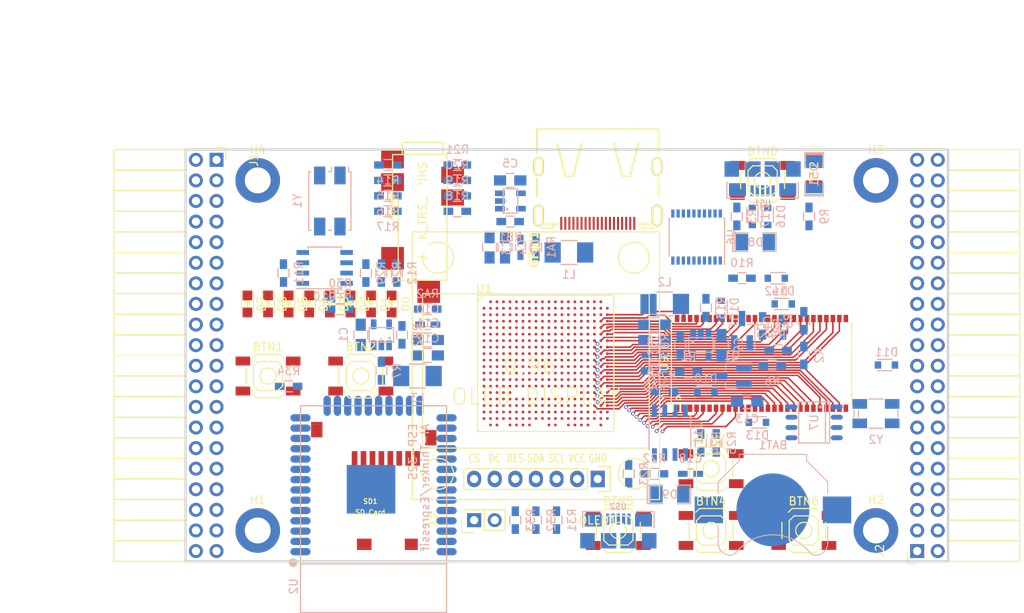
<source format=kicad_pcb>
(kicad_pcb (version 4) (host pcbnew 4.0.5+dfsg1-4)
  (layers (0 F.Cu signal) (1 In1.Cu signal) (2 In2.Cu signal) (31 B.Cu signal) (34 B.Paste user) (35 F.Paste user) (36 B.SilkS user) (37 F.SilkS user) (38 B.Mask user) (39 F.Mask user) (44 Edge.Cuts user))
  (net 0 "")
  (net 1 GND)
  (net 2 +5V)
  (net 3 /gpio/IN5V)
  (net 4 /gpio/OUT5V)
  (net 5 +3V3)
  (net 6 "Net-(L1-Pad1)")
  (net 7 "Net-(L2-Pad1)")
  (net 8 +1V2)
  (net 9 BTN_D)
  (net 10 BTN_F1)
  (net 11 BTN_F2)
  (net 12 BTN_L)
  (net 13 BTN_R)
  (net 14 BTN_U)
  (net 15 /power/FB1)
  (net 16 +2V5)
  (net 17 "Net-(L3-Pad1)")
  (net 18 /power/PWREN)
  (net 19 /power/FB3)
  (net 20 /power/FB2)
  (net 21 "Net-(D9-Pad1)")
  (net 22 /power/VBAT)
  (net 23 SD_3)
  (net 24 JTAG_TDI)
  (net 25 JTAG_TCK)
  (net 26 JTAG_TMS)
  (net 27 JTAG_TDO)
  (net 28 /power/WAKEUPn)
  (net 29 /power/WKUP)
  (net 30 /power/SHUT)
  (net 31 /power/WAKE)
  (net 32 /power/HOLD)
  (net 33 /power/WKn)
  (net 34 /power/OSCI_32k)
  (net 35 /power/OSCO_32k)
  (net 36 FTDI_nSUSPEND)
  (net 37 "Net-(Q2-Pad3)")
  (net 38 SHUTDOWN)
  (net 39 /analog/AUDIO_L)
  (net 40 /analog/AUDIO_R)
  (net 41 GPDI_5V_SCL)
  (net 42 GPDI_5V_SDA)
  (net 43 GPDI_SDA)
  (net 44 GPDI_SCL)
  (net 45 /gpdi/VREF2)
  (net 46 /blinkey/BTNPU)
  (net 47 SD_CMD)
  (net 48 SD_CLK)
  (net 49 SD_D0)
  (net 50 SD_D1)
  (net 51 USB5V)
  (net 52 "Net-(BTN0-Pad1)")
  (net 53 LED0)
  (net 54 LED1)
  (net 55 LED2)
  (net 56 LED3)
  (net 57 LED4)
  (net 58 LED5)
  (net 59 LED6)
  (net 60 LED7)
  (net 61 BTN_PWRn)
  (net 62 GPDI_CEC)
  (net 63 nRESET)
  (net 64 /usb/FT3V3)
  (net 65 FTDI_nDTR)
  (net 66 SDRAM_CKE)
  (net 67 SDRAM_A7)
  (net 68 SDRAM_D15)
  (net 69 SDRAM_BA1)
  (net 70 SDRAM_D7)
  (net 71 SDRAM_A6)
  (net 72 SDRAM_CLK)
  (net 73 SDRAM_D13)
  (net 74 SDRAM_BA0)
  (net 75 SDRAM_D6)
  (net 76 SDRAM_A5)
  (net 77 SDRAM_D14)
  (net 78 SDRAM_A11)
  (net 79 SDRAM_D12)
  (net 80 SDRAM_D5)
  (net 81 SDRAM_A4)
  (net 82 SDRAM_A10)
  (net 83 SDRAM_D11)
  (net 84 SDRAM_A3)
  (net 85 SDRAM_D4)
  (net 86 SDRAM_D10)
  (net 87 SDRAM_D9)
  (net 88 SDRAM_A9)
  (net 89 SDRAM_D3)
  (net 90 SDRAM_D8)
  (net 91 SDRAM_A8)
  (net 92 SDRAM_A2)
  (net 93 SDRAM_A1)
  (net 94 SDRAM_A0)
  (net 95 SDRAM_D2)
  (net 96 SDRAM_D1)
  (net 97 SDRAM_D0)
  (net 98 SDRAM_DQM0)
  (net 99 SDRAM_nCS)
  (net 100 SDRAM_nRAS)
  (net 101 SDRAM_DQM1)
  (net 102 SDRAM_nCAS)
  (net 103 SDRAM_nWE)
  (net 104 /flash/FLASH_nWP)
  (net 105 /flash/FLASH_nHOLD)
  (net 106 /flash/FLASH_MOSI)
  (net 107 /flash/FLASH_MISO)
  (net 108 /flash/FLASH_SCK)
  (net 109 /flash/FLASH_nCS)
  (net 110 /flash/FPGA_PROGRAMN)
  (net 111 /flash/FPGA_DONE)
  (net 112 /flash/FPGA_INITN)
  (net 113 OLED_MOSI)
  (net 114 OLED_RES)
  (net 115 OLED_DC)
  (net 116 OLED_CS)
  (net 117 AUDIO_L3)
  (net 118 AUDIO_L2)
  (net 119 AUDIO_L1)
  (net 120 AUDIO_L0)
  (net 121 AUDIO_R3)
  (net 122 AUDIO_R2)
  (net 123 AUDIO_R1)
  (net 124 AUDIO_R0)
  (net 125 WIFI_EN)
  (net 126 FTDI_nRTS)
  (net 127 WIFI_GPIO2)
  (net 128 FTDI_TXD)
  (net 129 FTDI_RXD)
  (net 130 WIFI_RXD)
  (net 131 WIFI_GPIO0)
  (net 132 FTDI_nCTS)
  (net 133 WIFI_TXD)
  (net 134 FTDI_nRI)
  (net 135 FTDI_nDCD)
  (net 136 WIFI_GPIO15)
  (net 137 /gpdi/CLK_25MHz)
  (net 138 GPDI_ETH-)
  (net 139 GPDI_ETH+)
  (net 140 GPDI_D2+)
  (net 141 GPDI_D2-)
  (net 142 GPDI_D1+)
  (net 143 GPDI_D1-)
  (net 144 GPDI_D0+)
  (net 145 GPDI_D0-)
  (net 146 GPDI_CLK+)
  (net 147 GPDI_CLK-)
  (net 148 /gpio/B11+)
  (net 149 /gpio/B11-)
  (net 150 /gpio/A10+)
  (net 151 /gpio/A10-)
  (net 152 /gpio/B10+)
  (net 153 /gpio/B10-)
  (net 154 /gpio/B9+)
  (net 155 /gpio/B9-)
  (net 156 /gpio/D9+)
  (net 157 /gpio/D9-)
  (net 158 /gpio/A7+)
  (net 159 /gpio/A7-)
  (net 160 /gpio/C8+)
  (net 161 /gpio/C8-)
  (net 162 /gpio/E8+)
  (net 163 /gpio/E8-)
  (net 164 /gpio/C6+)
  (net 165 /gpio/C6-)
  (net 166 /gpio/E7+)
  (net 167 /gpio/E7-)
  (net 168 /gpio/E6+)
  (net 169 /gpio/E6-)
  (net 170 /gpio/A6+)
  (net 171 /gpio/A6-)
  (net 172 /gpio/A19+)
  (net 173 /gpio/A19-)
  (net 174 /gpio/A18+)
  (net 175 /gpio/A18-)
  (net 176 /gpio/A17+)
  (net 177 /gpio/A17-)
  (net 178 /gpio/B17+)
  (net 179 /gpio/B17-)
  (net 180 /gpio/C16+)
  (net 181 /gpio/C16-)
  (net 182 /gpio/A16+)
  (net 183 /gpio/A16-)
  (net 184 /gpio/D15+)
  (net 185 /gpio/D15-)
  (net 186 /gpio/B15+)
  (net 187 /gpio/B15-)
  (net 188 /gpio/D14+)
  (net 189 /gpio/D14-)
  (net 190 /gpio/A14+)
  (net 191 /gpio/A14-)
  (net 192 /gpio/D13+)
  (net 193 /gpio/D13-)
  (net 194 /gpio/B13+)
  (net 195 /gpio/B13-)
  (net 196 /gpio/A12+)
  (net 197 /gpio/A12-)
  (net 198 /gpio/D12+)
  (net 199 /gpio/D12-)
  (net 200 /gpio/B12+)
  (net 201 /gpio/B12-)
  (net 202 /gpio/D11+)
  (net 203 /gpio/D11-)
  (net 204 OLED_CLK)
  (net 205 FTDI_nDSR)
  (net 206 USB_FPGA_D+)
  (net 207 USB_FPGA_D-)
  (net 208 USB_FTDI_D+)
  (net 209 USB_FTDI_D-)
  (module Keystone_3000_1x12mm-CoinCell:Keystone_3000_1x12mm-CoinCell (layer B.Cu) (at 166.49 105.87 180)
    (fp_text reference BAT1 (at 0 8 180) (layer B.SilkS) (effects (justify mirror)))
    (fp_text value CR1225)
    (pad 1 smd rect (at -7.9 0 180) (size 3.5 3.3) (layers B.Cu B.Paste B.Mask) (net 22 /power/VBAT))
    (pad 1 smd rect (at 7.9 0 180) (size 3.5 3.3) (layers B.Cu B.Paste B.Mask) (net 22 /power/VBAT))
    (pad 2 smd circle (at 0 0 180) (size 9 9) (layers B.Cu B.Mask) (net 1 GND))
  )
  (module SMD_Packages:SMD-1206_Pol (layer F.Cu) (at 171.57 64.341 90)
    (fp_text reference D52 (at 0 0 90) (layer F.SilkS))
    (fp_text value 2A)
    (pad 1 smd rect (at -1.651 0 90) (size 1.524 2.032) (layers F.Cu F.Paste F.Mask) (net 4 /gpio/OUT5V))
    (pad 2 smd rect (at 1.651 0 90) (size 1.524 2.032) (layers F.Cu F.Paste F.Mask) (net 2 +5V))
  )
  (module SMD_Packages:SMD-1206_Pol (layer B.Cu) (at 171.57 64.595 270)
    (fp_text reference D51 (at 0 0 270) (layer B.SilkS) (effects (justify mirror)))
    (fp_text value 2A)
    (pad 1 smd rect (at -1.651 0 270) (size 1.524 2.032) (layers B.Cu B.Paste B.Mask) (net 2 +5V))
    (pad 2 smd rect (at 1.651 0 270) (size 1.524 2.032) (layers B.Cu B.Paste B.Mask) (net 3 /gpio/IN5V))
  )
  (module micro-sd:MicroSD_TF02D (layer F.Cu) (at 116.87 110.52 180)
    (fp_text reference SD1 (at 0 5.7 180) (layer F.SilkS) (effects (font (size 0.59944 0.59944) (thickness 0.12446))))
    (fp_text value SD_Card (at 0 4.35 180) (layer F.SilkS) (effects (font (size 0.59944 0.59944) (thickness 0.12446))))
    (pad 1 smd rect (at 1.94 11 180) (size 0.7 1.8) (layers F.Cu F.Paste F.Mask) (net 23 SD_3))
    (pad 2 smd rect (at 0.84 11 180) (size 0.7 1.8) (layers F.Cu F.Paste F.Mask) (net 47 SD_CMD))
    (pad 3 smd rect (at -0.26 11 180) (size 0.7 1.8) (layers F.Cu F.Paste F.Mask) (net 1 GND))
    (pad 4 smd rect (at -1.36 11 180) (size 0.7 1.8) (layers F.Cu F.Paste F.Mask) (net 5 +3V3))
    (pad 5 smd rect (at -2.46 11 180) (size 0.7 1.8) (layers F.Cu F.Paste F.Mask) (net 48 SD_CLK))
    (pad 6 smd rect (at -3.56 11 180) (size 0.7 1.8) (layers F.Cu F.Paste F.Mask) (net 1 GND))
    (pad 7 smd rect (at -4.66 11 180) (size 0.7 1.8) (layers F.Cu F.Paste F.Mask) (net 49 SD_D0))
    (pad 8 smd rect (at -5.76 11 180) (size 0.7 1.8) (layers F.Cu F.Paste F.Mask) (net 50 SD_D1))
    (pad S smd rect (at -5.05 0.4 180) (size 1.6 1.4) (layers F.Cu F.Paste F.Mask))
    (pad S smd rect (at 0.75 0.4 180) (size 1.8 1.4) (layers F.Cu F.Paste F.Mask))
    (pad G smd rect (at -7.45 13.55 180) (size 1.4 1.9) (layers F.Cu F.Paste F.Mask))
    (pad G smd rect (at 6.6 14.55 180) (size 1.4 1.9) (layers F.Cu F.Paste F.Mask))
  )
  (module Resistors_SMD:R_1210_HandSoldering (layer B.Cu) (at 141.344 74.12)
    (fp_text reference L1 (at 0 2.7) (layer B.SilkS) (effects (justify mirror)))
    (fp_text value 2.2uH)
    (pad 1 smd rect (at -2 0) (size 2 2.5) (layers B.Cu B.Paste B.Mask) (net 6 "Net-(L1-Pad1)"))
    (pad 2 smd rect (at 2 0) (size 2 2.5) (layers B.Cu B.Paste B.Mask) (net 8 +1V2))
  )
  (module TSOT-25:TSOT-25 (layer B.Cu) (at 134.135 67.77 90)
    (fp_text reference U3 (at 0 -0.5 90) (layer B.SilkS) (effects (font (size 0.15 0.15) (thickness 0.0375)) (justify mirror)))
    (fp_text value AP3429A)
    (pad 1 smd rect (at -0.95 -1.3 90) (size 0.7 1.2) (layers B.Cu B.Paste B.Mask) (net 18 /power/PWREN))
    (pad 2 smd rect (at 0 -1.3 90) (size 0.7 1.2) (layers B.Cu B.Paste B.Mask) (net 1 GND))
    (pad 3 smd rect (at 0.95 -1.3 90) (size 0.7 1.2) (layers B.Cu B.Paste B.Mask) (net 6 "Net-(L1-Pad1)"))
    (pad 4 smd rect (at 0.95 1.3 90) (size 0.7 1.2) (layers B.Cu B.Paste B.Mask) (net 2 +5V))
    (pad 5 smd rect (at -0.95 1.3 90) (size 0.7 1.2) (layers B.Cu B.Paste B.Mask) (net 15 /power/FB1))
  )
  (module Resistors_SMD:R_1210_HandSoldering (layer B.Cu) (at 153.155 80.47 180)
    (fp_text reference L2 (at 0 2.7 180) (layer B.SilkS) (effects (justify mirror)))
    (fp_text value 2.2uH)
    (pad 1 smd rect (at -2 0 180) (size 2 2.5) (layers B.Cu B.Paste B.Mask) (net 7 "Net-(L2-Pad1)"))
    (pad 2 smd rect (at 2 0 180) (size 2 2.5) (layers B.Cu B.Paste B.Mask) (net 5 +3V3))
  )
  (module TSOT-25:TSOT-25 (layer B.Cu) (at 157.6 85.52)
    (fp_text reference U4 (at 0 -0.5) (layer B.SilkS) (effects (font (size 0.15 0.15) (thickness 0.0375)) (justify mirror)))
    (fp_text value AP3429A)
    (pad 1 smd rect (at -0.95 -1.3) (size 0.7 1.2) (layers B.Cu B.Paste B.Mask) (net 18 /power/PWREN))
    (pad 2 smd rect (at 0 -1.3) (size 0.7 1.2) (layers B.Cu B.Paste B.Mask) (net 1 GND))
    (pad 3 smd rect (at 0.95 -1.3) (size 0.7 1.2) (layers B.Cu B.Paste B.Mask) (net 7 "Net-(L2-Pad1)"))
    (pad 4 smd rect (at 0.95 1.3) (size 0.7 1.2) (layers B.Cu B.Paste B.Mask) (net 2 +5V))
    (pad 5 smd rect (at -0.95 1.3) (size 0.7 1.2) (layers B.Cu B.Paste B.Mask) (net 19 /power/FB3))
  )
  (module Buttons_Switches_SMD:SW_SPST_SKQG (layer F.Cu) (at 104.26 89.36)
    (fp_text reference BTN1 (at 0 -3.6) (layer F.SilkS))
    (fp_text value FIRE1)
    (pad 1 smd rect (at -3.1 -1.85) (size 1.8 1.1) (layers F.Cu F.Paste F.Mask) (net 46 /blinkey/BTNPU))
    (pad 1 smd rect (at 3.1 -1.85) (size 1.8 1.1) (layers F.Cu F.Paste F.Mask) (net 46 /blinkey/BTNPU))
    (pad 2 smd rect (at -3.1 1.85) (size 1.8 1.1) (layers F.Cu F.Paste F.Mask) (net 10 BTN_F1))
    (pad 2 smd rect (at 3.1 1.85) (size 1.8 1.1) (layers F.Cu F.Paste F.Mask) (net 10 BTN_F1))
  )
  (module Buttons_Switches_SMD:SW_SPST_SKQG (layer F.Cu) (at 115.69 89.36)
    (fp_text reference BTN2 (at 0 -3.6) (layer F.SilkS))
    (fp_text value FIRE2)
    (pad 1 smd rect (at -3.1 -1.85) (size 1.8 1.1) (layers F.Cu F.Paste F.Mask) (net 46 /blinkey/BTNPU))
    (pad 1 smd rect (at 3.1 -1.85) (size 1.8 1.1) (layers F.Cu F.Paste F.Mask) (net 46 /blinkey/BTNPU))
    (pad 2 smd rect (at -3.1 1.85) (size 1.8 1.1) (layers F.Cu F.Paste F.Mask) (net 11 BTN_F2))
    (pad 2 smd rect (at 3.1 1.85) (size 1.8 1.1) (layers F.Cu F.Paste F.Mask) (net 11 BTN_F2))
  )
  (module Buttons_Switches_SMD:SW_SPST_SKQG (layer F.Cu) (at 158.87 100.79)
    (fp_text reference BTN3 (at 0 -3.6) (layer F.SilkS))
    (fp_text value UP)
    (pad 1 smd rect (at -3.1 -1.85) (size 1.8 1.1) (layers F.Cu F.Paste F.Mask) (net 46 /blinkey/BTNPU))
    (pad 1 smd rect (at 3.1 -1.85) (size 1.8 1.1) (layers F.Cu F.Paste F.Mask) (net 46 /blinkey/BTNPU))
    (pad 2 smd rect (at -3.1 1.85) (size 1.8 1.1) (layers F.Cu F.Paste F.Mask) (net 14 BTN_U))
    (pad 2 smd rect (at 3.1 1.85) (size 1.8 1.1) (layers F.Cu F.Paste F.Mask) (net 14 BTN_U))
  )
  (module Buttons_Switches_SMD:SW_SPST_SKQG (layer F.Cu) (at 158.87 108.41)
    (fp_text reference BTN4 (at 0 -3.6) (layer F.SilkS))
    (fp_text value DOWN)
    (pad 1 smd rect (at -3.1 -1.85) (size 1.8 1.1) (layers F.Cu F.Paste F.Mask) (net 46 /blinkey/BTNPU))
    (pad 1 smd rect (at 3.1 -1.85) (size 1.8 1.1) (layers F.Cu F.Paste F.Mask) (net 46 /blinkey/BTNPU))
    (pad 2 smd rect (at -3.1 1.85) (size 1.8 1.1) (layers F.Cu F.Paste F.Mask) (net 9 BTN_D))
    (pad 2 smd rect (at 3.1 1.85) (size 1.8 1.1) (layers F.Cu F.Paste F.Mask) (net 9 BTN_D))
  )
  (module Buttons_Switches_SMD:SW_SPST_SKQG (layer F.Cu) (at 147.44 108.41)
    (fp_text reference BTN5 (at 0 -3.6) (layer F.SilkS))
    (fp_text value LEFT)
    (pad 1 smd rect (at -3.1 -1.85) (size 1.8 1.1) (layers F.Cu F.Paste F.Mask) (net 46 /blinkey/BTNPU))
    (pad 1 smd rect (at 3.1 -1.85) (size 1.8 1.1) (layers F.Cu F.Paste F.Mask) (net 46 /blinkey/BTNPU))
    (pad 2 smd rect (at -3.1 1.85) (size 1.8 1.1) (layers F.Cu F.Paste F.Mask) (net 12 BTN_L))
    (pad 2 smd rect (at 3.1 1.85) (size 1.8 1.1) (layers F.Cu F.Paste F.Mask) (net 12 BTN_L))
  )
  (module Buttons_Switches_SMD:SW_SPST_SKQG (layer F.Cu) (at 170.3 108.41)
    (fp_text reference BTN6 (at 0 -3.6) (layer F.SilkS))
    (fp_text value RIGHT)
    (pad 1 smd rect (at -3.1 -1.85) (size 1.8 1.1) (layers F.Cu F.Paste F.Mask) (net 46 /blinkey/BTNPU))
    (pad 1 smd rect (at 3.1 -1.85) (size 1.8 1.1) (layers F.Cu F.Paste F.Mask) (net 46 /blinkey/BTNPU))
    (pad 2 smd rect (at -3.1 1.85) (size 1.8 1.1) (layers F.Cu F.Paste F.Mask) (net 13 BTN_R))
    (pad 2 smd rect (at 3.1 1.85) (size 1.8 1.1) (layers F.Cu F.Paste F.Mask) (net 13 BTN_R))
  )
  (module LEDs:LED_0805 (layer F.Cu) (at 119.5 80.47 270)
    (fp_text reference D0 (at 0 -1.75 270) (layer F.SilkS))
    (fp_text value LED)
    (pad 2 smd rect (at 1.04902 0 90) (size 1.19888 1.19888) (layers F.Cu F.Paste F.Mask) (net 53 LED0))
    (pad 1 smd rect (at -1.04902 0 90) (size 1.19888 1.19888) (layers F.Cu F.Paste F.Mask) (net 1 GND))
  )
  (module LEDs:LED_0805 (layer F.Cu) (at 116.96 80.47 270)
    (fp_text reference D1 (at 0 -1.75 270) (layer F.SilkS))
    (fp_text value LED)
    (pad 2 smd rect (at 1.04902 0 90) (size 1.19888 1.19888) (layers F.Cu F.Paste F.Mask) (net 54 LED1))
    (pad 1 smd rect (at -1.04902 0 90) (size 1.19888 1.19888) (layers F.Cu F.Paste F.Mask) (net 1 GND))
  )
  (module LEDs:LED_0805 (layer F.Cu) (at 114.42 80.47 270)
    (fp_text reference D2 (at 0 -1.75 270) (layer F.SilkS))
    (fp_text value LED)
    (pad 2 smd rect (at 1.04902 0 90) (size 1.19888 1.19888) (layers F.Cu F.Paste F.Mask) (net 55 LED2))
    (pad 1 smd rect (at -1.04902 0 90) (size 1.19888 1.19888) (layers F.Cu F.Paste F.Mask) (net 1 GND))
  )
  (module LEDs:LED_0805 (layer F.Cu) (at 111.88 80.47 270)
    (fp_text reference D3 (at 0 -1.75 270) (layer F.SilkS))
    (fp_text value LED)
    (pad 2 smd rect (at 1.04902 0 90) (size 1.19888 1.19888) (layers F.Cu F.Paste F.Mask) (net 56 LED3))
    (pad 1 smd rect (at -1.04902 0 90) (size 1.19888 1.19888) (layers F.Cu F.Paste F.Mask) (net 1 GND))
  )
  (module LEDs:LED_0805 (layer F.Cu) (at 109.34 80.47 270)
    (fp_text reference D4 (at 0 -1.75 270) (layer F.SilkS))
    (fp_text value LED)
    (pad 2 smd rect (at 1.04902 0 90) (size 1.19888 1.19888) (layers F.Cu F.Paste F.Mask) (net 57 LED4))
    (pad 1 smd rect (at -1.04902 0 90) (size 1.19888 1.19888) (layers F.Cu F.Paste F.Mask) (net 1 GND))
  )
  (module LEDs:LED_0805 (layer F.Cu) (at 106.8 80.47 270)
    (fp_text reference D5 (at 0 -1.75 270) (layer F.SilkS))
    (fp_text value LED)
    (pad 2 smd rect (at 1.04902 0 90) (size 1.19888 1.19888) (layers F.Cu F.Paste F.Mask) (net 58 LED5))
    (pad 1 smd rect (at -1.04902 0 90) (size 1.19888 1.19888) (layers F.Cu F.Paste F.Mask) (net 1 GND))
  )
  (module LEDs:LED_0805 (layer F.Cu) (at 104.26 80.47 270)
    (fp_text reference D6 (at 0 -1.75 270) (layer F.SilkS))
    (fp_text value LED)
    (pad 2 smd rect (at 1.04902 0 90) (size 1.19888 1.19888) (layers F.Cu F.Paste F.Mask) (net 59 LED6))
    (pad 1 smd rect (at -1.04902 0 90) (size 1.19888 1.19888) (layers F.Cu F.Paste F.Mask) (net 1 GND))
  )
  (module LEDs:LED_0805 (layer F.Cu) (at 101.72 80.47 270)
    (fp_text reference D7 (at 0 -1.75 270) (layer F.SilkS))
    (fp_text value LED)
    (pad 2 smd rect (at 1.04902 0 90) (size 1.19888 1.19888) (layers F.Cu F.Paste F.Mask) (net 60 LED7))
    (pad 1 smd rect (at -1.04902 0 90) (size 1.19888 1.19888) (layers F.Cu F.Paste F.Mask) (net 1 GND))
  )
  (module Resistors_SMD:R_1210_HandSoldering (layer B.Cu) (at 122.675 89.36)
    (fp_text reference L3 (at 0 2.7) (layer B.SilkS) (effects (justify mirror)))
    (fp_text value 2.2uH)
    (pad 1 smd rect (at -2 0) (size 2 2.5) (layers B.Cu B.Paste B.Mask) (net 17 "Net-(L3-Pad1)"))
    (pad 2 smd rect (at 2 0) (size 2 2.5) (layers B.Cu B.Paste B.Mask) (net 16 +2V5))
  )
  (module TSOT-25:TSOT-25 (layer B.Cu) (at 118.23 84.28 180)
    (fp_text reference U5 (at 0 -0.5 180) (layer B.SilkS) (effects (font (size 0.15 0.15) (thickness 0.0375)) (justify mirror)))
    (fp_text value AP3429A)
    (pad 1 smd rect (at -0.95 -1.3 180) (size 0.7 1.2) (layers B.Cu B.Paste B.Mask) (net 18 /power/PWREN))
    (pad 2 smd rect (at 0 -1.3 180) (size 0.7 1.2) (layers B.Cu B.Paste B.Mask) (net 1 GND))
    (pad 3 smd rect (at 0.95 -1.3 180) (size 0.7 1.2) (layers B.Cu B.Paste B.Mask) (net 17 "Net-(L3-Pad1)"))
    (pad 4 smd rect (at 0.95 1.3 180) (size 0.7 1.2) (layers B.Cu B.Paste B.Mask) (net 2 +5V))
    (pad 5 smd rect (at -0.95 1.3 180) (size 0.7 1.2) (layers B.Cu B.Paste B.Mask) (net 20 /power/FB2))
  )
  (module Capacitors_SMD:C_0805_HandSoldering (layer B.Cu) (at 115.69 84.28 270)
    (fp_text reference C1 (at 0 2.1 270) (layer B.SilkS) (effects (justify mirror)))
    (fp_text value 22uF)
    (pad 1 smd rect (at -1.25 0 270) (size 1.5 1.25) (layers B.Cu B.Paste B.Mask) (net 2 +5V))
    (pad 2 smd rect (at 1.25 0 270) (size 1.5 1.25) (layers B.Cu B.Paste B.Mask) (net 1 GND))
  )
  (module Capacitors_SMD:C_0805_HandSoldering (layer B.Cu) (at 131.565 73.485 90)
    (fp_text reference C3 (at 0 2.1 90) (layer B.SilkS) (effects (justify mirror)))
    (fp_text value 22uF)
    (pad 1 smd rect (at -1.25 0 90) (size 1.5 1.25) (layers B.Cu B.Paste B.Mask) (net 8 +1V2))
    (pad 2 smd rect (at 1.25 0 90) (size 1.5 1.25) (layers B.Cu B.Paste B.Mask) (net 1 GND))
  )
  (module Capacitors_SMD:C_0805_HandSoldering (layer B.Cu) (at 133.47 73.485 90)
    (fp_text reference C4 (at 0 2.1 90) (layer B.SilkS) (effects (justify mirror)))
    (fp_text value 22uF)
    (pad 1 smd rect (at -1.25 0 90) (size 1.5 1.25) (layers B.Cu B.Paste B.Mask) (net 8 +1V2))
    (pad 2 smd rect (at 1.25 0 90) (size 1.5 1.25) (layers B.Cu B.Paste B.Mask) (net 1 GND))
  )
  (module Capacitors_SMD:C_0805_HandSoldering (layer B.Cu) (at 134.105 65.23 180)
    (fp_text reference C5 (at 0 2.1 180) (layer B.SilkS) (effects (justify mirror)))
    (fp_text value 22uF)
    (pad 1 smd rect (at -1.25 0 180) (size 1.5 1.25) (layers B.Cu B.Paste B.Mask) (net 2 +5V))
    (pad 2 smd rect (at 1.25 0 180) (size 1.5 1.25) (layers B.Cu B.Paste B.Mask) (net 1 GND))
  )
  (module Capacitors_SMD:C_0805_HandSoldering (layer B.Cu) (at 151.885 84.915)
    (fp_text reference C7 (at 0 2.1) (layer B.SilkS) (effects (justify mirror)))
    (fp_text value 22uF)
    (pad 1 smd rect (at -1.25 0) (size 1.5 1.25) (layers B.Cu B.Paste B.Mask) (net 5 +3V3))
    (pad 2 smd rect (at 1.25 0) (size 1.5 1.25) (layers B.Cu B.Paste B.Mask) (net 1 GND))
  )
  (module Capacitors_SMD:C_0805_HandSoldering (layer B.Cu) (at 151.885 83.01)
    (fp_text reference C8 (at 0 2.1) (layer B.SilkS) (effects (justify mirror)))
    (fp_text value 22uF)
    (pad 1 smd rect (at -1.25 0) (size 1.5 1.25) (layers B.Cu B.Paste B.Mask) (net 5 +3V3))
    (pad 2 smd rect (at 1.25 0) (size 1.5 1.25) (layers B.Cu B.Paste B.Mask) (net 1 GND))
  )
  (module Capacitors_SMD:C_0805_HandSoldering (layer B.Cu) (at 160.14 85.55 90)
    (fp_text reference C9 (at 0 2.1 90) (layer B.SilkS) (effects (justify mirror)))
    (fp_text value 22uF)
    (pad 1 smd rect (at -1.25 0 90) (size 1.5 1.25) (layers B.Cu B.Paste B.Mask) (net 2 +5V))
    (pad 2 smd rect (at 1.25 0 90) (size 1.5 1.25) (layers B.Cu B.Paste B.Mask) (net 1 GND))
  )
  (module Capacitors_SMD:C_0805_HandSoldering (layer B.Cu) (at 123.945 84.915 180)
    (fp_text reference C11 (at 0 2.1 180) (layer B.SilkS) (effects (justify mirror)))
    (fp_text value 22uF)
    (pad 1 smd rect (at -1.25 0 180) (size 1.5 1.25) (layers B.Cu B.Paste B.Mask) (net 16 +2V5))
    (pad 2 smd rect (at 1.25 0 180) (size 1.5 1.25) (layers B.Cu B.Paste B.Mask) (net 1 GND))
  )
  (module Capacitors_SMD:C_0805_HandSoldering (layer B.Cu) (at 123.945 86.82 180)
    (fp_text reference C12 (at 0 2.1 180) (layer B.SilkS) (effects (justify mirror)))
    (fp_text value 22uF)
    (pad 1 smd rect (at -1.25 0 180) (size 1.5 1.25) (layers B.Cu B.Paste B.Mask) (net 16 +2V5))
    (pad 2 smd rect (at 1.25 0 180) (size 1.5 1.25) (layers B.Cu B.Paste B.Mask) (net 1 GND))
  )
  (module SMD_Packages:SMD-1206_Pol (layer B.Cu) (at 164.331 72.85)
    (fp_text reference D8 (at 0 0) (layer B.SilkS) (effects (justify mirror)))
    (fp_text value 2A)
    (pad 1 smd rect (at -1.651 0) (size 1.524 2.032) (layers B.Cu B.Paste B.Mask) (net 2 +5V))
    (pad 2 smd rect (at 1.651 0) (size 1.524 2.032) (layers B.Cu B.Paste B.Mask) (net 51 USB5V))
  )
  (module SMD_Packages:SMD-1206_Pol (layer B.Cu) (at 153.79 103.965)
    (fp_text reference D9 (at 0 0) (layer B.SilkS) (effects (justify mirror)))
    (fp_text value 2A)
    (pad 1 smd rect (at -1.651 0) (size 1.524 2.032) (layers B.Cu B.Paste B.Mask) (net 21 "Net-(D9-Pad1)"))
    (pad 2 smd rect (at 1.651 0) (size 1.524 2.032) (layers B.Cu B.Paste B.Mask) (net 2 +5V))
  )
  (module Power_Integrations:SO-8 (layer B.Cu) (at 171.57 95.075 270)
    (fp_text reference U7 (at 0 0 270) (layer B.SilkS) (effects (justify mirror)))
    (fp_text value PCF8523)
    (pad 1 smd oval (at -1.905 -2.794 270) (size 0.6096 1.4732) (layers B.Cu B.Paste B.Mask) (net 34 /power/OSCI_32k))
    (pad 2 smd oval (at -0.635 -2.794 270) (size 0.6096 1.4732) (layers B.Cu B.Paste B.Mask) (net 35 /power/OSCO_32k))
    (pad 3 smd oval (at 0.635 -2.794 270) (size 0.6096 1.4732) (layers B.Cu B.Paste B.Mask) (net 22 /power/VBAT))
    (pad 4 smd oval (at 1.905 -2.794 270) (size 0.6096 1.4732) (layers B.Cu B.Paste B.Mask) (net 1 GND))
    (pad 5 smd oval (at 1.905 2.794 270) (size 0.6096 1.4732) (layers B.Cu B.Paste B.Mask))
    (pad 6 smd oval (at 0.635 2.794 270) (size 0.6096 1.4732) (layers B.Cu B.Paste B.Mask))
    (pad 7 smd oval (at -0.635 2.794 270) (size 0.6096 1.4732) (layers B.Cu B.Paste B.Mask) (net 28 /power/WAKEUPn))
    (pad 8 smd oval (at -1.905 2.794 270) (size 0.6096 1.4732) (layers B.Cu B.Paste B.Mask) (net 16 +2V5))
  )
  (module Capacitors_SMD:C_0805_HandSoldering (layer B.Cu) (at 163.315 92.535)
    (fp_text reference C13 (at 0 2.1) (layer B.SilkS) (effects (justify mirror)))
    (fp_text value 2.2uF)
    (pad 1 smd rect (at -1.25 0) (size 1.5 1.25) (layers B.Cu B.Paste B.Mask) (net 2 +5V))
    (pad 2 smd rect (at 1.25 0) (size 1.5 1.25) (layers B.Cu B.Paste B.Mask) (net 29 /power/WKUP))
  )
  (module Diodes_SMD:D_0805 (layer B.Cu) (at 158.235 91.265)
    (fp_text reference D10 (at 0 -1.6) (layer B.SilkS) (effects (justify mirror)))
    (fp_text value 1N4148)
    (pad 1 smd rect (at -1.05 0) (size 0.8 0.9) (layers B.Cu B.Paste B.Mask) (net 31 /power/WAKE))
    (pad 2 smd rect (at 1.05 0) (size 0.8 0.9) (layers B.Cu B.Paste B.Mask) (net 29 /power/WKUP))
  )
  (module Diodes_SMD:D_0805 (layer B.Cu) (at 180.48 88)
    (fp_text reference D11 (at 0 -1.6) (layer B.SilkS) (effects (justify mirror)))
    (fp_text value 1N4148)
    (pad 1 smd rect (at -1.05 0) (size 0.8 0.9) (layers B.Cu B.Paste B.Mask) (net 32 /power/HOLD))
    (pad 2 smd rect (at 1.05 0) (size 0.8 0.9) (layers B.Cu B.Paste B.Mask) (net 5 +3V3))
  )
  (module Diodes_SMD:D_0805 (layer B.Cu) (at 160.14 81.105 270)
    (fp_text reference D15 (at 0 -1.6 270) (layer B.SilkS) (effects (justify mirror)))
    (fp_text value BAT42)
    (pad 1 smd rect (at -1.05 0 270) (size 0.8 0.9) (layers B.Cu B.Paste B.Mask) (net 30 /power/SHUT))
    (pad 2 smd rect (at 1.05 0 270) (size 0.8 0.9) (layers B.Cu B.Paste B.Mask) (net 38 SHUTDOWN))
  )
  (module Diodes_SMD:D_0805 (layer B.Cu) (at 166.905 77.295 180)
    (fp_text reference D12 (at 0 -1.6 180) (layer B.SilkS) (effects (justify mirror)))
    (fp_text value 1N4148)
    (pad 1 smd rect (at -1.05 0 180) (size 0.8 0.9) (layers B.Cu B.Paste B.Mask) (net 18 /power/PWREN))
    (pad 2 smd rect (at 1.05 0 180) (size 0.8 0.9) (layers B.Cu B.Paste B.Mask) (net 36 FTDI_nSUSPEND))
  )
  (module usb_otg:USB-MICRO-B-FCI-10118192-0001LF (layer B.Cu) (at 165.22 63.825)
    (fp_text reference US1 (at 0 4.2) (layer B.SilkS) (effects (font (size 0.7 0.7)) (justify mirror)))
    (fp_text value USB_FTDI hide)
    (pad 6 smd rect (at -3.1 2.55) (size 2.1 1.6) (layers B.Cu B.Paste B.Mask) (net 1 GND))
    (pad 6 smd rect (at 3.1 2.55) (size 2.1 1.6) (layers B.Cu B.Paste B.Mask) (net 1 GND))
    (pad "" smd rect (at -1.2 0) (size 1.9 1.9) (layers B.Cu B.Paste B.Mask))
    (pad "" smd rect (at 1.2 0) (size 1.9 1.9) (layers B.Cu B.Paste B.Mask))
    (pad 1 smd rect (at -1.3 2.675) (size 0.4 1.35) (layers B.Cu B.Paste B.Mask) (net 51 USB5V))
    (pad 2 smd rect (at -0.65 2.675) (size 0.4 1.35) (layers B.Cu B.Paste B.Mask) (net 209 USB_FTDI_D-))
    (pad 3 smd rect (at 0 2.675) (size 0.4 1.35) (layers B.Cu B.Paste B.Mask) (net 208 USB_FTDI_D+))
    (pad 4 smd rect (at 0.65 2.675) (size 0.4 1.35) (layers B.Cu B.Paste B.Mask))
    (pad 5 smd rect (at 1.3 2.675) (size 0.4 1.35) (layers B.Cu B.Paste B.Mask) (net 1 GND))
    (pad "" smd rect (at -3.8 0) (size 1.8 1.9) (layers B.Cu B.Paste B.Mask))
    (pad "" smd rect (at 3.8 0) (size 1.8 1.9) (layers B.Cu B.Paste B.Mask))
  )
  (module usb_otg:USB-MICRO-B-FCI-10118192-0001LF (layer B.Cu) (at 147.44 109.68 180)
    (fp_text reference US2 (at 0 4.2 180) (layer B.SilkS) (effects (font (size 0.7 0.7)) (justify mirror)))
    (fp_text value USB_FPGA hide)
    (pad 6 smd rect (at -3.1 2.55 180) (size 2.1 1.6) (layers B.Cu B.Paste B.Mask) (net 1 GND))
    (pad 6 smd rect (at 3.1 2.55 180) (size 2.1 1.6) (layers B.Cu B.Paste B.Mask) (net 1 GND))
    (pad "" smd rect (at -1.2 0 180) (size 1.9 1.9) (layers B.Cu B.Paste B.Mask))
    (pad "" smd rect (at 1.2 0 180) (size 1.9 1.9) (layers B.Cu B.Paste B.Mask))
    (pad 1 smd rect (at -1.3 2.675 180) (size 0.4 1.35) (layers B.Cu B.Paste B.Mask) (net 21 "Net-(D9-Pad1)"))
    (pad 2 smd rect (at -0.65 2.675 180) (size 0.4 1.35) (layers B.Cu B.Paste B.Mask) (net 207 USB_FPGA_D-))
    (pad 3 smd rect (at 0 2.675 180) (size 0.4 1.35) (layers B.Cu B.Paste B.Mask) (net 206 USB_FPGA_D+))
    (pad 4 smd rect (at 0.65 2.675 180) (size 0.4 1.35) (layers B.Cu B.Paste B.Mask))
    (pad 5 smd rect (at 1.3 2.675 180) (size 0.4 1.35) (layers B.Cu B.Paste B.Mask) (net 1 GND))
    (pad "" smd rect (at -3.8 0 180) (size 1.8 1.9) (layers B.Cu B.Paste B.Mask))
    (pad "" smd rect (at 3.8 0 180) (size 1.8 1.9) (layers B.Cu B.Paste B.Mask))
  )
  (module audio-jack:CUI_SJ-43516-SMT (layer F.Cu) (at 123.31 69.04 270)
    (fp_text reference AUDIO1 (at -0.5 3.8 270) (layer F.SilkS) (effects (font (size 0.6096 0.6096) (thickness 0.1524))))
    (fp_text value JACK_TRS_6PINS (at 0 0 270) (layer F.SilkS))
    (pad 1 smd rect (at -6.4 3.7 270) (size 2.2 2.8) (layers F.Cu F.Paste F.Mask) (net 39 /analog/AUDIO_L))
    (pad 4 smd rect (at -3.6 3.7 270) (size 2.2 2.8) (layers F.Cu F.Paste F.Mask))
    (pad 2 smd rect (at 5.8 3.7 270) (size 2.8 2.8) (layers F.Cu F.Paste F.Mask) (net 1 GND))
    (pad 5 smd rect (at 9.9 -0.75 270) (size 2.8 2.8) (layers F.Cu F.Paste F.Mask))
    (pad 3 smd rect (at -1.7 -3.7 270) (size 2 2.8) (layers F.Cu F.Paste F.Mask) (net 40 /analog/AUDIO_R))
    (pad 6 smd rect (at -4.5 -3.7 270) (size 2 2.8) (layers F.Cu F.Paste F.Mask))
    (pad "" np_thru_hole circle (at -2.5 0 270) (size 1.7 1.7) (drill 1.7) (layers *.Cu *.Mask F.SilkS) (clearance 0.4))
    (pad "" np_thru_hole circle (at 4.5 0 270) (size 1.7 1.7) (drill 1.7) (layers *.Cu *.Mask F.SilkS) (clearance 0.4))
  )
  (module TSOP54:TSOP54 (layer F.Cu) (at 165.08 87.8 90)
    (fp_text reference U9 (at 0 -12 90) (layer F.SilkS))
    (fp_text value MT48LC16M16A2TG)
    (pad 28 smd rect (at 5.53 10.4 90) (size 0.9 0.56) (layers F.Cu F.Paste F.Mask) (net 1 GND))
    (pad 1 smd rect (at -5.53 -10.4 90) (size 0.9 0.56) (layers F.Cu F.Paste F.Mask) (net 5 +3V3))
    (pad 2 smd rect (at -5.53 -9.6 90) (size 0.9 0.56) (layers F.Cu F.Paste F.Mask) (net 97 SDRAM_D0))
    (pad 3 smd rect (at -5.53 -8.8 90) (size 0.9 0.56) (layers F.Cu F.Paste F.Mask) (net 5 +3V3))
    (pad 4 smd rect (at -5.53 -8 90) (size 0.9 0.56) (layers F.Cu F.Paste F.Mask) (net 96 SDRAM_D1))
    (pad 5 smd rect (at -5.53 -7.2 90) (size 0.9 0.56) (layers F.Cu F.Paste F.Mask) (net 95 SDRAM_D2))
    (pad 6 smd rect (at -5.53 -6.4 90) (size 0.9 0.56) (layers F.Cu F.Paste F.Mask) (net 1 GND))
    (pad 7 smd rect (at -5.53 -5.6 90) (size 0.9 0.56) (layers F.Cu F.Paste F.Mask) (net 89 SDRAM_D3))
    (pad 8 smd rect (at -5.53 -4.8 90) (size 0.9 0.56) (layers F.Cu F.Paste F.Mask) (net 85 SDRAM_D4))
    (pad 9 smd rect (at -5.53 -4 90) (size 0.9 0.56) (layers F.Cu F.Paste F.Mask) (net 5 +3V3))
    (pad 10 smd rect (at -5.53 -3.2 90) (size 0.9 0.56) (layers F.Cu F.Paste F.Mask) (net 80 SDRAM_D5))
    (pad 11 smd rect (at -5.53 -2.4 90) (size 0.9 0.56) (layers F.Cu F.Paste F.Mask) (net 75 SDRAM_D6))
    (pad 12 smd rect (at -5.53 -1.6 90) (size 0.9 0.56) (layers F.Cu F.Paste F.Mask) (net 1 GND))
    (pad 13 smd rect (at -5.53 -0.8 90) (size 0.9 0.56) (layers F.Cu F.Paste F.Mask) (net 70 SDRAM_D7))
    (pad 14 smd rect (at -5.53 0 90) (size 0.9 0.56) (layers F.Cu F.Paste F.Mask) (net 5 +3V3))
    (pad 15 smd rect (at -5.53 0.8 90) (size 0.9 0.56) (layers F.Cu F.Paste F.Mask) (net 98 SDRAM_DQM0))
    (pad 16 smd rect (at -5.53 1.6 90) (size 0.9 0.56) (layers F.Cu F.Paste F.Mask) (net 103 SDRAM_nWE))
    (pad 17 smd rect (at -5.53 2.4 90) (size 0.9 0.56) (layers F.Cu F.Paste F.Mask) (net 102 SDRAM_nCAS))
    (pad 18 smd rect (at -5.53 3.2 90) (size 0.9 0.56) (layers F.Cu F.Paste F.Mask) (net 100 SDRAM_nRAS))
    (pad 19 smd rect (at -5.53 4 90) (size 0.9 0.56) (layers F.Cu F.Paste F.Mask) (net 99 SDRAM_nCS))
    (pad 20 smd rect (at -5.53 4.8 90) (size 0.9 0.56) (layers F.Cu F.Paste F.Mask) (net 74 SDRAM_BA0))
    (pad 21 smd rect (at -5.53 5.6 90) (size 0.9 0.56) (layers F.Cu F.Paste F.Mask) (net 69 SDRAM_BA1))
    (pad 22 smd rect (at -5.53 6.4 90) (size 0.9 0.56) (layers F.Cu F.Paste F.Mask) (net 82 SDRAM_A10))
    (pad 23 smd rect (at -5.53 7.2 90) (size 0.9 0.56) (layers F.Cu F.Paste F.Mask) (net 94 SDRAM_A0))
    (pad 24 smd rect (at -5.53 8 90) (size 0.9 0.56) (layers F.Cu F.Paste F.Mask) (net 93 SDRAM_A1))
    (pad 25 smd rect (at -5.53 8.8 90) (size 0.9 0.56) (layers F.Cu F.Paste F.Mask) (net 92 SDRAM_A2))
    (pad 26 smd rect (at -5.53 9.6 90) (size 0.9 0.56) (layers F.Cu F.Paste F.Mask) (net 84 SDRAM_A3))
    (pad 27 smd rect (at -5.53 10.4 90) (size 0.9 0.56) (layers F.Cu F.Paste F.Mask) (net 5 +3V3))
    (pad 29 smd rect (at 5.53 9.6 90) (size 0.9 0.56) (layers F.Cu F.Paste F.Mask) (net 81 SDRAM_A4))
    (pad 30 smd rect (at 5.53 8.8 90) (size 0.9 0.56) (layers F.Cu F.Paste F.Mask) (net 76 SDRAM_A5))
    (pad 31 smd rect (at 5.53 8 90) (size 0.9 0.56) (layers F.Cu F.Paste F.Mask) (net 71 SDRAM_A6))
    (pad 32 smd rect (at 5.53 7.2 90) (size 0.9 0.56) (layers F.Cu F.Paste F.Mask) (net 67 SDRAM_A7))
    (pad 33 smd rect (at 5.53 6.4 90) (size 0.9 0.56) (layers F.Cu F.Paste F.Mask) (net 91 SDRAM_A8))
    (pad 34 smd rect (at 5.53 5.6 90) (size 0.9 0.56) (layers F.Cu F.Paste F.Mask) (net 88 SDRAM_A9))
    (pad 35 smd rect (at 5.53 4.8 90) (size 0.9 0.56) (layers F.Cu F.Paste F.Mask) (net 78 SDRAM_A11))
    (pad 36 smd rect (at 5.53 4 90) (size 0.9 0.56) (layers F.Cu F.Paste F.Mask))
    (pad 37 smd rect (at 5.53 3.2 90) (size 0.9 0.56) (layers F.Cu F.Paste F.Mask) (net 66 SDRAM_CKE))
    (pad 38 smd rect (at 5.53 2.4 90) (size 0.9 0.56) (layers F.Cu F.Paste F.Mask) (net 72 SDRAM_CLK))
    (pad 39 smd rect (at 5.53 1.6 90) (size 0.9 0.56) (layers F.Cu F.Paste F.Mask) (net 101 SDRAM_DQM1))
    (pad 40 smd rect (at 5.53 0.8 90) (size 0.9 0.56) (layers F.Cu F.Paste F.Mask))
    (pad 41 smd rect (at 5.53 0 90) (size 0.9 0.56) (layers F.Cu F.Paste F.Mask) (net 1 GND))
    (pad 42 smd rect (at 5.53 -0.8 90) (size 0.9 0.56) (layers F.Cu F.Paste F.Mask) (net 90 SDRAM_D8))
    (pad 43 smd rect (at 5.53 -1.6 90) (size 0.9 0.56) (layers F.Cu F.Paste F.Mask) (net 5 +3V3))
    (pad 44 smd rect (at 5.53 -2.4 90) (size 0.9 0.56) (layers F.Cu F.Paste F.Mask) (net 87 SDRAM_D9))
    (pad 45 smd rect (at 5.53 -3.2 90) (size 0.9 0.56) (layers F.Cu F.Paste F.Mask) (net 86 SDRAM_D10))
    (pad 46 smd rect (at 5.53 -4 90) (size 0.9 0.56) (layers F.Cu F.Paste F.Mask) (net 1 GND))
    (pad 47 smd rect (at 5.53 -4.8 90) (size 0.9 0.56) (layers F.Cu F.Paste F.Mask) (net 83 SDRAM_D11))
    (pad 48 smd rect (at 5.53 -5.6 90) (size 0.9 0.56) (layers F.Cu F.Paste F.Mask) (net 79 SDRAM_D12))
    (pad 49 smd rect (at 5.53 -6.4 90) (size 0.9 0.56) (layers F.Cu F.Paste F.Mask) (net 5 +3V3))
    (pad 50 smd rect (at 5.53 -7.2 90) (size 0.9 0.56) (layers F.Cu F.Paste F.Mask) (net 73 SDRAM_D13))
    (pad 51 smd rect (at 5.53 -8 90) (size 0.9 0.56) (layers F.Cu F.Paste F.Mask) (net 77 SDRAM_D14))
    (pad 52 smd rect (at 5.53 -8.8 90) (size 0.9 0.56) (layers F.Cu F.Paste F.Mask) (net 1 GND))
    (pad 53 smd rect (at 5.53 -9.6 90) (size 0.9 0.56) (layers F.Cu F.Paste F.Mask) (net 68 SDRAM_D15))
    (pad 54 smd rect (at 5.53 -10.4 90) (size 0.9 0.56) (layers F.Cu F.Paste F.Mask) (net 1 GND))
  )
  (module TO_SOT_Packages_SMD:SOT-23_Handsoldering (layer B.Cu) (at 161.41 89.36 180)
    (fp_text reference Q1 (at 0 2.5 180) (layer B.SilkS) (effects (justify mirror)))
    (fp_text value BC857)
    (pad 1 smd rect (at -1.5 0.95 180) (size 1.9 0.8) (layers B.Cu B.Paste B.Mask) (net 33 /power/WKn))
    (pad 2 smd rect (at -1.5 -0.95 180) (size 1.9 0.8) (layers B.Cu B.Paste B.Mask) (net 2 +5V))
    (pad 3 smd rect (at 1.5 0 180) (size 1.9 0.8) (layers B.Cu B.Paste B.Mask) (net 29 /power/WKUP))
  )
  (module TO_SOT_Packages_SMD:SOT-23_Handsoldering (layer B.Cu) (at 162.68 83.772 90)
    (fp_text reference Q2 (at 0 2.5 90) (layer B.SilkS) (effects (justify mirror)))
    (fp_text value 2N7002)
    (pad 1 smd rect (at -1.5 0.95 90) (size 1.9 0.8) (layers B.Cu B.Paste B.Mask) (net 30 /power/SHUT))
    (pad 2 smd rect (at -1.5 -0.95 90) (size 1.9 0.8) (layers B.Cu B.Paste B.Mask) (net 1 GND))
    (pad 3 smd rect (at 1.5 0 90) (size 1.9 0.8) (layers B.Cu B.Paste B.Mask) (net 37 "Net-(Q2-Pad3)"))
  )
  (module Capacitors_SMD:C_0603_HandSoldering (layer B.Cu) (at 135.375 73.485 90)
    (fp_text reference C2 (at 0 1.9 90) (layer B.SilkS) (effects (justify mirror)))
    (fp_text value 470pF)
    (pad 1 smd rect (at -0.95 0 90) (size 1.2 0.75) (layers B.Cu B.Paste B.Mask) (net 8 +1V2))
    (pad 2 smd rect (at 0.95 0 90) (size 1.2 0.75) (layers B.Cu B.Paste B.Mask) (net 15 /power/FB1))
  )
  (module Capacitors_SMD:C_0603_HandSoldering (layer B.Cu) (at 151.885 86.82)
    (fp_text reference C6 (at 0 1.9) (layer B.SilkS) (effects (justify mirror)))
    (fp_text value 470pF)
    (pad 1 smd rect (at -0.95 0) (size 1.2 0.75) (layers B.Cu B.Paste B.Mask) (net 5 +3V3))
    (pad 2 smd rect (at 0.95 0) (size 1.2 0.75) (layers B.Cu B.Paste B.Mask) (net 19 /power/FB3))
  )
  (module Capacitors_SMD:C_0603_HandSoldering (layer B.Cu) (at 123.945 83.01 180)
    (fp_text reference C10 (at 0 1.9 180) (layer B.SilkS) (effects (justify mirror)))
    (fp_text value 470pF)
    (pad 1 smd rect (at -0.95 0 180) (size 1.2 0.75) (layers B.Cu B.Paste B.Mask) (net 16 +2V5))
    (pad 2 smd rect (at 0.95 0 180) (size 1.2 0.75) (layers B.Cu B.Paste B.Mask) (net 20 /power/FB2))
  )
  (module Capacitors_SMD:C_0603_HandSoldering (layer B.Cu) (at 167.76 83.33 270)
    (fp_text reference C14 (at 0 1.9 270) (layer B.SilkS) (effects (justify mirror)))
    (fp_text value 100nF)
    (pad 1 smd rect (at -0.95 0 270) (size 1.2 0.75) (layers B.Cu B.Paste B.Mask) (net 30 /power/SHUT))
    (pad 2 smd rect (at 0.95 0 270) (size 1.2 0.75) (layers B.Cu B.Paste B.Mask) (net 1 GND))
  )
  (module Resistors_SMD:R_0603_HandSoldering (layer B.Cu) (at 156.076 88.852 180)
    (fp_text reference R1 (at 0 1.9 180) (layer B.SilkS) (effects (justify mirror)))
    (fp_text value 15k)
    (pad 1 smd rect (at -1.1 0 180) (size 1.2 0.9) (layers B.Cu B.Paste B.Mask) (net 31 /power/WAKE))
    (pad 2 smd rect (at 1.1 0 180) (size 1.2 0.9) (layers B.Cu B.Paste B.Mask) (net 18 /power/PWREN))
  )
  (module Resistors_SMD:R_0603_HandSoldering (layer B.Cu) (at 170.3 86.82 90)
    (fp_text reference R2 (at 0 1.9 90) (layer B.SilkS) (effects (justify mirror)))
    (fp_text value 47k)
    (pad 1 smd rect (at -1.1 0 90) (size 1.2 0.9) (layers B.Cu B.Paste B.Mask) (net 18 /power/PWREN))
    (pad 2 smd rect (at 1.1 0 90) (size 1.2 0.9) (layers B.Cu B.Paste B.Mask) (net 1 GND))
  )
  (module Resistors_SMD:R_0603_HandSoldering (layer B.Cu) (at 167.125 86.185 180)
    (fp_text reference R4 (at 0 1.9 180) (layer B.SilkS) (effects (justify mirror)))
    (fp_text value 15k)
    (pad 1 smd rect (at -1.1 0 180) (size 1.2 0.9) (layers B.Cu B.Paste B.Mask) (net 32 /power/HOLD))
    (pad 2 smd rect (at 1.1 0 180) (size 1.2 0.9) (layers B.Cu B.Paste B.Mask) (net 18 /power/PWREN))
  )
  (module Resistors_SMD:R_0603_HandSoldering (layer B.Cu) (at 170.3 82.545 270)
    (fp_text reference R5 (at 0 1.9 270) (layer B.SilkS) (effects (justify mirror)))
    (fp_text value 4.7M)
    (pad 1 smd rect (at -1.1 0 270) (size 1.2 0.9) (layers B.Cu B.Paste B.Mask) (net 30 /power/SHUT))
    (pad 2 smd rect (at 1.1 0 270) (size 1.2 0.9) (layers B.Cu B.Paste B.Mask) (net 1 GND))
  )
  (module Resistors_SMD:R_0603_HandSoldering (layer B.Cu) (at 166.41 88.09)
    (fp_text reference R6 (at 0 1.9) (layer B.SilkS) (effects (justify mirror)))
    (fp_text value 1k)
    (pad 1 smd rect (at -1.1 0) (size 1.2 0.9) (layers B.Cu B.Paste B.Mask) (net 33 /power/WKn))
    (pad 2 smd rect (at 1.1 0) (size 1.2 0.9) (layers B.Cu B.Paste B.Mask) (net 28 /power/WAKEUPn))
  )
  (module Resistors_SMD:R_0603_HandSoldering (layer B.Cu) (at 118.23 88.725 90)
    (fp_text reference R7 (at 0 1.9 90) (layer B.SilkS) (effects (justify mirror)))
    (fp_text value 220)
    (pad 1 smd rect (at -1.1 0 90) (size 1.2 0.9) (layers B.Cu B.Paste B.Mask) (net 5 +3V3))
    (pad 2 smd rect (at 1.1 0 90) (size 1.2 0.9) (layers B.Cu B.Paste B.Mask) (net 46 /blinkey/BTNPU))
  )
  (module Resistors_SMD:R_0603_HandSoldering (layer B.Cu) (at 165.22 83.18 90)
    (fp_text reference R8 (at 0 1.9 90) (layer B.SilkS) (effects (justify mirror)))
    (fp_text value 1k)
    (pad 1 smd rect (at -1.1 0 90) (size 1.2 0.9) (layers B.Cu B.Paste B.Mask) (net 18 /power/PWREN))
    (pad 2 smd rect (at 1.1 0 90) (size 1.2 0.9) (layers B.Cu B.Paste B.Mask) (net 37 "Net-(Q2-Pad3)"))
  )
  (module Resistors_SMD:R_0603_HandSoldering (layer B.Cu) (at 170.935 69.675 90)
    (fp_text reference R9 (at 0 1.9 90) (layer B.SilkS) (effects (justify mirror)))
    (fp_text value 15k)
    (pad 1 smd rect (at -1.1 0 90) (size 1.2 0.9) (layers B.Cu B.Paste B.Mask) (net 63 nRESET))
    (pad 2 smd rect (at 1.1 0 90) (size 1.2 0.9) (layers B.Cu B.Paste B.Mask) (net 64 /usb/FT3V3))
  )
  (module Resistors_SMD:R_0603_HandSoldering (layer B.Cu) (at 162.68 77.295 180)
    (fp_text reference R10 (at 0 1.9 180) (layer B.SilkS) (effects (justify mirror)))
    (fp_text value 220)
    (pad 1 smd rect (at -1.1 0 180) (size 1.2 0.9) (layers B.Cu B.Paste B.Mask) (net 36 FTDI_nSUSPEND))
    (pad 2 smd rect (at 1.1 0 180) (size 1.2 0.9) (layers B.Cu B.Paste B.Mask) (net 65 FTDI_nDTR))
  )
  (module Resistors_SMD:R_0603_HandSoldering (layer B.Cu) (at 158.235 80.935 90)
    (fp_text reference R13 (at 0 1.9 90) (layer B.SilkS) (effects (justify mirror)))
    (fp_text value 15k)
    (pad 1 smd rect (at -1.1 0 90) (size 1.2 0.9) (layers B.Cu B.Paste B.Mask) (net 38 SHUTDOWN))
    (pad 2 smd rect (at 1.1 0 90) (size 1.2 0.9) (layers B.Cu B.Paste B.Mask) (net 1 GND))
  )
  (module Resistors_SMD:R_0603_HandSoldering (layer B.Cu) (at 137.28 73.485 90)
    (fp_text reference RA1 (at 0 1.9 90) (layer B.SilkS) (effects (justify mirror)))
    (fp_text value 15k)
    (pad 1 smd rect (at -1.1 0 90) (size 1.2 0.9) (layers B.Cu B.Paste B.Mask) (net 8 +1V2))
    (pad 2 smd rect (at 1.1 0 90) (size 1.2 0.9) (layers B.Cu B.Paste B.Mask) (net 15 /power/FB1))
  )
  (module Resistors_SMD:R_0603_HandSoldering (layer B.Cu) (at 123.945 81.105 180)
    (fp_text reference RA2 (at 0 1.9 180) (layer B.SilkS) (effects (justify mirror)))
    (fp_text value 15k)
    (pad 1 smd rect (at -1.1 0 180) (size 1.2 0.9) (layers B.Cu B.Paste B.Mask) (net 16 +2V5))
    (pad 2 smd rect (at 1.1 0 180) (size 1.2 0.9) (layers B.Cu B.Paste B.Mask) (net 20 /power/FB2))
  )
  (module Resistors_SMD:R_0603_HandSoldering (layer B.Cu) (at 151.885 88.725)
    (fp_text reference RA3 (at 0 1.9) (layer B.SilkS) (effects (justify mirror)))
    (fp_text value 15k)
    (pad 1 smd rect (at -1.1 0) (size 1.2 0.9) (layers B.Cu B.Paste B.Mask) (net 5 +3V3))
    (pad 2 smd rect (at 1.1 0) (size 1.2 0.9) (layers B.Cu B.Paste B.Mask) (net 19 /power/FB3))
  )
  (module Resistors_SMD:R_0603_HandSoldering (layer B.Cu) (at 134.105 70.31)
    (fp_text reference RB1 (at 0 1.9) (layer B.SilkS) (effects (justify mirror)))
    (fp_text value 15k)
    (pad 1 smd rect (at -1.1 0) (size 1.2 0.9) (layers B.Cu B.Paste B.Mask) (net 1 GND))
    (pad 2 smd rect (at 1.1 0) (size 1.2 0.9) (layers B.Cu B.Paste B.Mask) (net 15 /power/FB1))
  )
  (module Resistors_SMD:R_0603_HandSoldering (layer B.Cu) (at 120.77 84.28 90)
    (fp_text reference RB2 (at 0 1.9 90) (layer B.SilkS) (effects (justify mirror)))
    (fp_text value 4.7k)
    (pad 1 smd rect (at -1.1 0 90) (size 1.2 0.9) (layers B.Cu B.Paste B.Mask) (net 1 GND))
    (pad 2 smd rect (at 1.1 0 90) (size 1.2 0.9) (layers B.Cu B.Paste B.Mask) (net 20 /power/FB2))
  )
  (module Resistors_SMD:R_0603_HandSoldering (layer B.Cu) (at 155.06 85.55 270)
    (fp_text reference RB3 (at 0 1.9 270) (layer B.SilkS) (effects (justify mirror)))
    (fp_text value 3.3k)
    (pad 1 smd rect (at -1.1 0 270) (size 1.2 0.9) (layers B.Cu B.Paste B.Mask) (net 1 GND))
    (pad 2 smd rect (at 1.1 0 270) (size 1.2 0.9) (layers B.Cu B.Paste B.Mask) (net 19 /power/FB3))
  )
  (module Resistors_SMD:R_0603_HandSoldering (layer B.Cu) (at 119.033 63.325)
    (fp_text reference R14 (at 0 1.9) (layer B.SilkS) (effects (justify mirror)))
    (fp_text value 800)
    (pad 1 smd rect (at -1.1 0) (size 1.2 0.9) (layers B.Cu B.Paste B.Mask) (net 117 AUDIO_L3))
    (pad 2 smd rect (at 1.1 0) (size 1.2 0.9) (layers B.Cu B.Paste B.Mask) (net 39 /analog/AUDIO_L))
  )
  (module Resistors_SMD:R_0603_HandSoldering (layer B.Cu) (at 119.033 65.231)
    (fp_text reference R15 (at 0 1.9) (layer B.SilkS) (effects (justify mirror)))
    (fp_text value 400)
    (pad 1 smd rect (at -1.1 0) (size 1.2 0.9) (layers B.Cu B.Paste B.Mask) (net 118 AUDIO_L2))
    (pad 2 smd rect (at 1.1 0) (size 1.2 0.9) (layers B.Cu B.Paste B.Mask) (net 39 /analog/AUDIO_L))
  )
  (module Resistors_SMD:R_0603_HandSoldering (layer B.Cu) (at 119.033 67.135)
    (fp_text reference R16 (at 0 1.9) (layer B.SilkS) (effects (justify mirror)))
    (fp_text value 200)
    (pad 1 smd rect (at -1.1 0) (size 1.2 0.9) (layers B.Cu B.Paste B.Mask) (net 119 AUDIO_L1))
    (pad 2 smd rect (at 1.1 0) (size 1.2 0.9) (layers B.Cu B.Paste B.Mask) (net 39 /analog/AUDIO_L))
  )
  (module Resistors_SMD:R_0603_HandSoldering (layer B.Cu) (at 119.033 69.04)
    (fp_text reference R17 (at 0 1.9) (layer B.SilkS) (effects (justify mirror)))
    (fp_text value 100)
    (pad 1 smd rect (at -1.1 0) (size 1.2 0.9) (layers B.Cu B.Paste B.Mask) (net 120 AUDIO_L0))
    (pad 2 smd rect (at 1.1 0) (size 1.2 0.9) (layers B.Cu B.Paste B.Mask) (net 39 /analog/AUDIO_L))
  )
  (module Resistors_SMD:R_0603_HandSoldering (layer B.Cu) (at 127.587 69.04 180)
    (fp_text reference R18 (at 0 1.9 180) (layer B.SilkS) (effects (justify mirror)))
    (fp_text value 800)
    (pad 1 smd rect (at -1.1 0 180) (size 1.2 0.9) (layers B.Cu B.Paste B.Mask) (net 121 AUDIO_R3))
    (pad 2 smd rect (at 1.1 0 180) (size 1.2 0.9) (layers B.Cu B.Paste B.Mask) (net 40 /analog/AUDIO_R))
  )
  (module Resistors_SMD:R_0603_HandSoldering (layer B.Cu) (at 127.587 67.135 180)
    (fp_text reference R19 (at 0 1.9 180) (layer B.SilkS) (effects (justify mirror)))
    (fp_text value 400)
    (pad 1 smd rect (at -1.1 0 180) (size 1.2 0.9) (layers B.Cu B.Paste B.Mask) (net 122 AUDIO_R2))
    (pad 2 smd rect (at 1.1 0 180) (size 1.2 0.9) (layers B.Cu B.Paste B.Mask) (net 40 /analog/AUDIO_R))
  )
  (module Resistors_SMD:R_0603_HandSoldering (layer B.Cu) (at 127.587 65.23 180)
    (fp_text reference R20 (at 0 1.9 180) (layer B.SilkS) (effects (justify mirror)))
    (fp_text value 200)
    (pad 1 smd rect (at -1.1 0 180) (size 1.2 0.9) (layers B.Cu B.Paste B.Mask) (net 123 AUDIO_R1))
    (pad 2 smd rect (at 1.1 0 180) (size 1.2 0.9) (layers B.Cu B.Paste B.Mask) (net 40 /analog/AUDIO_R))
  )
  (module Resistors_SMD:R_0603_HandSoldering (layer B.Cu) (at 127.587 63.325 180)
    (fp_text reference R21 (at 0 1.9 180) (layer B.SilkS) (effects (justify mirror)))
    (fp_text value 100)
    (pad 1 smd rect (at -1.1 0 180) (size 1.2 0.9) (layers B.Cu B.Paste B.Mask) (net 124 AUDIO_R0))
    (pad 2 smd rect (at 1.1 0 180) (size 1.2 0.9) (layers B.Cu B.Paste B.Mask) (net 40 /analog/AUDIO_R))
  )
  (module lfe5bg381:BGA-381_pitch0.8mm_dia0.4mm (layer F.Cu) (at 138.48 87.8)
    (fp_text reference U1 (at -7.6 -9.2) (layer F.SilkS))
    (fp_text value LFE5U-25F-6BG381C)
    (pad A2 smd circle (at -6.8 -7.6) (size 0.35 0.35) (layers F.Cu F.Paste F.Mask) (net 12 BTN_L))
    (pad A3 smd circle (at -6 -7.6) (size 0.35 0.35) (layers F.Cu F.Paste F.Mask) (net 140 GPDI_D2+))
    (pad A4 smd circle (at -5.2 -7.6) (size 0.35 0.35) (layers F.Cu F.Paste F.Mask) (net 142 GPDI_D1+))
    (pad A5 smd circle (at -4.4 -7.6) (size 0.35 0.35) (layers F.Cu F.Paste F.Mask) (net 143 GPDI_D1-))
    (pad A6 smd circle (at -3.6 -7.6) (size 0.35 0.35) (layers F.Cu F.Paste F.Mask) (net 170 /gpio/A6+))
    (pad A7 smd circle (at -2.8 -7.6) (size 0.35 0.35) (layers F.Cu F.Paste F.Mask) (net 158 /gpio/A7+))
    (pad A8 smd circle (at -2 -7.6) (size 0.35 0.35) (layers F.Cu F.Paste F.Mask) (net 159 /gpio/A7-))
    (pad A9 smd circle (at -1.2 -7.6) (size 0.35 0.35) (layers F.Cu F.Paste F.Mask) (net 153 /gpio/B10-))
    (pad A10 smd circle (at -0.4 -7.6) (size 0.35 0.35) (layers F.Cu F.Paste F.Mask) (net 150 /gpio/A10+))
    (pad A11 smd circle (at 0.4 -7.6) (size 0.35 0.35) (layers F.Cu F.Paste F.Mask) (net 151 /gpio/A10-))
    (pad A12 smd circle (at 1.2 -7.6) (size 0.35 0.35) (layers F.Cu F.Paste F.Mask) (net 196 /gpio/A12+))
    (pad A13 smd circle (at 2 -7.6) (size 0.35 0.35) (layers F.Cu F.Paste F.Mask) (net 197 /gpio/A12-))
    (pad A14 smd circle (at 2.8 -7.6) (size 0.35 0.35) (layers F.Cu F.Paste F.Mask) (net 190 /gpio/A14+))
    (pad A15 smd circle (at 3.6 -7.6) (size 0.35 0.35) (layers F.Cu F.Paste F.Mask))
    (pad A16 smd circle (at 4.4 -7.6) (size 0.35 0.35) (layers F.Cu F.Paste F.Mask) (net 182 /gpio/A16+))
    (pad A17 smd circle (at 5.2 -7.6) (size 0.35 0.35) (layers F.Cu F.Paste F.Mask) (net 176 /gpio/A17+))
    (pad A18 smd circle (at 6 -7.6) (size 0.35 0.35) (layers F.Cu F.Paste F.Mask) (net 174 /gpio/A18+))
    (pad A19 smd circle (at 6.8 -7.6) (size 0.35 0.35) (layers F.Cu F.Paste F.Mask) (net 172 /gpio/A19+))
    (pad B1 smd circle (at -7.6 -6.8) (size 0.35 0.35) (layers F.Cu F.Paste F.Mask) (net 56 LED3))
    (pad B2 smd circle (at -6.8 -6.8) (size 0.35 0.35) (layers F.Cu F.Paste F.Mask) (net 9 BTN_D))
    (pad B3 smd circle (at -6 -6.8) (size 0.35 0.35) (layers F.Cu F.Paste F.Mask) (net 141 GPDI_D2-))
    (pad B4 smd circle (at -5.2 -6.8) (size 0.35 0.35) (layers F.Cu F.Paste F.Mask) (net 147 GPDI_CLK-))
    (pad B5 smd circle (at -4.4 -6.8) (size 0.35 0.35) (layers F.Cu F.Paste F.Mask) (net 144 GPDI_D0+))
    (pad B6 smd circle (at -3.6 -6.8) (size 0.35 0.35) (layers F.Cu F.Paste F.Mask) (net 171 /gpio/A6-))
    (pad B7 smd circle (at -2.8 -6.8) (size 0.35 0.35) (layers F.Cu F.Paste F.Mask) (net 1 GND))
    (pad B8 smd circle (at -2 -6.8) (size 0.35 0.35) (layers F.Cu F.Paste F.Mask) (net 161 /gpio/C8-))
    (pad B9 smd circle (at -1.2 -6.8) (size 0.35 0.35) (layers F.Cu F.Paste F.Mask) (net 154 /gpio/B9+))
    (pad B10 smd circle (at -0.4 -6.8) (size 0.35 0.35) (layers F.Cu F.Paste F.Mask) (net 152 /gpio/B10+))
    (pad B11 smd circle (at 0.4 -6.8) (size 0.35 0.35) (layers F.Cu F.Paste F.Mask) (net 148 /gpio/B11+))
    (pad B12 smd circle (at 1.2 -6.8) (size 0.35 0.35) (layers F.Cu F.Paste F.Mask) (net 200 /gpio/B12+))
    (pad B13 smd circle (at 2 -6.8) (size 0.35 0.35) (layers F.Cu F.Paste F.Mask) (net 194 /gpio/B13+))
    (pad B14 smd circle (at 2.8 -6.8) (size 0.35 0.35) (layers F.Cu F.Paste F.Mask) (net 1 GND))
    (pad B15 smd circle (at 3.6 -6.8) (size 0.35 0.35) (layers F.Cu F.Paste F.Mask) (net 186 /gpio/B15+))
    (pad B16 smd circle (at 4.4 -6.8) (size 0.35 0.35) (layers F.Cu F.Paste F.Mask) (net 183 /gpio/A16-))
    (pad B17 smd circle (at 5.2 -6.8) (size 0.35 0.35) (layers F.Cu F.Paste F.Mask) (net 178 /gpio/B17+))
    (pad B18 smd circle (at 6 -6.8) (size 0.35 0.35) (layers F.Cu F.Paste F.Mask) (net 177 /gpio/A17-))
    (pad B19 smd circle (at 6.8 -6.8) (size 0.35 0.35) (layers F.Cu F.Paste F.Mask) (net 175 /gpio/A18-))
    (pad B20 smd circle (at 7.6 -6.8) (size 0.35 0.35) (layers F.Cu F.Paste F.Mask) (net 173 /gpio/A19-))
    (pad C1 smd circle (at -7.6 -6) (size 0.35 0.35) (layers F.Cu F.Paste F.Mask) (net 10 BTN_F1))
    (pad C2 smd circle (at -6.8 -6) (size 0.35 0.35) (layers F.Cu F.Paste F.Mask) (net 55 LED2))
    (pad C3 smd circle (at -6 -6) (size 0.35 0.35) (layers F.Cu F.Paste F.Mask) (net 139 GPDI_ETH+))
    (pad C4 smd circle (at -5.2 -6) (size 0.35 0.35) (layers F.Cu F.Paste F.Mask) (net 146 GPDI_CLK+))
    (pad C5 smd circle (at -4.4 -6) (size 0.35 0.35) (layers F.Cu F.Paste F.Mask) (net 145 GPDI_D0-))
    (pad C6 smd circle (at -3.6 -6) (size 0.35 0.35) (layers F.Cu F.Paste F.Mask) (net 164 /gpio/C6+))
    (pad C7 smd circle (at -2.8 -6) (size 0.35 0.35) (layers F.Cu F.Paste F.Mask) (net 165 /gpio/C6-))
    (pad C8 smd circle (at -2 -6) (size 0.35 0.35) (layers F.Cu F.Paste F.Mask) (net 160 /gpio/C8+))
    (pad C9 smd circle (at -1.2 -6) (size 0.35 0.35) (layers F.Cu F.Paste F.Mask))
    (pad C10 smd circle (at -0.4 -6) (size 0.35 0.35) (layers F.Cu F.Paste F.Mask) (net 155 /gpio/B9-))
    (pad C11 smd circle (at 0.4 -6) (size 0.35 0.35) (layers F.Cu F.Paste F.Mask) (net 149 /gpio/B11-))
    (pad C12 smd circle (at 1.2 -6) (size 0.35 0.35) (layers F.Cu F.Paste F.Mask) (net 201 /gpio/B12-))
    (pad C13 smd circle (at 2 -6) (size 0.35 0.35) (layers F.Cu F.Paste F.Mask) (net 195 /gpio/B13-))
    (pad C14 smd circle (at 2.8 -6) (size 0.35 0.35) (layers F.Cu F.Paste F.Mask) (net 191 /gpio/A14-))
    (pad C15 smd circle (at 3.6 -6) (size 0.35 0.35) (layers F.Cu F.Paste F.Mask) (net 187 /gpio/B15-))
    (pad C16 smd circle (at 4.4 -6) (size 0.35 0.35) (layers F.Cu F.Paste F.Mask) (net 180 /gpio/C16+))
    (pad C17 smd circle (at 5.2 -6) (size 0.35 0.35) (layers F.Cu F.Paste F.Mask) (net 179 /gpio/B17-))
    (pad C18 smd circle (at 6 -6) (size 0.35 0.35) (layers F.Cu F.Paste F.Mask))
    (pad C19 smd circle (at 6.8 -6) (size 0.35 0.35) (layers F.Cu F.Paste F.Mask) (net 1 GND))
    (pad C20 smd circle (at 7.6 -6) (size 0.35 0.35) (layers F.Cu F.Paste F.Mask) (net 68 SDRAM_D15))
    (pad D1 smd circle (at -7.6 -5.2) (size 0.35 0.35) (layers F.Cu F.Paste F.Mask) (net 58 LED5))
    (pad D2 smd circle (at -6.8 -5.2) (size 0.35 0.35) (layers F.Cu F.Paste F.Mask) (net 13 BTN_R))
    (pad D3 smd circle (at -6 -5.2) (size 0.35 0.35) (layers F.Cu F.Paste F.Mask) (net 138 GPDI_ETH-))
    (pad D4 smd circle (at -5.2 -5.2) (size 0.35 0.35) (layers F.Cu F.Paste F.Mask) (net 1 GND))
    (pad D5 smd circle (at -4.4 -5.2) (size 0.35 0.35) (layers F.Cu F.Paste F.Mask) (net 43 GPDI_SDA))
    (pad D6 smd circle (at -3.6 -5.2) (size 0.35 0.35) (layers F.Cu F.Paste F.Mask) (net 169 /gpio/E6-))
    (pad D7 smd circle (at -2.8 -5.2) (size 0.35 0.35) (layers F.Cu F.Paste F.Mask) (net 167 /gpio/E7-))
    (pad D8 smd circle (at -2 -5.2) (size 0.35 0.35) (layers F.Cu F.Paste F.Mask) (net 163 /gpio/E8-))
    (pad D9 smd circle (at -1.2 -5.2) (size 0.35 0.35) (layers F.Cu F.Paste F.Mask) (net 156 /gpio/D9+))
    (pad D10 smd circle (at -0.4 -5.2) (size 0.35 0.35) (layers F.Cu F.Paste F.Mask))
    (pad D11 smd circle (at 0.4 -5.2) (size 0.35 0.35) (layers F.Cu F.Paste F.Mask) (net 202 /gpio/D11+))
    (pad D12 smd circle (at 1.2 -5.2) (size 0.35 0.35) (layers F.Cu F.Paste F.Mask) (net 198 /gpio/D12+))
    (pad D13 smd circle (at 2 -5.2) (size 0.35 0.35) (layers F.Cu F.Paste F.Mask) (net 192 /gpio/D13+))
    (pad D14 smd circle (at 2.8 -5.2) (size 0.35 0.35) (layers F.Cu F.Paste F.Mask) (net 188 /gpio/D14+))
    (pad D15 smd circle (at 3.6 -5.2) (size 0.35 0.35) (layers F.Cu F.Paste F.Mask) (net 184 /gpio/D15+))
    (pad D16 smd circle (at 4.4 -5.2) (size 0.35 0.35) (layers F.Cu F.Paste F.Mask) (net 181 /gpio/C16-))
    (pad D17 smd circle (at 5.2 -5.2) (size 0.35 0.35) (layers F.Cu F.Paste F.Mask))
    (pad D18 smd circle (at 6 -5.2) (size 0.35 0.35) (layers F.Cu F.Paste F.Mask))
    (pad D19 smd circle (at 6.8 -5.2) (size 0.35 0.35) (layers F.Cu F.Paste F.Mask) (net 77 SDRAM_D14))
    (pad D20 smd circle (at 7.6 -5.2) (size 0.35 0.35) (layers F.Cu F.Paste F.Mask) (net 73 SDRAM_D13))
    (pad E1 smd circle (at -7.6 -4.4) (size 0.35 0.35) (layers F.Cu F.Paste F.Mask) (net 57 LED4))
    (pad E2 smd circle (at -6.8 -4.4) (size 0.35 0.35) (layers F.Cu F.Paste F.Mask))
    (pad E3 smd circle (at -6 -4.4) (size 0.35 0.35) (layers F.Cu F.Paste F.Mask) (net 54 LED1))
    (pad E4 smd circle (at -5.2 -4.4) (size 0.35 0.35) (layers F.Cu F.Paste F.Mask) (net 44 GPDI_SCL))
    (pad E5 smd circle (at -4.4 -4.4) (size 0.35 0.35) (layers F.Cu F.Paste F.Mask) (net 62 GPDI_CEC))
    (pad E6 smd circle (at -3.6 -4.4) (size 0.35 0.35) (layers F.Cu F.Paste F.Mask) (net 168 /gpio/E6+))
    (pad E7 smd circle (at -2.8 -4.4) (size 0.35 0.35) (layers F.Cu F.Paste F.Mask) (net 166 /gpio/E7+))
    (pad E8 smd circle (at -2 -4.4) (size 0.35 0.35) (layers F.Cu F.Paste F.Mask) (net 162 /gpio/E8+))
    (pad E9 smd circle (at -1.2 -4.4) (size 0.35 0.35) (layers F.Cu F.Paste F.Mask) (net 157 /gpio/D9-))
    (pad E10 smd circle (at -0.4 -4.4) (size 0.35 0.35) (layers F.Cu F.Paste F.Mask))
    (pad E11 smd circle (at 0.4 -4.4) (size 0.35 0.35) (layers F.Cu F.Paste F.Mask) (net 203 /gpio/D11-))
    (pad E12 smd circle (at 1.2 -4.4) (size 0.35 0.35) (layers F.Cu F.Paste F.Mask) (net 199 /gpio/D12-))
    (pad E13 smd circle (at 2 -4.4) (size 0.35 0.35) (layers F.Cu F.Paste F.Mask) (net 193 /gpio/D13-))
    (pad E14 smd circle (at 2.8 -4.4) (size 0.35 0.35) (layers F.Cu F.Paste F.Mask) (net 189 /gpio/D14-))
    (pad E15 smd circle (at 3.6 -4.4) (size 0.35 0.35) (layers F.Cu F.Paste F.Mask) (net 185 /gpio/D15-))
    (pad E16 smd circle (at 4.4 -4.4) (size 0.35 0.35) (layers F.Cu F.Paste F.Mask))
    (pad E17 smd circle (at 5.2 -4.4) (size 0.35 0.35) (layers F.Cu F.Paste F.Mask))
    (pad E18 smd circle (at 6 -4.4) (size 0.35 0.35) (layers F.Cu F.Paste F.Mask))
    (pad E19 smd circle (at 6.8 -4.4) (size 0.35 0.35) (layers F.Cu F.Paste F.Mask) (net 79 SDRAM_D12))
    (pad E20 smd circle (at 7.6 -4.4) (size 0.35 0.35) (layers F.Cu F.Paste F.Mask) (net 83 SDRAM_D11))
    (pad F1 smd circle (at -7.6 -3.6) (size 0.35 0.35) (layers F.Cu F.Paste F.Mask) (net 130 WIFI_RXD))
    (pad F2 smd circle (at -6.8 -3.6) (size 0.35 0.35) (layers F.Cu F.Paste F.Mask) (net 137 /gpdi/CLK_25MHz))
    (pad F3 smd circle (at -6 -3.6) (size 0.35 0.35) (layers F.Cu F.Paste F.Mask))
    (pad F4 smd circle (at -5.2 -3.6) (size 0.35 0.35) (layers F.Cu F.Paste F.Mask) (net 14 BTN_U))
    (pad F5 smd circle (at -4.4 -3.6) (size 0.35 0.35) (layers F.Cu F.Paste F.Mask) (net 53 LED0))
    (pad F6 smd circle (at -3.6 -3.6) (size 0.35 0.35) (layers F.Cu F.Paste F.Mask) (net 16 +2V5))
    (pad F7 smd circle (at -2.8 -3.6) (size 0.35 0.35) (layers F.Cu F.Paste F.Mask) (net 1 GND))
    (pad F8 smd circle (at -2 -3.6) (size 0.35 0.35) (layers F.Cu F.Paste F.Mask) (net 1 GND))
    (pad F9 smd circle (at -1.2 -3.6) (size 0.35 0.35) (layers F.Cu F.Paste F.Mask) (net 5 +3V3))
    (pad F10 smd circle (at -0.4 -3.6) (size 0.35 0.35) (layers F.Cu F.Paste F.Mask) (net 5 +3V3))
    (pad F11 smd circle (at 0.4 -3.6) (size 0.35 0.35) (layers F.Cu F.Paste F.Mask) (net 5 +3V3))
    (pad F12 smd circle (at 1.2 -3.6) (size 0.35 0.35) (layers F.Cu F.Paste F.Mask) (net 5 +3V3))
    (pad F13 smd circle (at 2 -3.6) (size 0.35 0.35) (layers F.Cu F.Paste F.Mask) (net 1 GND))
    (pad F14 smd circle (at 2.8 -3.6) (size 0.35 0.35) (layers F.Cu F.Paste F.Mask) (net 1 GND))
    (pad F15 smd circle (at 3.6 -3.6) (size 0.35 0.35) (layers F.Cu F.Paste F.Mask) (net 16 +2V5))
    (pad F16 smd circle (at 4.4 -3.6) (size 0.35 0.35) (layers F.Cu F.Paste F.Mask))
    (pad F17 smd circle (at 5.2 -3.6) (size 0.35 0.35) (layers F.Cu F.Paste F.Mask))
    (pad F18 smd circle (at 6 -3.6) (size 0.35 0.35) (layers F.Cu F.Paste F.Mask))
    (pad F19 smd circle (at 6.8 -3.6) (size 0.35 0.35) (layers F.Cu F.Paste F.Mask) (net 86 SDRAM_D10))
    (pad F20 smd circle (at 7.6 -3.6) (size 0.35 0.35) (layers F.Cu F.Paste F.Mask) (net 87 SDRAM_D9))
    (pad G1 smd circle (at -7.6 -2.8) (size 0.35 0.35) (layers F.Cu F.Paste F.Mask) (net 133 WIFI_TXD))
    (pad G2 smd circle (at -6.8 -2.8) (size 0.35 0.35) (layers F.Cu F.Paste F.Mask) (net 129 FTDI_RXD))
    (pad G3 smd circle (at -6 -2.8) (size 0.35 0.35) (layers F.Cu F.Paste F.Mask))
    (pad G4 smd circle (at -5.2 -2.8) (size 0.35 0.35) (layers F.Cu F.Paste F.Mask) (net 1 GND))
    (pad G5 smd circle (at -4.4 -2.8) (size 0.35 0.35) (layers F.Cu F.Paste F.Mask) (net 60 LED7))
    (pad G6 smd circle (at -3.6 -2.8) (size 0.35 0.35) (layers F.Cu F.Paste F.Mask) (net 1 GND))
    (pad G7 smd circle (at -2.8 -2.8) (size 0.35 0.35) (layers F.Cu F.Paste F.Mask) (net 1 GND))
    (pad G8 smd circle (at -2 -2.8) (size 0.35 0.35) (layers F.Cu F.Paste F.Mask) (net 1 GND))
    (pad G9 smd circle (at -1.2 -2.8) (size 0.35 0.35) (layers F.Cu F.Paste F.Mask) (net 1 GND))
    (pad G10 smd circle (at -0.4 -2.8) (size 0.35 0.35) (layers F.Cu F.Paste F.Mask) (net 1 GND))
    (pad G11 smd circle (at 0.4 -2.8) (size 0.35 0.35) (layers F.Cu F.Paste F.Mask) (net 1 GND))
    (pad G12 smd circle (at 1.2 -2.8) (size 0.35 0.35) (layers F.Cu F.Paste F.Mask) (net 1 GND))
    (pad G13 smd circle (at 2 -2.8) (size 0.35 0.35) (layers F.Cu F.Paste F.Mask) (net 1 GND))
    (pad G14 smd circle (at 2.8 -2.8) (size 0.35 0.35) (layers F.Cu F.Paste F.Mask) (net 1 GND))
    (pad G15 smd circle (at 3.6 -2.8) (size 0.35 0.35) (layers F.Cu F.Paste F.Mask) (net 1 GND))
    (pad G16 smd circle (at 4.4 -2.8) (size 0.35 0.35) (layers F.Cu F.Paste F.Mask))
    (pad G17 smd circle (at 5.2 -2.8) (size 0.35 0.35) (layers F.Cu F.Paste F.Mask) (net 1 GND))
    (pad G18 smd circle (at 6 -2.8) (size 0.35 0.35) (layers F.Cu F.Paste F.Mask) (net 80 SDRAM_D5))
    (pad G19 smd circle (at 6.8 -2.8) (size 0.35 0.35) (layers F.Cu F.Paste F.Mask) (net 90 SDRAM_D8))
    (pad G20 smd circle (at 7.6 -2.8) (size 0.35 0.35) (layers F.Cu F.Paste F.Mask) (net 101 SDRAM_DQM1))
    (pad H1 smd circle (at -7.6 -2) (size 0.35 0.35) (layers F.Cu F.Paste F.Mask) (net 65 FTDI_nDTR))
    (pad H2 smd circle (at -6.8 -2) (size 0.35 0.35) (layers F.Cu F.Paste F.Mask) (net 128 FTDI_TXD))
    (pad H3 smd circle (at -6 -2) (size 0.35 0.35) (layers F.Cu F.Paste F.Mask) (net 59 LED6))
    (pad H4 smd circle (at -5.2 -2) (size 0.35 0.35) (layers F.Cu F.Paste F.Mask) (net 61 BTN_PWRn))
    (pad H5 smd circle (at -4.4 -2) (size 0.35 0.35) (layers F.Cu F.Paste F.Mask) (net 11 BTN_F2))
    (pad H6 smd circle (at -3.6 -2) (size 0.35 0.35) (layers F.Cu F.Paste F.Mask) (net 5 +3V3))
    (pad H7 smd circle (at -2.8 -2) (size 0.35 0.35) (layers F.Cu F.Paste F.Mask) (net 5 +3V3))
    (pad H8 smd circle (at -2 -2) (size 0.35 0.35) (layers F.Cu F.Paste F.Mask) (net 8 +1V2))
    (pad H9 smd circle (at -1.2 -2) (size 0.35 0.35) (layers F.Cu F.Paste F.Mask) (net 8 +1V2))
    (pad H10 smd circle (at -0.4 -2) (size 0.35 0.35) (layers F.Cu F.Paste F.Mask) (net 8 +1V2))
    (pad H11 smd circle (at 0.4 -2) (size 0.35 0.35) (layers F.Cu F.Paste F.Mask) (net 8 +1V2))
    (pad H12 smd circle (at 1.2 -2) (size 0.35 0.35) (layers F.Cu F.Paste F.Mask) (net 8 +1V2))
    (pad H13 smd circle (at 2 -2) (size 0.35 0.35) (layers F.Cu F.Paste F.Mask) (net 8 +1V2))
    (pad H14 smd circle (at 2.8 -2) (size 0.35 0.35) (layers F.Cu F.Paste F.Mask) (net 5 +3V3))
    (pad H15 smd circle (at 3.6 -2) (size 0.35 0.35) (layers F.Cu F.Paste F.Mask) (net 5 +3V3))
    (pad H16 smd circle (at 4.4 -2) (size 0.35 0.35) (layers F.Cu F.Paste F.Mask))
    (pad H17 smd circle (at 5.2 -2) (size 0.35 0.35) (layers F.Cu F.Paste F.Mask))
    (pad H18 smd circle (at 6 -2) (size 0.35 0.35) (layers F.Cu F.Paste F.Mask) (net 85 SDRAM_D4))
    (pad H19 smd circle (at 6.8 -2) (size 0.35 0.35) (layers F.Cu F.Paste F.Mask) (net 1 GND))
    (pad H20 smd circle (at 7.6 -2) (size 0.35 0.35) (layers F.Cu F.Paste F.Mask) (net 72 SDRAM_CLK))
    (pad J1 smd circle (at -7.6 -1.2) (size 0.35 0.35) (layers F.Cu F.Paste F.Mask) (net 125 WIFI_EN))
    (pad J2 smd circle (at -6.8 -1.2) (size 0.35 0.35) (layers F.Cu F.Paste F.Mask) (net 1 GND))
    (pad J3 smd circle (at -6 -1.2) (size 0.35 0.35) (layers F.Cu F.Paste F.Mask) (net 126 FTDI_nRTS))
    (pad J4 smd circle (at -5.2 -1.2) (size 0.35 0.35) (layers F.Cu F.Paste F.Mask) (net 132 FTDI_nCTS))
    (pad J5 smd circle (at -4.4 -1.2) (size 0.35 0.35) (layers F.Cu F.Paste F.Mask) (net 127 WIFI_GPIO2))
    (pad J6 smd circle (at -3.6 -1.2) (size 0.35 0.35) (layers F.Cu F.Paste F.Mask) (net 5 +3V3))
    (pad J7 smd circle (at -2.8 -1.2) (size 0.35 0.35) (layers F.Cu F.Paste F.Mask) (net 1 GND))
    (pad J8 smd circle (at -2 -1.2) (size 0.35 0.35) (layers F.Cu F.Paste F.Mask) (net 8 +1V2))
    (pad J9 smd circle (at -1.2 -1.2) (size 0.35 0.35) (layers F.Cu F.Paste F.Mask) (net 1 GND))
    (pad J10 smd circle (at -0.4 -1.2) (size 0.35 0.35) (layers F.Cu F.Paste F.Mask) (net 1 GND))
    (pad J11 smd circle (at 0.4 -1.2) (size 0.35 0.35) (layers F.Cu F.Paste F.Mask) (net 1 GND))
    (pad J12 smd circle (at 1.2 -1.2) (size 0.35 0.35) (layers F.Cu F.Paste F.Mask) (net 1 GND))
    (pad J13 smd circle (at 2 -1.2) (size 0.35 0.35) (layers F.Cu F.Paste F.Mask) (net 8 +1V2))
    (pad J14 smd circle (at 2.8 -1.2) (size 0.35 0.35) (layers F.Cu F.Paste F.Mask) (net 1 GND))
    (pad J15 smd circle (at 3.6 -1.2) (size 0.35 0.35) (layers F.Cu F.Paste F.Mask) (net 5 +3V3))
    (pad J16 smd circle (at 4.4 -1.2) (size 0.35 0.35) (layers F.Cu F.Paste F.Mask))
    (pad J17 smd circle (at 5.2 -1.2) (size 0.35 0.35) (layers F.Cu F.Paste F.Mask))
    (pad J18 smd circle (at 6 -1.2) (size 0.35 0.35) (layers F.Cu F.Paste F.Mask) (net 89 SDRAM_D3))
    (pad J19 smd circle (at 6.8 -1.2) (size 0.35 0.35) (layers F.Cu F.Paste F.Mask) (net 66 SDRAM_CKE))
    (pad J20 smd circle (at 7.6 -1.2) (size 0.35 0.35) (layers F.Cu F.Paste F.Mask) (net 78 SDRAM_A11))
    (pad K1 smd circle (at -7.6 -0.4) (size 0.35 0.35) (layers F.Cu F.Paste F.Mask) (net 136 WIFI_GPIO15))
    (pad K2 smd circle (at -6.8 -0.4) (size 0.35 0.35) (layers F.Cu F.Paste F.Mask) (net 205 FTDI_nDSR))
    (pad K3 smd circle (at -6 -0.4) (size 0.35 0.35) (layers F.Cu F.Paste F.Mask) (net 131 WIFI_GPIO0))
    (pad K4 smd circle (at -5.2 -0.4) (size 0.35 0.35) (layers F.Cu F.Paste F.Mask) (net 134 FTDI_nRI))
    (pad K5 smd circle (at -4.4 -0.4) (size 0.35 0.35) (layers F.Cu F.Paste F.Mask) (net 113 OLED_MOSI))
    (pad K6 smd circle (at -3.6 -0.4) (size 0.35 0.35) (layers F.Cu F.Paste F.Mask) (net 1 GND))
    (pad K7 smd circle (at -2.8 -0.4) (size 0.35 0.35) (layers F.Cu F.Paste F.Mask) (net 1 GND))
    (pad K8 smd circle (at -2 -0.4) (size 0.35 0.35) (layers F.Cu F.Paste F.Mask) (net 8 +1V2))
    (pad K9 smd circle (at -1.2 -0.4) (size 0.35 0.35) (layers F.Cu F.Paste F.Mask) (net 1 GND))
    (pad K10 smd circle (at -0.4 -0.4) (size 0.35 0.35) (layers F.Cu F.Paste F.Mask) (net 1 GND))
    (pad K11 smd circle (at 0.4 -0.4) (size 0.35 0.35) (layers F.Cu F.Paste F.Mask) (net 1 GND))
    (pad K12 smd circle (at 1.2 -0.4) (size 0.35 0.35) (layers F.Cu F.Paste F.Mask) (net 1 GND))
    (pad K13 smd circle (at 2 -0.4) (size 0.35 0.35) (layers F.Cu F.Paste F.Mask) (net 8 +1V2))
    (pad K14 smd circle (at 2.8 -0.4) (size 0.35 0.35) (layers F.Cu F.Paste F.Mask) (net 1 GND))
    (pad K15 smd circle (at 3.6 -0.4) (size 0.35 0.35) (layers F.Cu F.Paste F.Mask) (net 1 GND))
    (pad K16 smd circle (at 4.4 -0.4) (size 0.35 0.35) (layers F.Cu F.Paste F.Mask))
    (pad K17 smd circle (at 5.2 -0.4) (size 0.35 0.35) (layers F.Cu F.Paste F.Mask))
    (pad K18 smd circle (at 6 -0.4) (size 0.35 0.35) (layers F.Cu F.Paste F.Mask) (net 95 SDRAM_D2))
    (pad K19 smd circle (at 6.8 -0.4) (size 0.35 0.35) (layers F.Cu F.Paste F.Mask) (net 88 SDRAM_A9))
    (pad K20 smd circle (at 7.6 -0.4) (size 0.35 0.35) (layers F.Cu F.Paste F.Mask) (net 91 SDRAM_A8))
    (pad L1 smd circle (at -7.6 0.4) (size 0.35 0.35) (layers F.Cu F.Paste F.Mask) (net 124 AUDIO_R0))
    (pad L2 smd circle (at -6.8 0.4) (size 0.35 0.35) (layers F.Cu F.Paste F.Mask) (net 116 OLED_CS))
    (pad L3 smd circle (at -6 0.4) (size 0.35 0.35) (layers F.Cu F.Paste F.Mask))
    (pad L4 smd circle (at -5.2 0.4) (size 0.35 0.35) (layers F.Cu F.Paste F.Mask) (net 135 FTDI_nDCD))
    (pad L5 smd circle (at -4.4 0.4) (size 0.35 0.35) (layers F.Cu F.Paste F.Mask) (net 204 OLED_CLK))
    (pad L6 smd circle (at -3.6 0.4) (size 0.35 0.35) (layers F.Cu F.Paste F.Mask) (net 5 +3V3))
    (pad L7 smd circle (at -2.8 0.4) (size 0.35 0.35) (layers F.Cu F.Paste F.Mask) (net 5 +3V3))
    (pad L8 smd circle (at -2 0.4) (size 0.35 0.35) (layers F.Cu F.Paste F.Mask) (net 8 +1V2))
    (pad L9 smd circle (at -1.2 0.4) (size 0.35 0.35) (layers F.Cu F.Paste F.Mask) (net 1 GND))
    (pad L10 smd circle (at -0.4 0.4) (size 0.35 0.35) (layers F.Cu F.Paste F.Mask) (net 1 GND))
    (pad L11 smd circle (at 0.4 0.4) (size 0.35 0.35) (layers F.Cu F.Paste F.Mask) (net 1 GND))
    (pad L12 smd circle (at 1.2 0.4) (size 0.35 0.35) (layers F.Cu F.Paste F.Mask) (net 1 GND))
    (pad L13 smd circle (at 2 0.4) (size 0.35 0.35) (layers F.Cu F.Paste F.Mask) (net 8 +1V2))
    (pad L14 smd circle (at 2.8 0.4) (size 0.35 0.35) (layers F.Cu F.Paste F.Mask) (net 5 +3V3))
    (pad L15 smd circle (at 3.6 0.4) (size 0.35 0.35) (layers F.Cu F.Paste F.Mask) (net 5 +3V3))
    (pad L16 smd circle (at 4.4 0.4) (size 0.35 0.35) (layers F.Cu F.Paste F.Mask) (net 49 SD_D0))
    (pad L17 smd circle (at 5.2 0.4) (size 0.35 0.35) (layers F.Cu F.Paste F.Mask))
    (pad L18 smd circle (at 6 0.4) (size 0.35 0.35) (layers F.Cu F.Paste F.Mask) (net 96 SDRAM_D1))
    (pad L19 smd circle (at 6.8 0.4) (size 0.35 0.35) (layers F.Cu F.Paste F.Mask) (net 67 SDRAM_A7))
    (pad L20 smd circle (at 7.6 0.4) (size 0.35 0.35) (layers F.Cu F.Paste F.Mask) (net 71 SDRAM_A6))
    (pad M1 smd circle (at -7.6 1.2) (size 0.35 0.35) (layers F.Cu F.Paste F.Mask) (net 119 AUDIO_L1))
    (pad M2 smd circle (at -6.8 1.2) (size 0.35 0.35) (layers F.Cu F.Paste F.Mask) (net 1 GND))
    (pad M3 smd circle (at -6 1.2) (size 0.35 0.35) (layers F.Cu F.Paste F.Mask) (net 206 USB_FPGA_D+))
    (pad M4 smd circle (at -5.2 1.2) (size 0.35 0.35) (layers F.Cu F.Paste F.Mask))
    (pad M5 smd circle (at -4.4 1.2) (size 0.35 0.35) (layers F.Cu F.Paste F.Mask))
    (pad M6 smd circle (at -3.6 1.2) (size 0.35 0.35) (layers F.Cu F.Paste F.Mask) (net 5 +3V3))
    (pad M7 smd circle (at -2.8 1.2) (size 0.35 0.35) (layers F.Cu F.Paste F.Mask) (net 1 GND))
    (pad M8 smd circle (at -2 1.2) (size 0.35 0.35) (layers F.Cu F.Paste F.Mask) (net 8 +1V2))
    (pad M9 smd circle (at -1.2 1.2) (size 0.35 0.35) (layers F.Cu F.Paste F.Mask) (net 1 GND))
    (pad M10 smd circle (at -0.4 1.2) (size 0.35 0.35) (layers F.Cu F.Paste F.Mask) (net 1 GND))
    (pad M11 smd circle (at 0.4 1.2) (size 0.35 0.35) (layers F.Cu F.Paste F.Mask) (net 1 GND))
    (pad M12 smd circle (at 1.2 1.2) (size 0.35 0.35) (layers F.Cu F.Paste F.Mask) (net 1 GND))
    (pad M13 smd circle (at 2 1.2) (size 0.35 0.35) (layers F.Cu F.Paste F.Mask) (net 8 +1V2))
    (pad M14 smd circle (at 2.8 1.2) (size 0.35 0.35) (layers F.Cu F.Paste F.Mask) (net 1 GND))
    (pad M15 smd circle (at 3.6 1.2) (size 0.35 0.35) (layers F.Cu F.Paste F.Mask) (net 5 +3V3))
    (pad M16 smd circle (at 4.4 1.2) (size 0.35 0.35) (layers F.Cu F.Paste F.Mask) (net 1 GND))
    (pad M17 smd circle (at 5.2 1.2) (size 0.35 0.35) (layers F.Cu F.Paste F.Mask))
    (pad M18 smd circle (at 6 1.2) (size 0.35 0.35) (layers F.Cu F.Paste F.Mask) (net 97 SDRAM_D0))
    (pad M19 smd circle (at 6.8 1.2) (size 0.35 0.35) (layers F.Cu F.Paste F.Mask) (net 76 SDRAM_A5))
    (pad M20 smd circle (at 7.6 1.2) (size 0.35 0.35) (layers F.Cu F.Paste F.Mask) (net 81 SDRAM_A4))
    (pad N1 smd circle (at -7.6 2) (size 0.35 0.35) (layers F.Cu F.Paste F.Mask) (net 120 AUDIO_L0))
    (pad N2 smd circle (at -6.8 2) (size 0.35 0.35) (layers F.Cu F.Paste F.Mask) (net 123 AUDIO_R1))
    (pad N3 smd circle (at -6 2) (size 0.35 0.35) (layers F.Cu F.Paste F.Mask) (net 207 USB_FPGA_D-))
    (pad N4 smd circle (at -5.2 2) (size 0.35 0.35) (layers F.Cu F.Paste F.Mask))
    (pad N5 smd circle (at -4.4 2) (size 0.35 0.35) (layers F.Cu F.Paste F.Mask) (net 115 OLED_DC))
    (pad N6 smd circle (at -3.6 2) (size 0.35 0.35) (layers F.Cu F.Paste F.Mask) (net 1 GND))
    (pad N7 smd circle (at -2.8 2) (size 0.35 0.35) (layers F.Cu F.Paste F.Mask) (net 1 GND))
    (pad N8 smd circle (at -2 2) (size 0.35 0.35) (layers F.Cu F.Paste F.Mask) (net 8 +1V2))
    (pad N9 smd circle (at -1.2 2) (size 0.35 0.35) (layers F.Cu F.Paste F.Mask) (net 8 +1V2))
    (pad N10 smd circle (at -0.4 2) (size 0.35 0.35) (layers F.Cu F.Paste F.Mask) (net 8 +1V2))
    (pad N11 smd circle (at 0.4 2) (size 0.35 0.35) (layers F.Cu F.Paste F.Mask) (net 8 +1V2))
    (pad N12 smd circle (at 1.2 2) (size 0.35 0.35) (layers F.Cu F.Paste F.Mask) (net 8 +1V2))
    (pad N13 smd circle (at 2 2) (size 0.35 0.35) (layers F.Cu F.Paste F.Mask) (net 8 +1V2))
    (pad N14 smd circle (at 2.8 2) (size 0.35 0.35) (layers F.Cu F.Paste F.Mask) (net 1 GND))
    (pad N15 smd circle (at 3.6 2) (size 0.35 0.35) (layers F.Cu F.Paste F.Mask) (net 1 GND))
    (pad N16 smd circle (at 4.4 2) (size 0.35 0.35) (layers F.Cu F.Paste F.Mask))
    (pad N17 smd circle (at 5.2 2) (size 0.35 0.35) (layers F.Cu F.Paste F.Mask) (net 47 SD_CMD))
    (pad N18 smd circle (at 6 2) (size 0.35 0.35) (layers F.Cu F.Paste F.Mask) (net 75 SDRAM_D6))
    (pad N19 smd circle (at 6.8 2) (size 0.35 0.35) (layers F.Cu F.Paste F.Mask) (net 84 SDRAM_A3))
    (pad N20 smd circle (at 7.6 2) (size 0.35 0.35) (layers F.Cu F.Paste F.Mask) (net 92 SDRAM_A2))
    (pad P1 smd circle (at -7.6 2.8) (size 0.35 0.35) (layers F.Cu F.Paste F.Mask) (net 121 AUDIO_R3))
    (pad P2 smd circle (at -6.8 2.8) (size 0.35 0.35) (layers F.Cu F.Paste F.Mask) (net 117 AUDIO_L3))
    (pad P3 smd circle (at -6 2.8) (size 0.35 0.35) (layers F.Cu F.Paste F.Mask) (net 122 AUDIO_R2))
    (pad P4 smd circle (at -5.2 2.8) (size 0.35 0.35) (layers F.Cu F.Paste F.Mask) (net 118 AUDIO_L2))
    (pad P5 smd circle (at -4.4 2.8) (size 0.35 0.35) (layers F.Cu F.Paste F.Mask) (net 114 OLED_RES))
    (pad P6 smd circle (at -3.6 2.8) (size 0.35 0.35) (layers F.Cu F.Paste F.Mask) (net 16 +2V5))
    (pad P7 smd circle (at -2.8 2.8) (size 0.35 0.35) (layers F.Cu F.Paste F.Mask) (net 1 GND))
    (pad P8 smd circle (at -2 2.8) (size 0.35 0.35) (layers F.Cu F.Paste F.Mask) (net 1 GND))
    (pad P9 smd circle (at -1.2 2.8) (size 0.35 0.35) (layers F.Cu F.Paste F.Mask) (net 5 +3V3))
    (pad P10 smd circle (at -0.4 2.8) (size 0.35 0.35) (layers F.Cu F.Paste F.Mask) (net 5 +3V3))
    (pad P11 smd circle (at 0.4 2.8) (size 0.35 0.35) (layers F.Cu F.Paste F.Mask) (net 1 GND))
    (pad P12 smd circle (at 1.2 2.8) (size 0.35 0.35) (layers F.Cu F.Paste F.Mask) (net 1 GND))
    (pad P13 smd circle (at 2 2.8) (size 0.35 0.35) (layers F.Cu F.Paste F.Mask) (net 1 GND))
    (pad P14 smd circle (at 2.8 2.8) (size 0.35 0.35) (layers F.Cu F.Paste F.Mask) (net 1 GND))
    (pad P15 smd circle (at 3.6 2.8) (size 0.35 0.35) (layers F.Cu F.Paste F.Mask) (net 16 +2V5))
    (pad P16 smd circle (at 4.4 2.8) (size 0.35 0.35) (layers F.Cu F.Paste F.Mask))
    (pad P17 smd circle (at 5.2 2.8) (size 0.35 0.35) (layers F.Cu F.Paste F.Mask))
    (pad P18 smd circle (at 6 2.8) (size 0.35 0.35) (layers F.Cu F.Paste F.Mask) (net 70 SDRAM_D7))
    (pad P19 smd circle (at 6.8 2.8) (size 0.35 0.35) (layers F.Cu F.Paste F.Mask) (net 93 SDRAM_A1))
    (pad P20 smd circle (at 7.6 2.8) (size 0.35 0.35) (layers F.Cu F.Paste F.Mask) (net 94 SDRAM_A0))
    (pad R1 smd circle (at -7.6 3.6) (size 0.35 0.35) (layers F.Cu F.Paste F.Mask))
    (pad R2 smd circle (at -6.8 3.6) (size 0.35 0.35) (layers F.Cu F.Paste F.Mask) (net 109 /flash/FLASH_nCS))
    (pad R3 smd circle (at -6 3.6) (size 0.35 0.35) (layers F.Cu F.Paste F.Mask))
    (pad R4 smd circle (at -5.2 3.6) (size 0.35 0.35) (layers F.Cu F.Paste F.Mask) (net 1 GND))
    (pad R5 smd circle (at -4.4 3.6) (size 0.35 0.35) (layers F.Cu F.Paste F.Mask) (net 24 JTAG_TDI))
    (pad R16 smd circle (at 4.4 3.6) (size 0.35 0.35) (layers F.Cu F.Paste F.Mask) (net 48 SD_CLK))
    (pad R17 smd circle (at 5.2 3.6) (size 0.35 0.35) (layers F.Cu F.Paste F.Mask) (net 50 SD_D1))
    (pad R18 smd circle (at 6 3.6) (size 0.35 0.35) (layers F.Cu F.Paste F.Mask) (net 98 SDRAM_DQM0))
    (pad R19 smd circle (at 6.8 3.6) (size 0.35 0.35) (layers F.Cu F.Paste F.Mask) (net 1 GND))
    (pad R20 smd circle (at 7.6 3.6) (size 0.35 0.35) (layers F.Cu F.Paste F.Mask) (net 82 SDRAM_A10))
    (pad T1 smd circle (at -7.6 4.4) (size 0.35 0.35) (layers F.Cu F.Paste F.Mask))
    (pad T2 smd circle (at -6.8 4.4) (size 0.35 0.35) (layers F.Cu F.Paste F.Mask) (net 5 +3V3))
    (pad T3 smd circle (at -6 4.4) (size 0.35 0.35) (layers F.Cu F.Paste F.Mask) (net 5 +3V3))
    (pad T4 smd circle (at -5.2 4.4) (size 0.35 0.35) (layers F.Cu F.Paste F.Mask) (net 5 +3V3))
    (pad T5 smd circle (at -4.4 4.4) (size 0.35 0.35) (layers F.Cu F.Paste F.Mask) (net 25 JTAG_TCK))
    (pad T6 smd circle (at -3.6 4.4) (size 0.35 0.35) (layers F.Cu F.Paste F.Mask) (net 1 GND))
    (pad T7 smd circle (at -2.8 4.4) (size 0.35 0.35) (layers F.Cu F.Paste F.Mask) (net 1 GND))
    (pad T8 smd circle (at -2 4.4) (size 0.35 0.35) (layers F.Cu F.Paste F.Mask) (net 1 GND))
    (pad T9 smd circle (at -1.2 4.4) (size 0.35 0.35) (layers F.Cu F.Paste F.Mask) (net 1 GND))
    (pad T10 smd circle (at -0.4 4.4) (size 0.35 0.35) (layers F.Cu F.Paste F.Mask) (net 1 GND))
    (pad T11 smd circle (at 0.4 4.4) (size 0.35 0.35) (layers F.Cu F.Paste F.Mask))
    (pad T12 smd circle (at 1.2 4.4) (size 0.35 0.35) (layers F.Cu F.Paste F.Mask))
    (pad T13 smd circle (at 2 4.4) (size 0.35 0.35) (layers F.Cu F.Paste F.Mask))
    (pad T14 smd circle (at 2.8 4.4) (size 0.35 0.35) (layers F.Cu F.Paste F.Mask))
    (pad T15 smd circle (at 3.6 4.4) (size 0.35 0.35) (layers F.Cu F.Paste F.Mask))
    (pad T16 smd circle (at 4.4 4.4) (size 0.35 0.35) (layers F.Cu F.Paste F.Mask))
    (pad T17 smd circle (at 5.2 4.4) (size 0.35 0.35) (layers F.Cu F.Paste F.Mask))
    (pad T18 smd circle (at 6 4.4) (size 0.35 0.35) (layers F.Cu F.Paste F.Mask) (net 103 SDRAM_nWE))
    (pad T19 smd circle (at 6.8 4.4) (size 0.35 0.35) (layers F.Cu F.Paste F.Mask) (net 69 SDRAM_BA1))
    (pad T20 smd circle (at 7.6 4.4) (size 0.35 0.35) (layers F.Cu F.Paste F.Mask) (net 74 SDRAM_BA0))
    (pad U1 smd circle (at -7.6 5.2) (size 0.35 0.35) (layers F.Cu F.Paste F.Mask))
    (pad U2 smd circle (at -6.8 5.2) (size 0.35 0.35) (layers F.Cu F.Paste F.Mask) (net 5 +3V3))
    (pad U3 smd circle (at -6 5.2) (size 0.35 0.35) (layers F.Cu F.Paste F.Mask) (net 108 /flash/FLASH_SCK))
    (pad U4 smd circle (at -5.2 5.2) (size 0.35 0.35) (layers F.Cu F.Paste F.Mask) (net 1 GND))
    (pad U5 smd circle (at -4.4 5.2) (size 0.35 0.35) (layers F.Cu F.Paste F.Mask) (net 26 JTAG_TMS))
    (pad U6 smd circle (at -3.6 5.2) (size 0.35 0.35) (layers F.Cu F.Paste F.Mask) (net 1 GND))
    (pad U7 smd circle (at -2.8 5.2) (size 0.35 0.35) (layers F.Cu F.Paste F.Mask) (net 1 GND))
    (pad U8 smd circle (at -2 5.2) (size 0.35 0.35) (layers F.Cu F.Paste F.Mask) (net 1 GND))
    (pad U9 smd circle (at -1.2 5.2) (size 0.35 0.35) (layers F.Cu F.Paste F.Mask) (net 1 GND))
    (pad U10 smd circle (at -0.4 5.2) (size 0.35 0.35) (layers F.Cu F.Paste F.Mask) (net 1 GND))
    (pad U11 smd circle (at 0.4 5.2) (size 0.35 0.35) (layers F.Cu F.Paste F.Mask) (net 1 GND))
    (pad U12 smd circle (at 1.2 5.2) (size 0.35 0.35) (layers F.Cu F.Paste F.Mask) (net 1 GND))
    (pad U13 smd circle (at 2 5.2) (size 0.35 0.35) (layers F.Cu F.Paste F.Mask) (net 1 GND))
    (pad U14 smd circle (at 2.8 5.2) (size 0.35 0.35) (layers F.Cu F.Paste F.Mask) (net 1 GND))
    (pad U15 smd circle (at 3.6 5.2) (size 0.35 0.35) (layers F.Cu F.Paste F.Mask))
    (pad U16 smd circle (at 4.4 5.2) (size 0.35 0.35) (layers F.Cu F.Paste F.Mask))
    (pad U17 smd circle (at 5.2 5.2) (size 0.35 0.35) (layers F.Cu F.Paste F.Mask))
    (pad U18 smd circle (at 6 5.2) (size 0.35 0.35) (layers F.Cu F.Paste F.Mask) (net 102 SDRAM_nCAS))
    (pad U19 smd circle (at 6.8 5.2) (size 0.35 0.35) (layers F.Cu F.Paste F.Mask) (net 99 SDRAM_nCS))
    (pad U20 smd circle (at 7.6 5.2) (size 0.35 0.35) (layers F.Cu F.Paste F.Mask) (net 100 SDRAM_nRAS))
    (pad V1 smd circle (at -7.6 6) (size 0.35 0.35) (layers F.Cu F.Paste F.Mask))
    (pad V2 smd circle (at -6.8 6) (size 0.35 0.35) (layers F.Cu F.Paste F.Mask) (net 107 /flash/FLASH_MISO))
    (pad V3 smd circle (at -6 6) (size 0.35 0.35) (layers F.Cu F.Paste F.Mask) (net 112 /flash/FPGA_INITN))
    (pad V4 smd circle (at -5.2 6) (size 0.35 0.35) (layers F.Cu F.Paste F.Mask) (net 27 JTAG_TDO))
    (pad V5 smd circle (at -4.4 6) (size 0.35 0.35) (layers F.Cu F.Paste F.Mask) (net 1 GND))
    (pad V6 smd circle (at -3.6 6) (size 0.35 0.35) (layers F.Cu F.Paste F.Mask) (net 1 GND))
    (pad V7 smd circle (at -2.8 6) (size 0.35 0.35) (layers F.Cu F.Paste F.Mask) (net 1 GND))
    (pad V8 smd circle (at -2 6) (size 0.35 0.35) (layers F.Cu F.Paste F.Mask) (net 1 GND))
    (pad V9 smd circle (at -1.2 6) (size 0.35 0.35) (layers F.Cu F.Paste F.Mask) (net 1 GND))
    (pad V10 smd circle (at -0.4 6) (size 0.35 0.35) (layers F.Cu F.Paste F.Mask) (net 1 GND))
    (pad V11 smd circle (at 0.4 6) (size 0.35 0.35) (layers F.Cu F.Paste F.Mask) (net 1 GND))
    (pad V12 smd circle (at 1.2 6) (size 0.35 0.35) (layers F.Cu F.Paste F.Mask) (net 1 GND))
    (pad V13 smd circle (at 2 6) (size 0.35 0.35) (layers F.Cu F.Paste F.Mask) (net 1 GND))
    (pad V14 smd circle (at 2.8 6) (size 0.35 0.35) (layers F.Cu F.Paste F.Mask) (net 1 GND))
    (pad V15 smd circle (at 3.6 6) (size 0.35 0.35) (layers F.Cu F.Paste F.Mask) (net 1 GND))
    (pad V16 smd circle (at 4.4 6) (size 0.35 0.35) (layers F.Cu F.Paste F.Mask) (net 1 GND))
    (pad V17 smd circle (at 5.2 6) (size 0.35 0.35) (layers F.Cu F.Paste F.Mask))
    (pad V18 smd circle (at 6 6) (size 0.35 0.35) (layers F.Cu F.Paste F.Mask))
    (pad V19 smd circle (at 6.8 6) (size 0.35 0.35) (layers F.Cu F.Paste F.Mask) (net 1 GND))
    (pad V20 smd circle (at 7.6 6) (size 0.35 0.35) (layers F.Cu F.Paste F.Mask) (net 1 GND))
    (pad W1 smd circle (at -7.6 6.8) (size 0.35 0.35) (layers F.Cu F.Paste F.Mask))
    (pad W2 smd circle (at -6.8 6.8) (size 0.35 0.35) (layers F.Cu F.Paste F.Mask) (net 106 /flash/FLASH_MOSI))
    (pad W3 smd circle (at -6 6.8) (size 0.35 0.35) (layers F.Cu F.Paste F.Mask) (net 110 /flash/FPGA_PROGRAMN))
    (pad W4 smd circle (at -5.2 6.8) (size 0.35 0.35) (layers F.Cu F.Paste F.Mask))
    (pad W5 smd circle (at -4.4 6.8) (size 0.35 0.35) (layers F.Cu F.Paste F.Mask))
    (pad W6 smd circle (at -3.6 6.8) (size 0.35 0.35) (layers F.Cu F.Paste F.Mask) (net 1 GND))
    (pad W7 smd circle (at -2.8 6.8) (size 0.35 0.35) (layers F.Cu F.Paste F.Mask) (net 1 GND))
    (pad W8 smd circle (at -2 6.8) (size 0.35 0.35) (layers F.Cu F.Paste F.Mask))
    (pad W9 smd circle (at -1.2 6.8) (size 0.35 0.35) (layers F.Cu F.Paste F.Mask))
    (pad W10 smd circle (at -0.4 6.8) (size 0.35 0.35) (layers F.Cu F.Paste F.Mask))
    (pad W11 smd circle (at 0.4 6.8) (size 0.35 0.35) (layers F.Cu F.Paste F.Mask))
    (pad W12 smd circle (at 1.2 6.8) (size 0.35 0.35) (layers F.Cu F.Paste F.Mask) (net 1 GND))
    (pad W13 smd circle (at 2 6.8) (size 0.35 0.35) (layers F.Cu F.Paste F.Mask))
    (pad W14 smd circle (at 2.8 6.8) (size 0.35 0.35) (layers F.Cu F.Paste F.Mask))
    (pad W15 smd circle (at 3.6 6.8) (size 0.35 0.35) (layers F.Cu F.Paste F.Mask) (net 1 GND))
    (pad W16 smd circle (at 4.4 6.8) (size 0.35 0.35) (layers F.Cu F.Paste F.Mask) (net 1 GND))
    (pad W17 smd circle (at 5.2 6.8) (size 0.35 0.35) (layers F.Cu F.Paste F.Mask))
    (pad W18 smd circle (at 6 6.8) (size 0.35 0.35) (layers F.Cu F.Paste F.Mask))
    (pad W19 smd circle (at 6.8 6.8) (size 0.35 0.35) (layers F.Cu F.Paste F.Mask) (net 1 GND))
    (pad W20 smd circle (at 7.6 6.8) (size 0.35 0.35) (layers F.Cu F.Paste F.Mask))
    (pad Y2 smd circle (at -6.8 7.6) (size 0.35 0.35) (layers F.Cu F.Paste F.Mask))
    (pad Y3 smd circle (at -6 7.6) (size 0.35 0.35) (layers F.Cu F.Paste F.Mask) (net 111 /flash/FPGA_DONE))
    (pad Y5 smd circle (at -4.4 7.6) (size 0.35 0.35) (layers F.Cu F.Paste F.Mask) (net 1 GND))
    (pad Y6 smd circle (at -3.6 7.6) (size 0.35 0.35) (layers F.Cu F.Paste F.Mask) (net 1 GND))
    (pad Y7 smd circle (at -2.8 7.6) (size 0.35 0.35) (layers F.Cu F.Paste F.Mask) (net 1 GND))
    (pad Y8 smd circle (at -2 7.6) (size 0.35 0.35) (layers F.Cu F.Paste F.Mask) (net 1 GND))
    (pad Y11 smd circle (at 0.4 7.6) (size 0.35 0.35) (layers F.Cu F.Paste F.Mask) (net 1 GND))
    (pad Y12 smd circle (at 1.2 7.6) (size 0.35 0.35) (layers F.Cu F.Paste F.Mask) (net 1 GND))
    (pad Y14 smd circle (at 2.8 7.6) (size 0.35 0.35) (layers F.Cu F.Paste F.Mask))
    (pad Y15 smd circle (at 3.6 7.6) (size 0.35 0.35) (layers F.Cu F.Paste F.Mask))
    (pad Y16 smd circle (at 4.4 7.6) (size 0.35 0.35) (layers F.Cu F.Paste F.Mask))
    (pad Y17 smd circle (at 5.2 7.6) (size 0.35 0.35) (layers F.Cu F.Paste F.Mask))
    (pad Y19 smd circle (at 6.8 7.6) (size 0.35 0.35) (layers F.Cu F.Paste F.Mask))
  )
  (module hdmi-swm-19:hdmi-swm-19 (layer F.Cu) (at 144.9 64.976)
    (fp_text reference GPDI1 (at -7.874 8.763 90) (layer F.SilkS) (effects (font (size 1.016 1.016) (thickness 0.254))))
    (fp_text value MICRO-GPDI-D)
    (pad 0 thru_hole oval (at 7.3 4.6) (size 1.3 2.7) (drill oval 0.8 2.2) (layers *.Cu *.Mask F.SilkS) (net 1 GND))
    (pad 0 thru_hole oval (at -7.3 4.6) (size 1.3 2.7) (drill oval 0.8 2.2) (layers *.Cu *.Mask F.SilkS) (net 1 GND))
    (pad 0 thru_hole oval (at -7.3 -1.45) (size 1.3 2.3) (drill oval 0.8 1.8) (layers *.Cu *.Mask F.SilkS) (net 1 GND))
    (pad 1 smd rect (at -4.5 5.55 90) (size 1.6 0.25) (layers F.Cu F.Paste F.Mask) (net 138 GPDI_ETH-))
    (pad 2 smd rect (at -4 5.55 90) (size 1.6 0.25) (layers F.Cu F.Paste F.Mask) (net 139 GPDI_ETH+))
    (pad 3 smd rect (at -3.5 5.55 90) (size 1.6 0.25) (layers F.Cu F.Paste F.Mask) (net 140 GPDI_D2+))
    (pad 4 smd rect (at -3 5.55 90) (size 1.6 0.25) (layers F.Cu F.Paste F.Mask) (net 1 GND))
    (pad 5 smd rect (at -2.5 5.55 90) (size 1.6 0.25) (layers F.Cu F.Paste F.Mask) (net 141 GPDI_D2-))
    (pad 6 smd rect (at -2 5.55 90) (size 1.6 0.25) (layers F.Cu F.Paste F.Mask) (net 142 GPDI_D1+))
    (pad 7 smd rect (at -1.5 5.55 90) (size 1.6 0.25) (layers F.Cu F.Paste F.Mask) (net 1 GND))
    (pad 8 smd rect (at -1 5.55 90) (size 1.6 0.25) (layers F.Cu F.Paste F.Mask) (net 143 GPDI_D1-))
    (pad 9 smd rect (at -0.5 5.55 90) (size 1.6 0.25) (layers F.Cu F.Paste F.Mask) (net 144 GPDI_D0+))
    (pad 10 smd rect (at 0 5.55 90) (size 1.6 0.25) (layers F.Cu F.Paste F.Mask) (net 1 GND))
    (pad 11 smd rect (at 0.5 5.55 90) (size 1.6 0.25) (layers F.Cu F.Paste F.Mask) (net 145 GPDI_D0-))
    (pad 12 smd rect (at 1 5.55 90) (size 1.6 0.25) (layers F.Cu F.Paste F.Mask) (net 146 GPDI_CLK+))
    (pad 13 smd rect (at 1.5 5.55 90) (size 1.6 0.25) (layers F.Cu F.Paste F.Mask) (net 1 GND))
    (pad 14 smd rect (at 2 5.55 90) (size 1.6 0.25) (layers F.Cu F.Paste F.Mask) (net 147 GPDI_CLK-))
    (pad 15 smd rect (at 2.5 5.55 90) (size 1.6 0.25) (layers F.Cu F.Paste F.Mask) (net 62 GPDI_CEC))
    (pad 16 smd rect (at 3 5.55 90) (size 1.6 0.25) (layers F.Cu F.Paste F.Mask) (net 1 GND))
    (pad 17 smd rect (at 3.5 5.55 90) (size 1.6 0.25) (layers F.Cu F.Paste F.Mask) (net 41 GPDI_5V_SCL))
    (pad 18 smd rect (at 4 5.55 90) (size 1.6 0.25) (layers F.Cu F.Paste F.Mask) (net 42 GPDI_5V_SDA))
    (pad 19 smd rect (at 4.5 5.55 90) (size 1.6 0.25) (layers F.Cu F.Paste F.Mask) (net 2 +5V))
    (pad 0 thru_hole oval (at 7.3 -1.45) (size 1.3 2.3) (drill oval 0.8 1.8) (layers *.Cu *.Mask F.SilkS) (net 1 GND))
  )
  (module Housings_SOIC:SOIC-8_3.9x4.9mm_Pitch1.27mm (layer B.Cu) (at 111.245 76.025)
    (fp_text reference U10 (at 0 3.5) (layer B.SilkS) (effects (justify mirror)))
    (fp_text value S25FL164K0XMFI011)
    (pad 1 smd rect (at -2.7 1.905) (size 1.55 0.6) (layers B.Cu B.Paste B.Mask) (net 109 /flash/FLASH_nCS))
    (pad 2 smd rect (at -2.7 0.635) (size 1.55 0.6) (layers B.Cu B.Paste B.Mask) (net 107 /flash/FLASH_MISO))
    (pad 3 smd rect (at -2.7 -0.635) (size 1.55 0.6) (layers B.Cu B.Paste B.Mask) (net 104 /flash/FLASH_nWP))
    (pad 4 smd rect (at -2.7 -1.905) (size 1.55 0.6) (layers B.Cu B.Paste B.Mask) (net 1 GND))
    (pad 5 smd rect (at 2.7 -1.905) (size 1.55 0.6) (layers B.Cu B.Paste B.Mask) (net 106 /flash/FLASH_MOSI))
    (pad 6 smd rect (at 2.7 -0.635) (size 1.55 0.6) (layers B.Cu B.Paste B.Mask) (net 108 /flash/FLASH_SCK))
    (pad 7 smd rect (at 2.7 0.635) (size 1.55 0.6) (layers B.Cu B.Paste B.Mask) (net 105 /flash/FLASH_nHOLD))
    (pad 8 smd rect (at 2.7 1.905) (size 1.55 0.6) (layers B.Cu B.Paste B.Mask) (net 5 +3V3))
  )
  (module Capacitors_SMD:C_0603_HandSoldering (layer B.Cu) (at 156.33 101.425 180)
    (fp_text reference C18 (at 0 1.9 180) (layer B.SilkS) (effects (justify mirror)))
    (fp_text value 100nF)
    (pad 1 smd rect (at -0.95 0 180) (size 1.2 0.75) (layers B.Cu B.Paste B.Mask) (net 2 +5V))
    (pad 2 smd rect (at 0.95 0 180) (size 1.2 0.75) (layers B.Cu B.Paste B.Mask) (net 1 GND))
  )
  (module Housings_SOIC:SOIC-8_3.9x4.9mm_Pitch1.27mm (layer B.Cu) (at 153.79 96.345 90)
    (fp_text reference U11 (at 0 3.5 90) (layer B.SilkS) (effects (justify mirror)))
    (fp_text value PCA9306DCTR)
    (pad 1 smd rect (at -2.7 1.905 90) (size 1.55 0.6) (layers B.Cu B.Paste B.Mask) (net 1 GND))
    (pad 2 smd rect (at -2.7 0.635 90) (size 1.55 0.6) (layers B.Cu B.Paste B.Mask) (net 5 +3V3))
    (pad 3 smd rect (at -2.7 -0.635 90) (size 1.55 0.6) (layers B.Cu B.Paste B.Mask) (net 44 GPDI_SCL))
    (pad 4 smd rect (at -2.7 -1.905 90) (size 1.55 0.6) (layers B.Cu B.Paste B.Mask) (net 43 GPDI_SDA))
    (pad 5 smd rect (at 2.7 -1.905 90) (size 1.55 0.6) (layers B.Cu B.Paste B.Mask) (net 42 GPDI_5V_SDA))
    (pad 6 smd rect (at 2.7 -0.635 90) (size 1.55 0.6) (layers B.Cu B.Paste B.Mask) (net 41 GPDI_5V_SCL))
    (pad 7 smd rect (at 2.7 0.635 90) (size 1.55 0.6) (layers B.Cu B.Paste B.Mask) (net 45 /gpdi/VREF2))
    (pad 8 smd rect (at 2.7 1.905 90) (size 1.55 0.6) (layers B.Cu B.Paste B.Mask) (net 45 /gpdi/VREF2))
  )
  (module Diodes_SMD:D_0805 (layer B.Cu) (at 164.585 95.075 180)
    (fp_text reference D13 (at 0 -1.6 180) (layer B.SilkS) (effects (justify mirror)))
    (fp_text value 1N4148)
    (pad 1 smd rect (at -1.05 0 180) (size 0.8 0.9) (layers B.Cu B.Paste B.Mask) (net 29 /power/WKUP))
    (pad 2 smd rect (at 1.05 0 180) (size 0.8 0.9) (layers B.Cu B.Paste B.Mask) (net 1 GND))
  )
  (module Diodes_SMD:D_0805 (layer B.Cu) (at 167.76 80.47)
    (fp_text reference D14 (at 0 -1.6) (layer B.SilkS) (effects (justify mirror)))
    (fp_text value 1N4148)
    (pad 1 smd rect (at -1.05 0) (size 0.8 0.9) (layers B.Cu B.Paste B.Mask) (net 5 +3V3))
    (pad 2 smd rect (at 1.05 0) (size 0.8 0.9) (layers B.Cu B.Paste B.Mask) (net 30 /power/SHUT))
  )
  (module ESP32-footprints-Lib:ESP-32S (layer B.Cu) (at 117.313 101.513)
    (fp_text reference U2 (at -9.9 13.8 90) (layer B.SilkS) (effects (justify mirror)))
    (fp_text value ESP-32S)
    (fp_text user AI-Thinker/Espressif (at 6.3 1.6 270) (layer B.SilkS) (effects (justify mirror)))
    (fp_text user ESP-32S (at 4.8 -2.8 270) (layer B.SilkS) (effects (justify mirror)))
    (pad 38 smd oval (at 8.947434 9.517338 180) (size 2.5 0.9) (layers B.Cu B.Paste B.Mask))
    (pad 37 smd oval (at 8.947434 8.247338 180) (size 2.5 0.9) (layers B.Cu B.Paste B.Mask))
    (pad 36 smd oval (at 8.947434 6.977338 180) (size 2.5 0.9) (layers B.Cu B.Paste B.Mask))
    (pad 35 smd oval (at 8.947434 5.707338 180) (size 2.5 0.9) (layers B.Cu B.Paste B.Mask) (net 133 WIFI_TXD))
    (pad 34 smd oval (at 8.947434 4.437338 180) (size 2.5 0.9) (layers B.Cu B.Paste B.Mask) (net 130 WIFI_RXD))
    (pad 33 smd oval (at 8.947434 3.167338 180) (size 2.5 0.9) (layers B.Cu B.Paste B.Mask) (net 26 JTAG_TMS))
    (pad 32 smd oval (at 8.947434 1.897338 180) (size 2.5 0.9) (layers B.Cu B.Paste B.Mask) (net 27 JTAG_TDO))
    (pad 31 smd oval (at 8.947434 0.627338 180) (size 2.5 0.9) (layers B.Cu B.Paste B.Mask) (net 24 JTAG_TDI))
    (pad 30 smd oval (at 8.947434 -0.642662 180) (size 2.5 0.9) (layers B.Cu B.Paste B.Mask) (net 25 JTAG_TCK))
    (pad 29 smd oval (at 8.947434 -1.912662 180) (size 2.5 0.9) (layers B.Cu B.Paste B.Mask))
    (pad 28 smd oval (at 8.947434 -3.182662 180) (size 2.5 0.9) (layers B.Cu B.Paste B.Mask))
    (pad 27 smd oval (at 8.947434 -4.452662 180) (size 2.5 0.9) (layers B.Cu B.Paste B.Mask))
    (pad 26 smd oval (at 8.947434 -5.722662 180) (size 2.5 0.9) (layers B.Cu B.Paste B.Mask))
    (pad 25 smd oval (at 8.947434 -6.992662 180) (size 2.5 0.9) (layers B.Cu B.Paste B.Mask) (net 131 WIFI_GPIO0))
    (pad 24 smd oval (at 5.662434 -8.482662 180) (size 0.9 2.5) (layers B.Cu B.Paste B.Mask) (net 127 WIFI_GPIO2))
    (pad 23 smd oval (at 4.392434 -8.482662 180) (size 0.9 2.5) (layers B.Cu B.Paste B.Mask) (net 136 WIFI_GPIO15))
    (pad 22 smd oval (at 3.122434 -8.482662 180) (size 0.9 2.5) (layers B.Cu B.Paste B.Mask) (net 50 SD_D1))
    (pad 21 smd oval (at 1.852434 -8.482662 180) (size 0.9 2.5) (layers B.Cu B.Paste B.Mask) (net 49 SD_D0))
    (pad 20 smd oval (at 0.582434 -8.482662 180) (size 0.9 2.5) (layers B.Cu B.Paste B.Mask) (net 48 SD_CLK))
    (pad 19 smd oval (at -0.687566 -8.482662 180) (size 0.9 2.5) (layers B.Cu B.Paste B.Mask) (net 47 SD_CMD))
    (pad 18 smd oval (at -1.957566 -8.482662 180) (size 0.9 2.5) (layers B.Cu B.Paste B.Mask) (net 23 SD_3))
    (pad 17 smd oval (at -3.227566 -8.482662 180) (size 0.9 2.5) (layers B.Cu B.Paste B.Mask))
    (pad 16 smd oval (at -4.497566 -8.482662 180) (size 0.9 2.5) (layers B.Cu B.Paste B.Mask))
    (pad 15 smd oval (at -5.767566 -8.482662 180) (size 0.9 2.5) (layers B.Cu B.Paste B.Mask))
    (pad 14 smd oval (at -9.052566 -6.992662 180) (size 2.5 0.9) (layers B.Cu B.Paste B.Mask))
    (pad 13 smd oval (at -9.052566 -5.722662 180) (size 2.5 0.9) (layers B.Cu B.Paste B.Mask))
    (pad 12 smd oval (at -9.052566 -4.452662 180) (size 2.5 0.9) (layers B.Cu B.Paste B.Mask))
    (pad 11 smd oval (at -9.052566 -3.182662 180) (size 2.5 0.9) (layers B.Cu B.Paste B.Mask))
    (pad 10 smd oval (at -9.052566 -1.912662 180) (size 2.5 0.9) (layers B.Cu B.Paste B.Mask))
    (pad 9 smd oval (at -9.052566 -0.642662 180) (size 2.5 0.9) (layers B.Cu B.Paste B.Mask))
    (pad 8 smd oval (at -9.052566 0.627338 180) (size 2.5 0.9) (layers B.Cu B.Paste B.Mask))
    (pad 7 smd oval (at -9.052566 1.897338 180) (size 2.5 0.9) (layers B.Cu B.Paste B.Mask))
    (pad 6 smd oval (at -9.052566 3.167338 180) (size 2.5 0.9) (layers B.Cu B.Paste B.Mask))
    (pad 5 smd oval (at -9.052566 4.437338 180) (size 2.5 0.9) (layers B.Cu B.Paste B.Mask))
    (pad 4 smd oval (at -9.052566 5.707338 180) (size 2.5 0.9) (layers B.Cu B.Paste B.Mask))
    (pad 3 smd oval (at -9.052566 6.977338 180) (size 2.5 0.9) (layers B.Cu B.Paste B.Mask) (net 125 WIFI_EN))
    (pad 2 smd oval (at -9.052566 8.247338 180) (size 2.5 0.9) (layers B.Cu B.Paste B.Mask) (net 5 +3V3))
    (pad 1 smd oval (at -9.052566 9.517338 180) (size 2.5 0.9) (layers B.Cu B.Paste B.Mask) (net 1 GND))
    (pad 39 smd rect (at -0.352566 1.817338 180) (size 6 6) (layers B.Cu B.Paste B.Mask))
  )
  (module Socket_Strips:Socket_Strip_Angled_2x20 (layer F.Cu) (at 97.91 62.69 270)
    (fp_text reference J1 (at 0 -4.6 270) (layer F.SilkS))
    (fp_text value CONN_02X20)
    (pad 1 thru_hole rect (at 0 0 270) (size 1.7272 1.7272) (drill 1.016) (layers *.Cu *.Mask) (net 5 +3V3))
    (pad 2 thru_hole oval (at 0 2.54 270) (size 1.7272 1.7272) (drill 1.016) (layers *.Cu *.Mask) (net 5 +3V3))
    (pad 3 thru_hole oval (at 2.54 0 270) (size 1.7272 1.7272) (drill 1.016) (layers *.Cu *.Mask) (net 1 GND))
    (pad 4 thru_hole oval (at 2.54 2.54 270) (size 1.7272 1.7272) (drill 1.016) (layers *.Cu *.Mask) (net 1 GND))
    (pad 5 thru_hole oval (at 5.08 0 270) (size 1.7272 1.7272) (drill 1.016) (layers *.Cu *.Mask) (net 148 /gpio/B11+))
    (pad 6 thru_hole oval (at 5.08 2.54 270) (size 1.7272 1.7272) (drill 1.016) (layers *.Cu *.Mask) (net 149 /gpio/B11-))
    (pad 7 thru_hole oval (at 7.62 0 270) (size 1.7272 1.7272) (drill 1.016) (layers *.Cu *.Mask) (net 150 /gpio/A10+))
    (pad 8 thru_hole oval (at 7.62 2.54 270) (size 1.7272 1.7272) (drill 1.016) (layers *.Cu *.Mask) (net 151 /gpio/A10-))
    (pad 9 thru_hole oval (at 10.16 0 270) (size 1.7272 1.7272) (drill 1.016) (layers *.Cu *.Mask) (net 152 /gpio/B10+))
    (pad 10 thru_hole oval (at 10.16 2.54 270) (size 1.7272 1.7272) (drill 1.016) (layers *.Cu *.Mask) (net 153 /gpio/B10-))
    (pad 11 thru_hole oval (at 12.7 0 270) (size 1.7272 1.7272) (drill 1.016) (layers *.Cu *.Mask) (net 154 /gpio/B9+))
    (pad 12 thru_hole oval (at 12.7 2.54 270) (size 1.7272 1.7272) (drill 1.016) (layers *.Cu *.Mask) (net 155 /gpio/B9-))
    (pad 13 thru_hole oval (at 15.24 0 270) (size 1.7272 1.7272) (drill 1.016) (layers *.Cu *.Mask) (net 156 /gpio/D9+))
    (pad 14 thru_hole oval (at 15.24 2.54 270) (size 1.7272 1.7272) (drill 1.016) (layers *.Cu *.Mask) (net 157 /gpio/D9-))
    (pad 15 thru_hole oval (at 17.78 0 270) (size 1.7272 1.7272) (drill 1.016) (layers *.Cu *.Mask) (net 158 /gpio/A7+))
    (pad 16 thru_hole oval (at 17.78 2.54 270) (size 1.7272 1.7272) (drill 1.016) (layers *.Cu *.Mask) (net 159 /gpio/A7-))
    (pad 17 thru_hole oval (at 20.32 0 270) (size 1.7272 1.7272) (drill 1.016) (layers *.Cu *.Mask) (net 160 /gpio/C8+))
    (pad 18 thru_hole oval (at 20.32 2.54 270) (size 1.7272 1.7272) (drill 1.016) (layers *.Cu *.Mask) (net 161 /gpio/C8-))
    (pad 19 thru_hole oval (at 22.86 0 270) (size 1.7272 1.7272) (drill 1.016) (layers *.Cu *.Mask) (net 5 +3V3))
    (pad 20 thru_hole oval (at 22.86 2.54 270) (size 1.7272 1.7272) (drill 1.016) (layers *.Cu *.Mask) (net 5 +3V3))
    (pad 21 thru_hole oval (at 25.4 0 270) (size 1.7272 1.7272) (drill 1.016) (layers *.Cu *.Mask) (net 1 GND))
    (pad 22 thru_hole oval (at 25.4 2.54 270) (size 1.7272 1.7272) (drill 1.016) (layers *.Cu *.Mask) (net 1 GND))
    (pad 23 thru_hole oval (at 27.94 0 270) (size 1.7272 1.7272) (drill 1.016) (layers *.Cu *.Mask) (net 162 /gpio/E8+))
    (pad 24 thru_hole oval (at 27.94 2.54 270) (size 1.7272 1.7272) (drill 1.016) (layers *.Cu *.Mask) (net 163 /gpio/E8-))
    (pad 25 thru_hole oval (at 30.48 0 270) (size 1.7272 1.7272) (drill 1.016) (layers *.Cu *.Mask) (net 164 /gpio/C6+))
    (pad 26 thru_hole oval (at 30.48 2.54 270) (size 1.7272 1.7272) (drill 1.016) (layers *.Cu *.Mask) (net 165 /gpio/C6-))
    (pad 27 thru_hole oval (at 33.02 0 270) (size 1.7272 1.7272) (drill 1.016) (layers *.Cu *.Mask) (net 166 /gpio/E7+))
    (pad 28 thru_hole oval (at 33.02 2.54 270) (size 1.7272 1.7272) (drill 1.016) (layers *.Cu *.Mask) (net 167 /gpio/E7-))
    (pad 29 thru_hole oval (at 35.56 0 270) (size 1.7272 1.7272) (drill 1.016) (layers *.Cu *.Mask) (net 168 /gpio/E6+))
    (pad 30 thru_hole oval (at 35.56 2.54 270) (size 1.7272 1.7272) (drill 1.016) (layers *.Cu *.Mask) (net 169 /gpio/E6-))
    (pad 31 thru_hole oval (at 38.1 0 270) (size 1.7272 1.7272) (drill 1.016) (layers *.Cu *.Mask) (net 170 /gpio/A6+))
    (pad 32 thru_hole oval (at 38.1 2.54 270) (size 1.7272 1.7272) (drill 1.016) (layers *.Cu *.Mask) (net 171 /gpio/A6-))
    (pad 33 thru_hole oval (at 40.64 0 270) (size 1.7272 1.7272) (drill 1.016) (layers *.Cu *.Mask) (net 172 /gpio/A19+))
    (pad 34 thru_hole oval (at 40.64 2.54 270) (size 1.7272 1.7272) (drill 1.016) (layers *.Cu *.Mask) (net 173 /gpio/A19-))
    (pad 35 thru_hole oval (at 43.18 0 270) (size 1.7272 1.7272) (drill 1.016) (layers *.Cu *.Mask) (net 174 /gpio/A18+))
    (pad 36 thru_hole oval (at 43.18 2.54 270) (size 1.7272 1.7272) (drill 1.016) (layers *.Cu *.Mask) (net 175 /gpio/A18-))
    (pad 37 thru_hole oval (at 45.72 0 270) (size 1.7272 1.7272) (drill 1.016) (layers *.Cu *.Mask) (net 1 GND))
    (pad 38 thru_hole oval (at 45.72 2.54 270) (size 1.7272 1.7272) (drill 1.016) (layers *.Cu *.Mask) (net 1 GND))
    (pad 39 thru_hole oval (at 48.26 0 270) (size 1.7272 1.7272) (drill 1.016) (layers *.Cu *.Mask) (net 5 +3V3))
    (pad 40 thru_hole oval (at 48.26 2.54 270) (size 1.7272 1.7272) (drill 1.016) (layers *.Cu *.Mask) (net 5 +3V3))
  )
  (module Socket_Strips:Socket_Strip_Angled_2x20 (layer F.Cu) (at 184.27 110.95 90)
    (fp_text reference J2 (at 0 -4.6 90) (layer F.SilkS))
    (fp_text value CONN_02X20)
    (pad 1 thru_hole rect (at 0 0 90) (size 1.7272 1.7272) (drill 1.016) (layers *.Cu *.Mask) (net 5 +3V3))
    (pad 2 thru_hole oval (at 0 2.54 90) (size 1.7272 1.7272) (drill 1.016) (layers *.Cu *.Mask) (net 5 +3V3))
    (pad 3 thru_hole oval (at 2.54 0 90) (size 1.7272 1.7272) (drill 1.016) (layers *.Cu *.Mask) (net 1 GND))
    (pad 4 thru_hole oval (at 2.54 2.54 90) (size 1.7272 1.7272) (drill 1.016) (layers *.Cu *.Mask) (net 1 GND))
    (pad 5 thru_hole oval (at 5.08 0 90) (size 1.7272 1.7272) (drill 1.016) (layers *.Cu *.Mask) (net 176 /gpio/A17+))
    (pad 6 thru_hole oval (at 5.08 2.54 90) (size 1.7272 1.7272) (drill 1.016) (layers *.Cu *.Mask) (net 177 /gpio/A17-))
    (pad 7 thru_hole oval (at 7.62 0 90) (size 1.7272 1.7272) (drill 1.016) (layers *.Cu *.Mask) (net 178 /gpio/B17+))
    (pad 8 thru_hole oval (at 7.62 2.54 90) (size 1.7272 1.7272) (drill 1.016) (layers *.Cu *.Mask) (net 179 /gpio/B17-))
    (pad 9 thru_hole oval (at 10.16 0 90) (size 1.7272 1.7272) (drill 1.016) (layers *.Cu *.Mask) (net 180 /gpio/C16+))
    (pad 10 thru_hole oval (at 10.16 2.54 90) (size 1.7272 1.7272) (drill 1.016) (layers *.Cu *.Mask) (net 181 /gpio/C16-))
    (pad 11 thru_hole oval (at 12.7 0 90) (size 1.7272 1.7272) (drill 1.016) (layers *.Cu *.Mask) (net 182 /gpio/A16+))
    (pad 12 thru_hole oval (at 12.7 2.54 90) (size 1.7272 1.7272) (drill 1.016) (layers *.Cu *.Mask) (net 183 /gpio/A16-))
    (pad 13 thru_hole oval (at 15.24 0 90) (size 1.7272 1.7272) (drill 1.016) (layers *.Cu *.Mask) (net 184 /gpio/D15+))
    (pad 14 thru_hole oval (at 15.24 2.54 90) (size 1.7272 1.7272) (drill 1.016) (layers *.Cu *.Mask) (net 185 /gpio/D15-))
    (pad 15 thru_hole oval (at 17.78 0 90) (size 1.7272 1.7272) (drill 1.016) (layers *.Cu *.Mask) (net 186 /gpio/B15+))
    (pad 16 thru_hole oval (at 17.78 2.54 90) (size 1.7272 1.7272) (drill 1.016) (layers *.Cu *.Mask) (net 187 /gpio/B15-))
    (pad 17 thru_hole oval (at 20.32 0 90) (size 1.7272 1.7272) (drill 1.016) (layers *.Cu *.Mask) (net 188 /gpio/D14+))
    (pad 18 thru_hole oval (at 20.32 2.54 90) (size 1.7272 1.7272) (drill 1.016) (layers *.Cu *.Mask) (net 189 /gpio/D14-))
    (pad 19 thru_hole oval (at 22.86 0 90) (size 1.7272 1.7272) (drill 1.016) (layers *.Cu *.Mask) (net 5 +3V3))
    (pad 20 thru_hole oval (at 22.86 2.54 90) (size 1.7272 1.7272) (drill 1.016) (layers *.Cu *.Mask) (net 5 +3V3))
    (pad 21 thru_hole oval (at 25.4 0 90) (size 1.7272 1.7272) (drill 1.016) (layers *.Cu *.Mask) (net 1 GND))
    (pad 22 thru_hole oval (at 25.4 2.54 90) (size 1.7272 1.7272) (drill 1.016) (layers *.Cu *.Mask) (net 1 GND))
    (pad 23 thru_hole oval (at 27.94 0 90) (size 1.7272 1.7272) (drill 1.016) (layers *.Cu *.Mask) (net 190 /gpio/A14+))
    (pad 24 thru_hole oval (at 27.94 2.54 90) (size 1.7272 1.7272) (drill 1.016) (layers *.Cu *.Mask) (net 191 /gpio/A14-))
    (pad 25 thru_hole oval (at 30.48 0 90) (size 1.7272 1.7272) (drill 1.016) (layers *.Cu *.Mask) (net 192 /gpio/D13+))
    (pad 26 thru_hole oval (at 30.48 2.54 90) (size 1.7272 1.7272) (drill 1.016) (layers *.Cu *.Mask) (net 193 /gpio/D13-))
    (pad 27 thru_hole oval (at 33.02 0 90) (size 1.7272 1.7272) (drill 1.016) (layers *.Cu *.Mask) (net 194 /gpio/B13+))
    (pad 28 thru_hole oval (at 33.02 2.54 90) (size 1.7272 1.7272) (drill 1.016) (layers *.Cu *.Mask) (net 195 /gpio/B13-))
    (pad 29 thru_hole oval (at 35.56 0 90) (size 1.7272 1.7272) (drill 1.016) (layers *.Cu *.Mask) (net 196 /gpio/A12+))
    (pad 30 thru_hole oval (at 35.56 2.54 90) (size 1.7272 1.7272) (drill 1.016) (layers *.Cu *.Mask) (net 197 /gpio/A12-))
    (pad 31 thru_hole oval (at 38.1 0 90) (size 1.7272 1.7272) (drill 1.016) (layers *.Cu *.Mask) (net 198 /gpio/D12+))
    (pad 32 thru_hole oval (at 38.1 2.54 90) (size 1.7272 1.7272) (drill 1.016) (layers *.Cu *.Mask) (net 199 /gpio/D12-))
    (pad 33 thru_hole oval (at 40.64 0 90) (size 1.7272 1.7272) (drill 1.016) (layers *.Cu *.Mask) (net 200 /gpio/B12+))
    (pad 34 thru_hole oval (at 40.64 2.54 90) (size 1.7272 1.7272) (drill 1.016) (layers *.Cu *.Mask) (net 201 /gpio/B12-))
    (pad 35 thru_hole oval (at 43.18 0 90) (size 1.7272 1.7272) (drill 1.016) (layers *.Cu *.Mask) (net 202 /gpio/D11+))
    (pad 36 thru_hole oval (at 43.18 2.54 90) (size 1.7272 1.7272) (drill 1.016) (layers *.Cu *.Mask) (net 203 /gpio/D11-))
    (pad 37 thru_hole oval (at 45.72 0 90) (size 1.7272 1.7272) (drill 1.016) (layers *.Cu *.Mask) (net 1 GND))
    (pad 38 thru_hole oval (at 45.72 2.54 90) (size 1.7272 1.7272) (drill 1.016) (layers *.Cu *.Mask) (net 1 GND))
    (pad 39 thru_hole oval (at 48.26 0 90) (size 1.7272 1.7272) (drill 1.016) (layers *.Cu *.Mask) (net 3 /gpio/IN5V))
    (pad 40 thru_hole oval (at 48.26 2.54 90) (size 1.7272 1.7272) (drill 1.016) (layers *.Cu *.Mask) (net 4 /gpio/OUT5V))
  )
  (module Mounting_Holes:MountingHole_3.2mm_M3_ISO14580_Pad (layer F.Cu) (at 102.99 108.41)
    (fp_text reference H1 (at 0 -3.75) (layer F.SilkS))
    (fp_text value HOLE)
    (pad 1 thru_hole circle (at 0 0) (size 5.5 5.5) (drill 3.2) (layers *.Cu *.Mask) (net 1 GND))
  )
  (module Mounting_Holes:MountingHole_3.2mm_M3_ISO14580_Pad (layer F.Cu) (at 179.19 108.41)
    (fp_text reference H2 (at 0 -3.75) (layer F.SilkS))
    (fp_text value HOLE)
    (pad 1 thru_hole circle (at 0 0) (size 5.5 5.5) (drill 3.2) (layers *.Cu *.Mask) (net 1 GND))
  )
  (module Mounting_Holes:MountingHole_3.2mm_M3_ISO14580_Pad (layer F.Cu) (at 179.19 65.23)
    (fp_text reference H3 (at 0 -3.75) (layer F.SilkS))
    (fp_text value HOLE)
    (pad 1 thru_hole circle (at 0 0) (size 5.5 5.5) (drill 3.2) (layers *.Cu *.Mask) (net 1 GND))
  )
  (module Mounting_Holes:MountingHole_3.2mm_M3_ISO14580_Pad (layer F.Cu) (at 102.99 65.23)
    (fp_text reference H4 (at 0 -3.75) (layer F.SilkS))
    (fp_text value HOLE)
    (pad 1 thru_hole circle (at 0 0) (size 5.5 5.5) (drill 3.2) (layers *.Cu *.Mask) (net 1 GND))
  )
  (module oled:oled_13xx (layer F.Cu) (at 137.28 102.06 180)
    (fp_text reference OLED1 (at -7.62 -5.1 180) (layer F.SilkS))
    (fp_text value SSD_1331)
    (fp_text user CS (at 7.62 2.54 180) (layer F.SilkS) (effects (font (size 1 0.75))))
    (fp_text user DC (at 5.08 2.54 180) (layer F.SilkS) (effects (font (size 1 0.75))))
    (fp_text user RES (at 2.54 2.54 180) (layer F.SilkS) (effects (font (size 1 0.75))))
    (fp_text user SDA (at 0 2.54 180) (layer F.SilkS) (effects (font (size 1 0.75))))
    (fp_text user SCL (at -2.54 2.54 180) (layer F.SilkS) (effects (font (size 1 0.75))))
    (fp_text user VCC (at -5.08 2.54 180) (layer F.SilkS) (effects (font (size 1 0.75))))
    (fp_text user GND (at -7.62 2.54 180) (layer F.SilkS) (effects (font (size 1 0.75))))
    (fp_text user 0.96" (at 0 13.97 180) (layer F.SilkS) (effects (font (size 2 2))))
    (fp_text user "OLED DISPLAY" (at 0 10.16 180) (layer F.SilkS) (effects (font (size 2 2))))
    (pad 1 thru_hole rect (at -7.62 0 180) (size 1.7272 2.032) (drill 1.016) (layers *.Cu *.Mask) (net 1 GND))
    (pad 2 thru_hole oval (at -5.08 0 180) (size 1.7272 2.032) (drill 1.016) (layers *.Cu *.Mask) (net 5 +3V3))
    (pad 3 thru_hole oval (at -2.54 0 180) (size 1.7272 2.032) (drill 1.016) (layers *.Cu *.Mask) (net 204 OLED_CLK))
    (pad 4 thru_hole oval (at 0 0 180) (size 1.7272 2.032) (drill 1.016) (layers *.Cu *.Mask) (net 113 OLED_MOSI))
    (pad 5 thru_hole oval (at 2.54 0 180) (size 1.7272 2.032) (drill 1.016) (layers *.Cu *.Mask) (net 114 OLED_RES))
    (pad 6 thru_hole oval (at 5.08 0 180) (size 1.7272 2.032) (drill 1.016) (layers *.Cu *.Mask) (net 115 OLED_DC))
    (pad 7 thru_hole oval (at 7.62 0 180) (size 1.7272 2.032) (drill 1.016) (layers *.Cu *.Mask) (net 116 OLED_CS))
  )
  (module Buttons_Switches_SMD:SW_SPST_SKQG (layer F.Cu) (at 165.22 65.23)
    (fp_text reference BTN0 (at 0 -3.6) (layer F.SilkS))
    (fp_text value POWER)
    (pad 1 smd rect (at -3.1 -1.85) (size 1.8 1.1) (layers F.Cu F.Paste F.Mask) (net 52 "Net-(BTN0-Pad1)"))
    (pad 1 smd rect (at 3.1 -1.85) (size 1.8 1.1) (layers F.Cu F.Paste F.Mask) (net 52 "Net-(BTN0-Pad1)"))
    (pad 2 smd rect (at -3.1 1.85) (size 1.8 1.1) (layers F.Cu F.Paste F.Mask) (net 1 GND))
    (pad 2 smd rect (at 3.1 1.85) (size 1.8 1.1) (layers F.Cu F.Paste F.Mask) (net 1 GND))
  )
  (module Diodes_SMD:D_0805 (layer B.Cu) (at 165.855 69.675 270)
    (fp_text reference D16 (at 0 -1.6 270) (layer B.SilkS) (effects (justify mirror)))
    (fp_text value 1N4148)
    (pad 1 smd rect (at -1.05 0 270) (size 0.8 0.9) (layers B.Cu B.Paste B.Mask) (net 52 "Net-(BTN0-Pad1)"))
    (pad 2 smd rect (at 1.05 0 270) (size 0.8 0.9) (layers B.Cu B.Paste B.Mask) (net 28 /power/WAKEUPn))
  )
  (module Diodes_SMD:D_0805 (layer B.Cu) (at 163.95 69.675 270)
    (fp_text reference D17 (at 0 -1.6 270) (layer B.SilkS) (effects (justify mirror)))
    (fp_text value 1N4148)
    (pad 1 smd rect (at -1.05 0 270) (size 0.8 0.9) (layers B.Cu B.Paste B.Mask) (net 52 "Net-(BTN0-Pad1)"))
    (pad 2 smd rect (at 1.05 0 270) (size 0.8 0.9) (layers B.Cu B.Paste B.Mask) (net 61 BTN_PWRn))
  )
  (module Resistors_SMD:R_0603_HandSoldering (layer B.Cu) (at 162.045 69.675 90)
    (fp_text reference R3 (at 0 1.9 90) (layer B.SilkS) (effects (justify mirror)))
    (fp_text value 4.7k)
    (pad 1 smd rect (at -1.1 0 90) (size 1.2 0.9) (layers B.Cu B.Paste B.Mask) (net 2 +5V))
    (pad 2 smd rect (at 1.1 0 90) (size 1.2 0.9) (layers B.Cu B.Paste B.Mask) (net 52 "Net-(BTN0-Pad1)"))
  )
  (module Resistors_SMD:R_0603_HandSoldering (layer B.Cu) (at 151.885 101.425 180)
    (fp_text reference R22 (at 0 1.9 180) (layer B.SilkS) (effects (justify mirror)))
    (fp_text value 2.2k)
    (pad 1 smd rect (at -1.1 0 180) (size 1.2 0.9) (layers B.Cu B.Paste B.Mask) (net 5 +3V3))
    (pad 2 smd rect (at 1.1 0 180) (size 1.2 0.9) (layers B.Cu B.Paste B.Mask) (net 43 GPDI_SDA))
  )
  (module Resistors_SMD:R_0603_HandSoldering (layer B.Cu) (at 148.71 101.425 90)
    (fp_text reference R23 (at 0 1.9 90) (layer B.SilkS) (effects (justify mirror)))
    (fp_text value 2.2k)
    (pad 1 smd rect (at -1.1 0 90) (size 1.2 0.9) (layers B.Cu B.Paste B.Mask) (net 5 +3V3))
    (pad 2 smd rect (at 1.1 0 90) (size 1.2 0.9) (layers B.Cu B.Paste B.Mask) (net 44 GPDI_SCL))
  )
  (module Resistors_SMD:R_0603_HandSoldering (layer B.Cu) (at 157.6 97.615 90)
    (fp_text reference R24 (at 0 1.9 90) (layer B.SilkS) (effects (justify mirror)))
    (fp_text value 100k)
    (pad 1 smd rect (at -1.1 0 90) (size 1.2 0.9) (layers B.Cu B.Paste B.Mask) (net 2 +5V))
    (pad 2 smd rect (at 1.1 0 90) (size 1.2 0.9) (layers B.Cu B.Paste B.Mask) (net 45 /gpdi/VREF2))
  )
  (module Resistors_SMD:R_0603_HandSoldering (layer B.Cu) (at 159.505 97.615 90)
    (fp_text reference R25 (at 0 1.9 90) (layer B.SilkS) (effects (justify mirror)))
    (fp_text value 470)
    (pad 1 smd rect (at -1.1 0 90) (size 1.2 0.9) (layers B.Cu B.Paste B.Mask) (net 2 +5V))
    (pad 2 smd rect (at 1.1 0 90) (size 1.2 0.9) (layers B.Cu B.Paste B.Mask) (net 41 GPDI_5V_SCL))
  )
  (module Resistors_SMD:R_0603_HandSoldering (layer B.Cu) (at 153.155 91.265 180)
    (fp_text reference R26 (at 0 1.9 180) (layer B.SilkS) (effects (justify mirror)))
    (fp_text value 470)
    (pad 1 smd rect (at -1.1 0 180) (size 1.2 0.9) (layers B.Cu B.Paste B.Mask) (net 2 +5V))
    (pad 2 smd rect (at 1.1 0 180) (size 1.2 0.9) (layers B.Cu B.Paste B.Mask) (net 42 GPDI_5V_SDA))
  )
  (module Housings_SSOP:SSOP-20_4.4x6.5mm_Pitch0.65mm (layer B.Cu) (at 157.08 72.215 90)
    (fp_text reference U6 (at 0 4.3 90) (layer B.SilkS) (effects (justify mirror)))
    (fp_text value FT231XS)
    (pad 1 smd rect (at -2.9 2.925 90) (size 1 0.4) (layers B.Cu B.Paste B.Mask) (net 65 FTDI_nDTR))
    (pad 2 smd rect (at -2.9 2.275 90) (size 1 0.4) (layers B.Cu B.Paste B.Mask) (net 126 FTDI_nRTS))
    (pad 3 smd rect (at -2.9 1.625 90) (size 1 0.4) (layers B.Cu B.Paste B.Mask) (net 64 /usb/FT3V3))
    (pad 4 smd rect (at -2.9 0.975 90) (size 1 0.4) (layers B.Cu B.Paste B.Mask) (net 129 FTDI_RXD))
    (pad 5 smd rect (at -2.9 0.325 90) (size 1 0.4) (layers B.Cu B.Paste B.Mask) (net 134 FTDI_nRI))
    (pad 6 smd rect (at -2.9 -0.325 90) (size 1 0.4) (layers B.Cu B.Paste B.Mask) (net 1 GND))
    (pad 7 smd rect (at -2.9 -0.975 90) (size 1 0.4) (layers B.Cu B.Paste B.Mask) (net 205 FTDI_nDSR))
    (pad 8 smd rect (at -2.9 -1.625 90) (size 1 0.4) (layers B.Cu B.Paste B.Mask) (net 135 FTDI_nDCD))
    (pad 9 smd rect (at -2.9 -2.275 90) (size 1 0.4) (layers B.Cu B.Paste B.Mask) (net 132 FTDI_nCTS))
    (pad 10 smd rect (at -2.9 -2.925 90) (size 1 0.4) (layers B.Cu B.Paste B.Mask) (net 27 JTAG_TDO))
    (pad 11 smd rect (at 2.9 -2.925 90) (size 1 0.4) (layers B.Cu B.Paste B.Mask) (net 208 USB_FTDI_D+))
    (pad 12 smd rect (at 2.9 -2.275 90) (size 1 0.4) (layers B.Cu B.Paste B.Mask) (net 209 USB_FTDI_D-))
    (pad 13 smd rect (at 2.9 -1.625 90) (size 1 0.4) (layers B.Cu B.Paste B.Mask) (net 64 /usb/FT3V3))
    (pad 14 smd rect (at 2.9 -0.975 90) (size 1 0.4) (layers B.Cu B.Paste B.Mask) (net 63 nRESET))
    (pad 15 smd rect (at 2.9 -0.325 90) (size 1 0.4) (layers B.Cu B.Paste B.Mask) (net 2 +5V))
    (pad 16 smd rect (at 2.9 0.325 90) (size 1 0.4) (layers B.Cu B.Paste B.Mask) (net 1 GND))
    (pad 17 smd rect (at 2.9 0.975 90) (size 1 0.4) (layers B.Cu B.Paste B.Mask) (net 24 JTAG_TDI))
    (pad 18 smd rect (at 2.9 1.625 90) (size 1 0.4) (layers B.Cu B.Paste B.Mask) (net 25 JTAG_TCK))
    (pad 19 smd rect (at 2.9 2.275 90) (size 1 0.4) (layers B.Cu B.Paste B.Mask) (net 26 JTAG_TMS))
    (pad 20 smd rect (at 2.9 2.925 90) (size 1 0.4) (layers B.Cu B.Paste B.Mask) (net 128 FTDI_TXD))
  )
  (module Resistors_SMD:R_0603_HandSoldering (layer B.Cu) (at 106.165 76.66 90)
    (fp_text reference R11 (at 0 1.9 90) (layer B.SilkS) (effects (justify mirror)))
    (fp_text value 10k)
    (pad 1 smd rect (at -1.1 0 90) (size 1.2 0.9) (layers B.Cu B.Paste B.Mask) (net 5 +3V3))
    (pad 2 smd rect (at 1.1 0 90) (size 1.2 0.9) (layers B.Cu B.Paste B.Mask) (net 104 /flash/FLASH_nWP))
  )
  (module Resistors_SMD:R_0603_HandSoldering (layer B.Cu) (at 120.135 76.66 90)
    (fp_text reference R12 (at 0 1.9 90) (layer B.SilkS) (effects (justify mirror)))
    (fp_text value 10k)
    (pad 1 smd rect (at -1.1 0 90) (size 1.2 0.9) (layers B.Cu B.Paste B.Mask) (net 5 +3V3))
    (pad 2 smd rect (at 1.1 0 90) (size 1.2 0.9) (layers B.Cu B.Paste B.Mask) (net 105 /flash/FLASH_nHOLD))
  )
  (module Resistors_SMD:R_0603_HandSoldering (layer B.Cu) (at 118.23 76.66 90)
    (fp_text reference R27 (at 0 1.9 90) (layer B.SilkS) (effects (justify mirror)))
    (fp_text value 10k)
    (pad 1 smd rect (at -1.1 0 90) (size 1.2 0.9) (layers B.Cu B.Paste B.Mask) (net 5 +3V3))
    (pad 2 smd rect (at 1.1 0 90) (size 1.2 0.9) (layers B.Cu B.Paste B.Mask) (net 106 /flash/FLASH_MOSI))
  )
  (module Resistors_SMD:R_0603_HandSoldering (layer B.Cu) (at 113.15 81.105 180)
    (fp_text reference R28 (at 0 1.9 180) (layer B.SilkS) (effects (justify mirror)))
    (fp_text value 10k)
    (pad 1 smd rect (at -1.1 0 180) (size 1.2 0.9) (layers B.Cu B.Paste B.Mask) (net 5 +3V3))
    (pad 2 smd rect (at 1.1 0 180) (size 1.2 0.9) (layers B.Cu B.Paste B.Mask) (net 107 /flash/FLASH_MISO))
  )
  (module Resistors_SMD:R_0603_HandSoldering (layer B.Cu) (at 116.325 76.66 90)
    (fp_text reference R29 (at 0 1.9 90) (layer B.SilkS) (effects (justify mirror)))
    (fp_text value 1k)
    (pad 1 smd rect (at -1.1 0 90) (size 1.2 0.9) (layers B.Cu B.Paste B.Mask) (net 5 +3V3))
    (pad 2 smd rect (at 1.1 0 90) (size 1.2 0.9) (layers B.Cu B.Paste B.Mask) (net 108 /flash/FLASH_SCK))
  )
  (module Resistors_SMD:R_0603_HandSoldering (layer B.Cu) (at 113.15 79.835 180)
    (fp_text reference R30 (at 0 1.9 180) (layer B.SilkS) (effects (justify mirror)))
    (fp_text value 4.7k)
    (pad 1 smd rect (at -1.1 0 180) (size 1.2 0.9) (layers B.Cu B.Paste B.Mask) (net 5 +3V3))
    (pad 2 smd rect (at 1.1 0 180) (size 1.2 0.9) (layers B.Cu B.Paste B.Mask) (net 109 /flash/FLASH_nCS))
  )
  (module Resistors_SMD:R_0603_HandSoldering (layer B.Cu) (at 139.82 107.14 90)
    (fp_text reference R31 (at 0 1.9 90) (layer B.SilkS) (effects (justify mirror)))
    (fp_text value 10k)
    (pad 1 smd rect (at -1.1 0 90) (size 1.2 0.9) (layers B.Cu B.Paste B.Mask) (net 5 +3V3))
    (pad 2 smd rect (at 1.1 0 90) (size 1.2 0.9) (layers B.Cu B.Paste B.Mask) (net 110 /flash/FPGA_PROGRAMN))
  )
  (module Resistors_SMD:R_0603_HandSoldering (layer B.Cu) (at 137.28 107.14 90)
    (fp_text reference R32 (at 0 1.9 90) (layer B.SilkS) (effects (justify mirror)))
    (fp_text value 10k)
    (pad 1 smd rect (at -1.1 0 90) (size 1.2 0.9) (layers B.Cu B.Paste B.Mask) (net 5 +3V3))
    (pad 2 smd rect (at 1.1 0 90) (size 1.2 0.9) (layers B.Cu B.Paste B.Mask) (net 111 /flash/FPGA_DONE))
  )
  (module Resistors_SMD:R_0603_HandSoldering (layer B.Cu) (at 134.74 107.14 90)
    (fp_text reference R33 (at 0 1.9 90) (layer B.SilkS) (effects (justify mirror)))
    (fp_text value 10k)
    (pad 1 smd rect (at -1.1 0 90) (size 1.2 0.9) (layers B.Cu B.Paste B.Mask) (net 5 +3V3))
    (pad 2 smd rect (at 1.1 0 90) (size 1.2 0.9) (layers B.Cu B.Paste B.Mask) (net 112 /flash/FPGA_INITN))
  )
  (module Resistors_SMD:R_0603_HandSoldering (layer B.Cu) (at 106.8 90.63 180)
    (fp_text reference R34 (at 0 1.9 180) (layer B.SilkS) (effects (justify mirror)))
    (fp_text value 15k)
    (pad 1 smd rect (at -1.1 0 180) (size 1.2 0.9) (layers B.Cu B.Paste B.Mask) (net 5 +3V3))
    (pad 2 smd rect (at 1.1 0 180) (size 1.2 0.9) (layers B.Cu B.Paste B.Mask) (net 125 WIFI_EN))
  )
  (module abs25:Crystal_SMD_ABS25 (layer B.Cu) (at 179.19 94)
    (fp_text reference Y2 (at 0 3.2) (layer B.SilkS) (effects (justify mirror)))
    (fp_text value 32768Hz)
    (pad 4 smd rect (at -2 1.2) (size 1.8 1.2) (layers B.Cu B.Paste B.Mask) (net 35 /power/OSCO_32k))
    (pad 3 smd rect (at 2 1.2) (size 1.8 1.2) (layers B.Cu B.Paste B.Mask))
    (pad 2 smd rect (at 2 -1.2) (size 1.8 1.2) (layers B.Cu B.Paste B.Mask))
    (pad 1 smd rect (at -2 -1.2) (size 1.8 1.2) (layers B.Cu B.Paste B.Mask) (net 34 /power/OSCI_32k))
  )
  (module oscxo:Crystal_SMD_7050_4Pads (layer B.Cu) (at 111.88 67.77 270)
    (fp_text reference Y1 (at 0 4 270) (layer B.SilkS) (effects (justify mirror)))
    (fp_text value FNETHE025)
    (pad 1 smd rect (at -3.15 -1.25 270) (size 2.2 1.4) (layers B.Cu B.Paste B.Mask) (net 5 +3V3))
    (pad 2 smd rect (at 3.15 -1.25 270) (size 2.2 1.4) (layers B.Cu B.Paste B.Mask) (net 1 GND))
    (pad 3 smd rect (at 3.15 1.25 270) (size 2.2 1.4) (layers B.Cu B.Paste B.Mask) (net 137 /gpdi/CLK_25MHz))
    (pad 4 smd rect (at -3.15 1.25 270) (size 2.2 1.4) (layers B.Cu B.Paste B.Mask) (net 5 +3V3))
  )
  (module Socket_Strips:Socket_Strip_Straight_2x01 (layer F.Cu) (at 129.66 107.14 90)
    (fp_text reference J3 (at 0 -5.1 90) (layer F.SilkS))
    (fp_text value WIFI_OFF)
    (pad 1 thru_hole rect (at 0 0 90) (size 1.7272 1.7272) (drill 1.016) (layers *.Cu *.Mask) (net 125 WIFI_EN))
    (pad 2 thru_hole oval (at 0 2.54 90) (size 1.7272 1.7272) (drill 1.016) (layers *.Cu *.Mask) (net 1 GND))
  )
  (gr_line (start 94.1 61.42) (end 94.1 112.22) (layer Edge.Cuts) (width 0.3))
  (gr_line (start 188.08 61.42) (end 94.1 61.42) (layer Edge.Cuts) (width 0.3))
  (gr_line (start 188.08 112.22) (end 188.08 61.42) (layer Edge.Cuts) (width 0.3))
  (gr_line (start 94.1 112.22) (end 188.08 112.22) (layer Edge.Cuts) (width 0.3))
  (segment (start 145.28 86.6) (end 145.701223 86.178777) (width 0.19) (layer F.Cu) (net 66))
  (segment (start 149.019627 86.178777) (end 149.403306 85.795098) (width 0.19) (layer F.Cu) (net 66))
  (segment (start 145.701223 86.178777) (end 145.871215 86.178777) (width 0.19) (layer F.Cu) (net 66))
  (segment (start 145.871215 86.178777) (end 145.895437 86.202999) (width 0.19) (layer F.Cu) (net 66))
  (segment (start 145.895437 86.202999) (end 146.264563 86.202999) (width 0.19) (layer F.Cu) (net 66))
  (segment (start 146.264563 86.202999) (end 146.288785 86.178777) (width 0.19) (layer F.Cu) (net 66))
  (segment (start 146.288785 86.178777) (end 149.019627 86.178777) (width 0.19) (layer F.Cu) (net 66))
  (segment (start 149.403306 85.795098) (end 166.484902 85.795098) (width 0.19) (layer F.Cu) (net 66))
  (segment (start 168.28 84) (end 168.28 82.27) (width 0.19) (layer F.Cu) (net 66))
  (segment (start 166.484902 85.795098) (end 168.28 84) (width 0.19) (layer F.Cu) (net 66))
  (segment (start 145.28 88.2) (end 145.68 87.8) (width 0.19) (layer F.Cu) (net 67))
  (segment (start 145.68 87.8) (end 149.51949 87.8) (width 0.19) (layer F.Cu) (net 67))
  (segment (start 149.51949 87.8) (end 150.256347 87.063143) (width 0.19) (layer F.Cu) (net 67))
  (segment (start 150.256347 87.063143) (end 169.016857 87.063143) (width 0.19) (layer F.Cu) (net 67))
  (segment (start 169.016857 87.063143) (end 172.28 83.8) (width 0.19) (layer F.Cu) (net 67))
  (segment (start 172.28 83.8) (end 172.28 82.27) (width 0.19) (layer F.Cu) (net 67))
  (segment (start 155.48 82.27) (end 155.48 81.63) (width 0.19) (layer F.Cu) (net 68))
  (segment (start 155.48 81.63) (end 155.25 81.4) (width 0.19) (layer F.Cu) (net 68))
  (segment (start 150.387818 81.793749) (end 146.086251 81.793749) (width 0.19) (layer F.Cu) (net 68))
  (segment (start 146.086251 81.793749) (end 146.08 81.8) (width 0.19) (layer F.Cu) (net 68))
  (segment (start 155.25 81.4) (end 150.781567 81.4) (width 0.19) (layer F.Cu) (net 68))
  (segment (start 150.781567 81.4) (end 150.387818 81.793749) (width 0.19) (layer F.Cu) (net 68))
  (segment (start 147.70037 91.282989) (end 150.755406 91.282989) (width 0.19) (layer F.Cu) (net 69))
  (segment (start 145.68 91.8) (end 147.18336 91.8) (width 0.19) (layer F.Cu) (net 69))
  (segment (start 150.755406 91.282989) (end 152.122152 89.916243) (width 0.19) (layer F.Cu) (net 69))
  (segment (start 147.18336 91.8) (end 147.70037 91.282989) (width 0.19) (layer F.Cu) (net 69))
  (segment (start 145.28 92.2) (end 145.68 91.8) (width 0.19) (layer F.Cu) (net 69))
  (segment (start 170.68 92.69) (end 170.68 93.33) (width 0.19) (layer F.Cu) (net 69))
  (segment (start 167.906243 89.916243) (end 170.68 92.69) (width 0.19) (layer F.Cu) (net 69))
  (segment (start 152.122152 89.916243) (end 167.906243 89.916243) (width 0.19) (layer F.Cu) (net 69))
  (segment (start 151.716447 93.648967) (end 149.582023 93.648967) (width 0.19) (layer F.Cu) (net 70))
  (segment (start 163.72532 92.13532) (end 153.230094 92.13532) (width 0.19) (layer F.Cu) (net 70))
  (segment (start 153.230094 92.13532) (end 151.716447 93.648967) (width 0.19) (layer F.Cu) (net 70))
  (segment (start 149.582023 93.648967) (end 149.457989 93.773001) (width 0.19) (layer F.Cu) (net 70))
  (segment (start 164.28 93.33) (end 164.28 92.69) (width 0.19) (layer F.Cu) (net 70))
  (segment (start 164.28 92.69) (end 163.72532 92.13532) (width 0.19) (layer F.Cu) (net 70))
  (segment (start 149.457989 93.773001) (end 149.23099 94) (width 0.19) (layer F.Cu) (net 70))
  (via (at 149.23099 94) (size 0.454) (drill 0.254) (layers F.Cu B.Cu) (net 70))
  (segment (start 144.48 90.6) (end 144.88 91) (width 0.19) (layer F.Cu) (net 70))
  (via (at 144.88 91) (size 0.454) (drill 0.254) (layers F.Cu B.Cu) (net 70))
  (segment (start 146.08 88.2) (end 149.62497 88.2) (width 0.19) (layer F.Cu) (net 71))
  (segment (start 149.62497 88.2) (end 150.444815 87.380155) (width 0.19) (layer F.Cu) (net 71))
  (segment (start 150.444815 87.380155) (end 169.299845 87.380155) (width 0.19) (layer F.Cu) (net 71))
  (segment (start 169.299845 87.380155) (end 173.08 83.6) (width 0.19) (layer F.Cu) (net 71))
  (segment (start 173.08 83.6) (end 173.08 82.27) (width 0.19) (layer F.Cu) (net 71))
  (segment (start 146.08 85.8) (end 148.892755 85.8) (width 0.19) (layer F.Cu) (net 72))
  (segment (start 148.892755 85.8) (end 149.214667 85.478088) (width 0.19) (layer F.Cu) (net 72))
  (segment (start 149.214667 85.478088) (end 166.001912 85.478088) (width 0.19) (layer F.Cu) (net 72))
  (segment (start 166.001912 85.478088) (end 167.48 84) (width 0.19) (layer F.Cu) (net 72))
  (segment (start 167.48 84) (end 167.48 82.27) (width 0.19) (layer F.Cu) (net 72))
  (segment (start 154.091087 83.25901) (end 157.53099 83.25901) (width 0.19) (layer F.Cu) (net 73))
  (segment (start 153.432077 82.6) (end 154.091087 83.25901) (width 0.19) (layer F.Cu) (net 73))
  (segment (start 146.08 82.6) (end 153.432077 82.6) (width 0.19) (layer F.Cu) (net 73))
  (segment (start 157.88 82.91) (end 157.88 82.27) (width 0.19) (layer F.Cu) (net 73))
  (segment (start 157.53099 83.25901) (end 157.88 82.91) (width 0.19) (layer F.Cu) (net 73))
  (segment (start 146.08 92.2) (end 147.23168 92.2) (width 0.19) (layer F.Cu) (net 74))
  (segment (start 169.88 92.69) (end 169.88 93.33) (width 0.19) (layer F.Cu) (net 74))
  (segment (start 152.253462 90.233254) (end 167.423254 90.233254) (width 0.19) (layer F.Cu) (net 74))
  (segment (start 167.423254 90.233254) (end 169.88 92.69) (width 0.19) (layer F.Cu) (net 74))
  (segment (start 150.886716 91.6) (end 152.253462 90.233254) (width 0.19) (layer F.Cu) (net 74))
  (segment (start 147.23168 92.2) (end 147.83168 91.6) (width 0.19) (layer F.Cu) (net 74))
  (segment (start 147.83168 91.6) (end 150.886716 91.6) (width 0.19) (layer F.Cu) (net 74))
  (segment (start 149.68 94.4) (end 150.114022 93.965978) (width 0.19) (layer F.Cu) (net 75))
  (segment (start 150.114022 93.965978) (end 151.81978 93.965978) (width 0.19) (layer F.Cu) (net 75))
  (segment (start 153.400648 92.452331) (end 162.442331 92.452331) (width 0.19) (layer F.Cu) (net 75))
  (segment (start 162.442331 92.452331) (end 162.68 92.69) (width 0.19) (layer F.Cu) (net 75))
  (segment (start 151.81978 93.965978) (end 151.829843 93.955915) (width 0.19) (layer F.Cu) (net 75))
  (segment (start 151.897064 93.955915) (end 153.400648 92.452331) (width 0.19) (layer F.Cu) (net 75))
  (segment (start 151.829843 93.955915) (end 151.897064 93.955915) (width 0.19) (layer F.Cu) (net 75))
  (segment (start 162.68 92.69) (end 162.68 93.33) (width 0.19) (layer F.Cu) (net 75))
  (via (at 149.68 94.4) (size 0.454) (drill 0.254) (layers F.Cu B.Cu) (net 75))
  (via (at 144.88 90.2) (size 0.454) (drill 0.254) (layers F.Cu B.Cu) (net 75))
  (segment (start 144.48 89.8) (end 144.88 90.2) (width 0.19) (layer F.Cu) (net 75))
  (segment (start 145.28 89) (end 145.68 88.6) (width 0.19) (layer F.Cu) (net 76))
  (segment (start 145.68 88.6) (end 149.679902 88.6) (width 0.19) (layer F.Cu) (net 76))
  (segment (start 149.679902 88.6) (end 150.582736 87.697166) (width 0.19) (layer F.Cu) (net 76))
  (segment (start 150.582736 87.697166) (end 170.182834 87.697166) (width 0.19) (layer F.Cu) (net 76))
  (segment (start 170.182834 87.697166) (end 173.88 84) (width 0.19) (layer F.Cu) (net 76))
  (segment (start 173.88 84) (end 173.88 82.27) (width 0.19) (layer F.Cu) (net 76))
  (segment (start 157.08 82.27) (end 157.08 82.91) (width 0.19) (layer F.Cu) (net 77))
  (segment (start 157.08 82.91) (end 157.048 82.942) (width 0.19) (layer F.Cu) (net 77))
  (segment (start 157.048 82.942) (end 154.222398 82.942) (width 0.19) (layer F.Cu) (net 77))
  (segment (start 154.222398 82.942) (end 153.16307 81.882672) (width 0.19) (layer F.Cu) (net 77))
  (segment (start 153.16307 81.882672) (end 151.252366 81.882672) (width 0.19) (layer F.Cu) (net 77))
  (segment (start 151.252366 81.882672) (end 150.932039 82.202999) (width 0.19) (layer F.Cu) (net 77))
  (segment (start 150.932039 82.202999) (end 145.677001 82.202999) (width 0.19) (layer F.Cu) (net 77))
  (segment (start 145.677001 82.202999) (end 145.454999 82.425001) (width 0.19) (layer F.Cu) (net 77))
  (segment (start 145.454999 82.425001) (end 145.28 82.6) (width 0.19) (layer F.Cu) (net 77))
  (segment (start 146.08 86.6) (end 149.139864 86.6) (width 0.19) (layer F.Cu) (net 78))
  (segment (start 149.139864 86.6) (end 149.627756 86.112108) (width 0.19) (layer F.Cu) (net 78))
  (segment (start 149.627756 86.112108) (end 167.567892 86.112108) (width 0.19) (layer F.Cu) (net 78))
  (segment (start 167.567892 86.112108) (end 169.88 83.8) (width 0.19) (layer F.Cu) (net 78))
  (segment (start 169.88 83.8) (end 169.88 82.27) (width 0.19) (layer F.Cu) (net 78))
  (segment (start 145.28 83.4) (end 145.682999 82.997001) (width 0.19) (layer F.Cu) (net 79))
  (segment (start 158.813979 83.576021) (end 159.48 82.91) (width 0.19) (layer F.Cu) (net 79))
  (segment (start 153.959777 83.576021) (end 158.813979 83.576021) (width 0.19) (layer F.Cu) (net 79))
  (segment (start 146.270561 82.997001) (end 146.301584 82.965978) (width 0.19) (layer F.Cu) (net 79))
  (segment (start 146.301584 82.965978) (end 153.349734 82.965978) (width 0.19) (layer F.Cu) (net 79))
  (segment (start 145.682999 82.997001) (end 146.270561 82.997001) (width 0.19) (layer F.Cu) (net 79))
  (segment (start 153.349734 82.965978) (end 153.959777 83.576021) (width 0.19) (layer F.Cu) (net 79))
  (segment (start 159.48 82.91) (end 159.48 82.27) (width 0.19) (layer F.Cu) (net 79))
  (segment (start 152.88 96.2) (end 153.492948 95.587053) (width 0.19) (layer F.Cu) (net 80))
  (segment (start 153.492948 95.587053) (end 160.692947 95.587053) (width 0.19) (layer F.Cu) (net 80))
  (segment (start 160.692947 95.587053) (end 161.88 94.4) (width 0.19) (layer F.Cu) (net 80))
  (segment (start 161.88 94.4) (end 161.88 93.33) (width 0.19) (layer F.Cu) (net 80))
  (via (at 152.88 96.2) (size 0.454) (drill 0.254) (layers F.Cu B.Cu) (net 80))
  (segment (start 144.48 85) (end 144.88 85.4) (width 0.19) (layer F.Cu) (net 80))
  (via (at 144.88 85.4) (size 0.454) (drill 0.254) (layers F.Cu B.Cu) (net 80))
  (segment (start 174.68 82.91) (end 174.68 82.27) (width 0.19) (layer F.Cu) (net 81))
  (segment (start 174.68 83.8) (end 174.68 82.91) (width 0.19) (layer F.Cu) (net 81))
  (segment (start 170.465823 88.014177) (end 174.68 83.8) (width 0.19) (layer F.Cu) (net 81))
  (segment (start 150.817503 88.014177) (end 170.465823 88.014177) (width 0.19) (layer F.Cu) (net 81))
  (segment (start 149.83168 89) (end 150.817503 88.014177) (width 0.19) (layer F.Cu) (net 81))
  (segment (start 146.08 89) (end 149.83168 89) (width 0.19) (layer F.Cu) (net 81))
  (segment (start 146.08 91.4) (end 146.514022 90.965978) (width 0.19) (layer F.Cu) (net 82))
  (segment (start 151.990842 89.599232) (end 168.389232 89.599232) (width 0.19) (layer F.Cu) (net 82))
  (segment (start 171.48 92.69) (end 171.48 93.33) (width 0.19) (layer F.Cu) (net 82))
  (segment (start 168.389232 89.599232) (end 171.48 92.69) (width 0.19) (layer F.Cu) (net 82))
  (segment (start 150.624096 90.965978) (end 151.990842 89.599232) (width 0.19) (layer F.Cu) (net 82))
  (segment (start 146.514022 90.965978) (end 150.624096 90.965978) (width 0.19) (layer F.Cu) (net 82))
  (segment (start 160.28 82.91) (end 160.28 82.27) (width 0.19) (layer F.Cu) (net 83))
  (segment (start 153.828467 83.893032) (end 159.296968 83.893032) (width 0.19) (layer F.Cu) (net 83))
  (segment (start 146.401871 83.314012) (end 146.432894 83.282989) (width 0.19) (layer F.Cu) (net 83))
  (segment (start 146.08 83.4) (end 146.165988 83.314012) (width 0.19) (layer F.Cu) (net 83))
  (segment (start 159.296968 83.893032) (end 160.28 82.91) (width 0.19) (layer F.Cu) (net 83))
  (segment (start 153.218424 83.282989) (end 153.828467 83.893032) (width 0.19) (layer F.Cu) (net 83))
  (segment (start 146.432894 83.282989) (end 153.218424 83.282989) (width 0.19) (layer F.Cu) (net 83))
  (segment (start 146.165988 83.314012) (end 146.401871 83.314012) (width 0.19) (layer F.Cu) (net 83))
  (segment (start 170.321188 88.331188) (end 174.68 92.69) (width 0.19) (layer F.Cu) (net 84))
  (segment (start 149.974169 89.4) (end 151.042981 88.331188) (width 0.19) (layer F.Cu) (net 84))
  (segment (start 145.68 89.4) (end 149.974169 89.4) (width 0.19) (layer F.Cu) (net 84))
  (segment (start 145.28 89.8) (end 145.68 89.4) (width 0.19) (layer F.Cu) (net 84))
  (segment (start 151.042981 88.331188) (end 170.321188 88.331188) (width 0.19) (layer F.Cu) (net 84))
  (segment (start 174.68 92.69) (end 174.68 93.33) (width 0.19) (layer F.Cu) (net 84))
  (segment (start 152.385881 95.924907) (end 152.158882 96.151906) (width 0.19) (layer F.Cu) (net 85))
  (segment (start 158.979958 95.270042) (end 153.040746 95.270042) (width 0.19) (layer F.Cu) (net 85))
  (segment (start 160.28 93.97) (end 158.979958 95.270042) (width 0.19) (layer F.Cu) (net 85))
  (segment (start 160.28 93.33) (end 160.28 93.97) (width 0.19) (layer F.Cu) (net 85))
  (segment (start 153.040746 95.270042) (end 152.385881 95.924907) (width 0.19) (layer F.Cu) (net 85))
  (via (at 152.158882 96.151906) (size 0.454) (drill 0.254) (layers F.Cu B.Cu) (net 85))
  (via (at 144.88 86.2) (size 0.454) (drill 0.254) (layers F.Cu B.Cu) (net 85))
  (segment (start 144.48 85.8) (end 144.88 86.2) (width 0.19) (layer F.Cu) (net 85))
  (segment (start 161.88 82.91) (end 161.88 82.27) (width 0.19) (layer F.Cu) (net 86))
  (segment (start 146.364204 83.8) (end 146.564204 83.6) (width 0.19) (layer F.Cu) (net 86))
  (segment (start 145.68 83.8) (end 146.364204 83.8) (width 0.19) (layer F.Cu) (net 86))
  (segment (start 145.28 84.2) (end 145.68 83.8) (width 0.19) (layer F.Cu) (net 86))
  (segment (start 160.579955 84.210045) (end 161.88 82.91) (width 0.19) (layer F.Cu) (net 86))
  (segment (start 146.564204 83.6) (end 153.087114 83.6) (width 0.19) (layer F.Cu) (net 86))
  (segment (start 153.697159 84.210045) (end 160.579955 84.210045) (width 0.19) (layer F.Cu) (net 86))
  (segment (start 153.087114 83.6) (end 153.697159 84.210045) (width 0.19) (layer F.Cu) (net 86))
  (segment (start 153.038793 84) (end 153.565849 84.527056) (width 0.19) (layer F.Cu) (net 87))
  (segment (start 153.565849 84.527056) (end 161.062944 84.527056) (width 0.19) (layer F.Cu) (net 87))
  (segment (start 146.68 84.2) (end 146.88 84) (width 0.19) (layer F.Cu) (net 87))
  (segment (start 146.08 84.2) (end 146.68 84.2) (width 0.19) (layer F.Cu) (net 87))
  (segment (start 146.88 84) (end 153.038793 84) (width 0.19) (layer F.Cu) (net 87))
  (segment (start 162.68 82.91) (end 162.68 82.27) (width 0.19) (layer F.Cu) (net 87))
  (segment (start 161.062944 84.527056) (end 162.68 82.91) (width 0.19) (layer F.Cu) (net 87))
  (segment (start 145.454999 87.225001) (end 145.667437 87.225001) (width 0.19) (layer F.Cu) (net 88))
  (segment (start 149.270618 87) (end 149.8415 86.429118) (width 0.19) (layer F.Cu) (net 88))
  (segment (start 145.667437 87.225001) (end 145.892438 87) (width 0.19) (layer F.Cu) (net 88))
  (segment (start 145.28 87.4) (end 145.454999 87.225001) (width 0.19) (layer F.Cu) (net 88))
  (segment (start 149.8415 86.429118) (end 168.050882 86.429118) (width 0.19) (layer F.Cu) (net 88))
  (segment (start 145.892438 87) (end 149.270618 87) (width 0.19) (layer F.Cu) (net 88))
  (segment (start 170.68 83.8) (end 170.68 82.91) (width 0.19) (layer F.Cu) (net 88))
  (segment (start 168.050882 86.429118) (end 170.68 83.8) (width 0.19) (layer F.Cu) (net 88))
  (segment (start 170.68 82.91) (end 170.68 82.27) (width 0.19) (layer F.Cu) (net 88))
  (segment (start 152.380291 95.265972) (end 152.693229 94.953034) (width 0.19) (layer F.Cu) (net 89))
  (segment (start 152.693229 94.953034) (end 158.496966 94.953034) (width 0.19) (layer F.Cu) (net 89))
  (segment (start 158.496966 94.953034) (end 159.48 93.97) (width 0.19) (layer F.Cu) (net 89))
  (segment (start 151.683011 95.608598) (end 152.025637 95.265972) (width 0.19) (layer F.Cu) (net 89))
  (segment (start 152.025637 95.265972) (end 152.380291 95.265972) (width 0.19) (layer F.Cu) (net 89))
  (segment (start 159.48 93.97) (end 159.48 93.33) (width 0.19) (layer F.Cu) (net 89))
  (via (at 151.683011 95.608598) (size 0.454) (drill 0.254) (layers F.Cu B.Cu) (net 89))
  (via (at 144.88 87) (size 0.454) (drill 0.254) (layers F.Cu B.Cu) (net 89))
  (segment (start 144.48 86.6) (end 144.88 87) (width 0.19) (layer F.Cu) (net 89))
  (segment (start 162.345933 84.844067) (end 164.28 82.91) (width 0.19) (layer F.Cu) (net 90))
  (segment (start 164.28 82.91) (end 164.28 82.27) (width 0.19) (layer F.Cu) (net 90))
  (segment (start 153.434539 84.844067) (end 162.345933 84.844067) (width 0.19) (layer F.Cu) (net 90))
  (segment (start 153.190472 84.6) (end 153.434539 84.844067) (width 0.19) (layer F.Cu) (net 90))
  (segment (start 145.68 84.6) (end 153.190472 84.6) (width 0.19) (layer F.Cu) (net 90))
  (segment (start 145.28 85) (end 145.68 84.6) (width 0.19) (layer F.Cu) (net 90))
  (segment (start 146.08 87.4) (end 149.41401 87.4) (width 0.19) (layer F.Cu) (net 91))
  (segment (start 149.41401 87.4) (end 150.067877 86.746133) (width 0.19) (layer F.Cu) (net 91))
  (segment (start 150.067877 86.746133) (end 168.626133 86.746133) (width 0.19) (layer F.Cu) (net 91))
  (segment (start 168.626133 86.746133) (end 171.48 83.892266) (width 0.19) (layer F.Cu) (net 91))
  (segment (start 171.48 83.892266) (end 171.48 82.27) (width 0.19) (layer F.Cu) (net 91))
  (segment (start 146.08 89.8) (end 150.02249 89.8) (width 0.19) (layer F.Cu) (net 92))
  (segment (start 173.88 92.69) (end 173.88 93.33) (width 0.19) (layer F.Cu) (net 92))
  (segment (start 169.838199 88.648199) (end 173.88 92.69) (width 0.19) (layer F.Cu) (net 92))
  (segment (start 150.02249 89.8) (end 151.174291 88.648199) (width 0.19) (layer F.Cu) (net 92))
  (segment (start 151.174291 88.648199) (end 169.838199 88.648199) (width 0.19) (layer F.Cu) (net 92))
  (segment (start 173.08 92.69) (end 173.08 93.33) (width 0.19) (layer F.Cu) (net 93))
  (segment (start 169.69353 88.96521) (end 173.08 92.35168) (width 0.19) (layer F.Cu) (net 93))
  (segment (start 173.08 92.35168) (end 173.08 92.69) (width 0.19) (layer F.Cu) (net 93))
  (segment (start 145.68 90.2) (end 150.493432 90.2) (width 0.19) (layer F.Cu) (net 93))
  (segment (start 150.493432 90.2) (end 151.728222 88.96521) (width 0.19) (layer F.Cu) (net 93))
  (segment (start 145.28 90.6) (end 145.68 90.2) (width 0.19) (layer F.Cu) (net 93))
  (segment (start 151.728222 88.96521) (end 169.69353 88.96521) (width 0.19) (layer F.Cu) (net 93))
  (segment (start 172.28 92) (end 172.28 92.69) (width 0.19) (layer F.Cu) (net 94))
  (segment (start 150.541753 90.6) (end 151.859532 89.282221) (width 0.19) (layer F.Cu) (net 94))
  (segment (start 172.28 92.69) (end 172.28 93.33) (width 0.19) (layer F.Cu) (net 94))
  (segment (start 146.08 90.6) (end 150.541753 90.6) (width 0.19) (layer F.Cu) (net 94))
  (segment (start 151.859532 89.282221) (end 169.562221 89.282221) (width 0.19) (layer F.Cu) (net 94))
  (segment (start 169.562221 89.282221) (end 172.28 92) (width 0.19) (layer F.Cu) (net 94))
  (segment (start 151.648716 94.948961) (end 151.277803 95.319874) (width 0.19) (layer F.Cu) (net 95))
  (segment (start 152.561919 94.636023) (end 152.248981 94.948961) (width 0.19) (layer F.Cu) (net 95))
  (segment (start 157.88 93.33) (end 157.88 93.97) (width 0.19) (layer F.Cu) (net 95))
  (segment (start 157.213977 94.636023) (end 152.561919 94.636023) (width 0.19) (layer F.Cu) (net 95))
  (segment (start 151.277803 95.319874) (end 151.050804 95.546873) (width 0.19) (layer F.Cu) (net 95))
  (segment (start 152.248981 94.948961) (end 151.648716 94.948961) (width 0.19) (layer F.Cu) (net 95))
  (segment (start 157.88 93.97) (end 157.213977 94.636023) (width 0.19) (layer F.Cu) (net 95))
  (via (at 151.050804 95.546873) (size 0.454) (drill 0.254) (layers F.Cu B.Cu) (net 95))
  (segment (start 144.48 87.4) (end 144.88 87.8) (width 0.19) (layer F.Cu) (net 95))
  (via (at 144.88 87.8) (size 0.454) (drill 0.254) (layers F.Cu B.Cu) (net 95))
  (segment (start 151.119951 94.63195) (end 150.82877 94.923131) (width 0.19) (layer F.Cu) (net 96))
  (segment (start 157.08 93.33) (end 157.08 93.97) (width 0.19) (layer F.Cu) (net 96))
  (segment (start 152.117671 94.63195) (end 151.119951 94.63195) (width 0.19) (layer F.Cu) (net 96))
  (segment (start 150.82877 94.923131) (end 150.601771 95.15013) (width 0.19) (layer F.Cu) (net 96))
  (segment (start 156.730988 94.319012) (end 152.430609 94.319012) (width 0.19) (layer F.Cu) (net 96))
  (segment (start 152.430609 94.319012) (end 152.117671 94.63195) (width 0.19) (layer F.Cu) (net 96))
  (segment (start 157.08 93.97) (end 156.730988 94.319012) (width 0.19) (layer F.Cu) (net 96))
  (via (at 150.601771 95.15013) (size 0.454) (drill 0.254) (layers F.Cu B.Cu) (net 96))
  (segment (start 144.48 88.2) (end 144.88 88.6) (width 0.19) (layer F.Cu) (net 96))
  (via (at 144.88 88.6) (size 0.454) (drill 0.254) (layers F.Cu B.Cu) (net 96))
  (segment (start 152.299299 94.002001) (end 152.028374 94.272926) (width 0.19) (layer F.Cu) (net 97))
  (segment (start 150.64523 94.282989) (end 150.357558 94.570661) (width 0.19) (layer F.Cu) (net 97))
  (segment (start 151.961153 94.272926) (end 151.95109 94.282989) (width 0.19) (layer F.Cu) (net 97))
  (segment (start 155.48 93.97) (end 155.447999 94.002001) (width 0.19) (layer F.Cu) (net 97))
  (segment (start 151.95109 94.282989) (end 150.64523 94.282989) (width 0.19) (layer F.Cu) (net 97))
  (segment (start 150.357558 94.570661) (end 150.130559 94.79766) (width 0.19) (layer F.Cu) (net 97))
  (segment (start 152.028374 94.272926) (end 151.961153 94.272926) (width 0.19) (layer F.Cu) (net 97))
  (segment (start 155.48 93.33) (end 155.48 93.97) (width 0.19) (layer F.Cu) (net 97))
  (segment (start 155.447999 94.002001) (end 152.299299 94.002001) (width 0.19) (layer F.Cu) (net 97))
  (via (at 150.130559 94.79766) (size 0.454) (drill 0.254) (layers F.Cu B.Cu) (net 97))
  (segment (start 144.48 89) (end 144.88 89.4) (width 0.19) (layer F.Cu) (net 97))
  (via (at 144.88 89.4) (size 0.454) (drill 0.254) (layers F.Cu B.Cu) (net 97))
  (segment (start 149.008979 93.373001) (end 148.78198 93.6) (width 0.19) (layer F.Cu) (net 98))
  (segment (start 152.976142 91.818309) (end 151.462495 93.331956) (width 0.19) (layer F.Cu) (net 98))
  (segment (start 165.008309 91.818309) (end 152.976142 91.818309) (width 0.19) (layer F.Cu) (net 98))
  (segment (start 151.462495 93.331956) (end 149.050024 93.331956) (width 0.19) (layer F.Cu) (net 98))
  (segment (start 165.88 92.69) (end 165.008309 91.818309) (width 0.19) (layer F.Cu) (net 98))
  (segment (start 165.88 93.33) (end 165.88 92.69) (width 0.19) (layer F.Cu) (net 98))
  (segment (start 149.050024 93.331956) (end 149.008979 93.373001) (width 0.19) (layer F.Cu) (net 98))
  (via (at 148.78198 93.6) (size 0.454) (drill 0.254) (layers F.Cu B.Cu) (net 98))
  (segment (start 144.48 91.4) (end 144.88 91.8) (width 0.19) (layer F.Cu) (net 98))
  (via (at 144.88 91.8) (size 0.454) (drill 0.254) (layers F.Cu B.Cu) (net 98))
  (segment (start 150.935037 92) (end 152.384772 90.550265) (width 0.19) (layer F.Cu) (net 99))
  (segment (start 169.08 92.69) (end 169.08 93.33) (width 0.19) (layer F.Cu) (net 99))
  (segment (start 147.28 92.6) (end 147.88 92) (width 0.19) (layer F.Cu) (net 99))
  (segment (start 145.68 92.6) (end 147.28 92.6) (width 0.19) (layer F.Cu) (net 99))
  (segment (start 152.384772 90.550265) (end 166.940265 90.550265) (width 0.19) (layer F.Cu) (net 99))
  (segment (start 147.88 92) (end 150.935037 92) (width 0.19) (layer F.Cu) (net 99))
  (segment (start 145.28 93) (end 145.68 92.6) (width 0.19) (layer F.Cu) (net 99))
  (segment (start 166.940265 90.550265) (end 169.08 92.69) (width 0.19) (layer F.Cu) (net 99))
  (segment (start 168.28 92.69) (end 168.28 93.33) (width 0.19) (layer F.Cu) (net 100))
  (segment (start 166.457276 90.867276) (end 168.28 92.69) (width 0.19) (layer F.Cu) (net 100))
  (segment (start 152.516082 90.867276) (end 166.457276 90.867276) (width 0.19) (layer F.Cu) (net 100))
  (segment (start 151.01738 92.365978) (end 152.516082 90.867276) (width 0.19) (layer F.Cu) (net 100))
  (segment (start 147.391155 93) (end 148.025177 92.365978) (width 0.19) (layer F.Cu) (net 100))
  (segment (start 146.08 93) (end 147.391155 93) (width 0.19) (layer F.Cu) (net 100))
  (segment (start 148.025177 92.365978) (end 151.01738 92.365978) (width 0.19) (layer F.Cu) (net 100))
  (segment (start 146.08 85) (end 153.142151 85) (width 0.19) (layer F.Cu) (net 101))
  (segment (start 153.303229 85.161078) (end 164.918922 85.161078) (width 0.19) (layer F.Cu) (net 101))
  (segment (start 153.142151 85) (end 153.303229 85.161078) (width 0.19) (layer F.Cu) (net 101))
  (segment (start 164.918922 85.161078) (end 166.68 83.4) (width 0.19) (layer F.Cu) (net 101))
  (segment (start 166.68 83.4) (end 166.68 82.27) (width 0.19) (layer F.Cu) (net 101))
  (segment (start 152.647392 91.184287) (end 165.974287 91.184287) (width 0.19) (layer F.Cu) (net 102))
  (segment (start 167.48 92.69) (end 167.48 93.33) (width 0.19) (layer F.Cu) (net 102))
  (segment (start 144.88 93.4) (end 147.517456 93.4) (width 0.19) (layer F.Cu) (net 102))
  (segment (start 165.974287 91.184287) (end 167.48 92.69) (width 0.19) (layer F.Cu) (net 102))
  (segment (start 148.234467 92.682989) (end 151.14869 92.682989) (width 0.19) (layer F.Cu) (net 102))
  (segment (start 144.48 93) (end 144.88 93.4) (width 0.19) (layer F.Cu) (net 102))
  (segment (start 147.517456 93.4) (end 148.234467 92.682989) (width 0.19) (layer F.Cu) (net 102))
  (segment (start 151.14869 92.682989) (end 152.647392 91.184287) (width 0.19) (layer F.Cu) (net 102))
  (segment (start 166.68 93.33) (end 166.68 92.69) (width 0.19) (layer F.Cu) (net 103))
  (segment (start 148.560306 93) (end 148.371143 93.189163) (width 0.19) (layer F.Cu) (net 103))
  (segment (start 166.68 92.69) (end 165.491298 91.501298) (width 0.19) (layer F.Cu) (net 103))
  (segment (start 151.28 93) (end 148.560306 93) (width 0.19) (layer F.Cu) (net 103))
  (segment (start 165.491298 91.501298) (end 152.778702 91.501298) (width 0.19) (layer F.Cu) (net 103))
  (segment (start 152.778702 91.501298) (end 151.28 93) (width 0.19) (layer F.Cu) (net 103))
  (via (at 148.371143 93.189163) (size 0.454) (drill 0.254) (layers F.Cu B.Cu) (net 103))
  (segment (start 144.48 92.2) (end 144.88 92.6) (width 0.19) (layer F.Cu) (net 103))
  (via (at 144.88 92.6) (size 0.454) (drill 0.254) (layers F.Cu B.Cu) (net 103))
)
</source>
